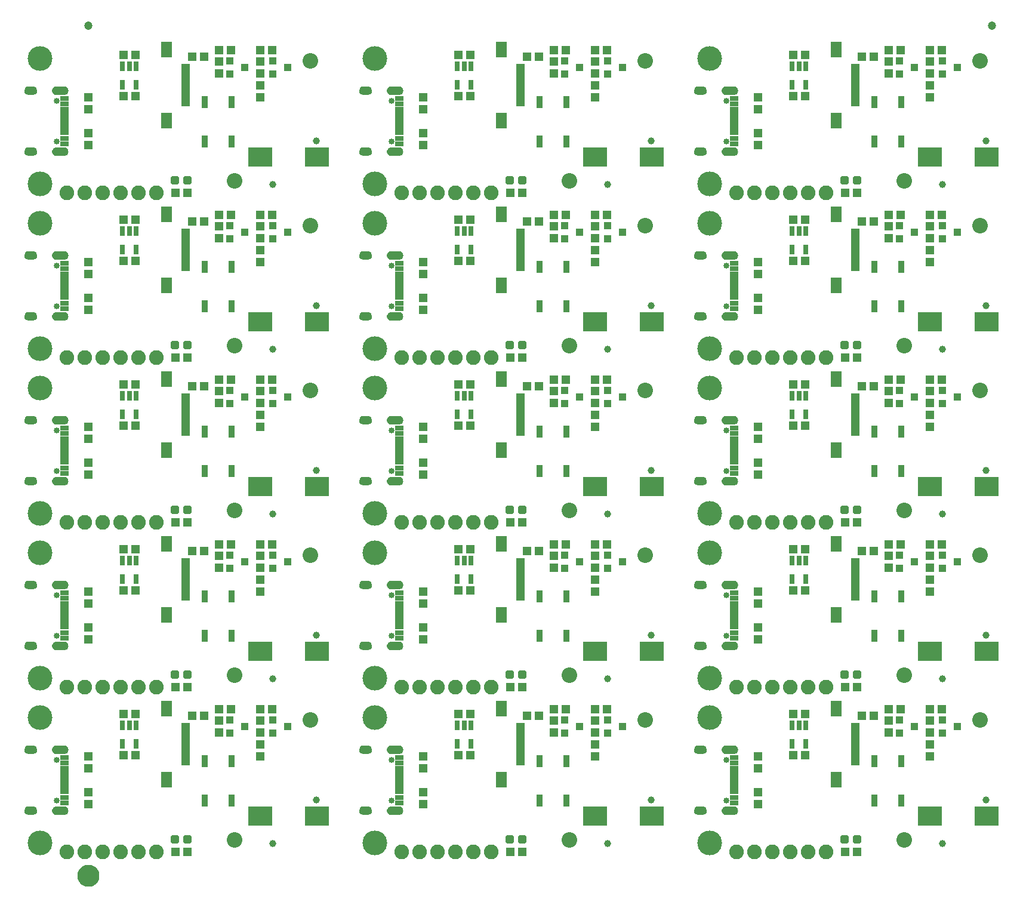
<source format=gts>
G04 EAGLE Gerber RS-274X export*
G75*
%MOMM*%
%FSLAX34Y34*%
%LPD*%
%INSoldermask Top*%
%IPPOS*%
%AMOC8*
5,1,8,0,0,1.08239X$1,22.5*%
G01*
%ADD10R,1.303200X1.203200*%
%ADD11R,1.203200X0.503200*%
%ADD12R,1.503200X2.203200*%
%ADD13R,1.203200X0.803200*%
%ADD14C,0.853200*%
%ADD15C,2.203200*%
%ADD16R,0.753200X1.403200*%
%ADD17R,1.203200X1.303200*%
%ADD18R,1.103200X1.003200*%
%ADD19R,3.403200X2.703200*%
%ADD20C,1.003200*%
%ADD21C,0.505344*%
%ADD22C,3.505200*%
%ADD23R,0.965200X1.727200*%
%ADD24C,2.082800*%
%ADD25C,1.203200*%
%ADD26C,1.270000*%
%ADD27C,1.703200*%

G36*
X60304Y999774D02*
X60304Y999774D01*
X60307Y999771D01*
X61429Y999926D01*
X61434Y999931D01*
X61438Y999928D01*
X62509Y1000299D01*
X62513Y1000305D01*
X62518Y1000303D01*
X63495Y1000876D01*
X63498Y1000882D01*
X63503Y1000881D01*
X64350Y1001634D01*
X64352Y1001641D01*
X64357Y1001641D01*
X65041Y1002544D01*
X65041Y1002551D01*
X65046Y1002552D01*
X65541Y1003571D01*
X65539Y1003578D01*
X65544Y1003580D01*
X65831Y1004677D01*
X65829Y1004681D01*
X65831Y1004682D01*
X65829Y1004684D01*
X65832Y1004686D01*
X65899Y1005817D01*
X65897Y1005821D01*
X65899Y1005823D01*
X65832Y1006954D01*
X65827Y1006959D01*
X65831Y1006963D01*
X65544Y1008060D01*
X65538Y1008064D01*
X65541Y1008069D01*
X65046Y1009088D01*
X65040Y1009091D01*
X65041Y1009096D01*
X64357Y1009999D01*
X64350Y1010001D01*
X64350Y1010006D01*
X63503Y1010759D01*
X63496Y1010759D01*
X63495Y1010764D01*
X62518Y1011337D01*
X62511Y1011336D01*
X62509Y1011341D01*
X61438Y1011712D01*
X61432Y1011709D01*
X61429Y1011714D01*
X60307Y1011869D01*
X60302Y1011866D01*
X60300Y1011869D01*
X48300Y1011869D01*
X48295Y1011866D01*
X48292Y1011869D01*
X47025Y1011664D01*
X47019Y1011658D01*
X47015Y1011661D01*
X45825Y1011179D01*
X45821Y1011172D01*
X45815Y1011174D01*
X44762Y1010440D01*
X44760Y1010432D01*
X44754Y1010433D01*
X43891Y1009483D01*
X43890Y1009474D01*
X43885Y1009474D01*
X43255Y1008355D01*
X43256Y1008347D01*
X43250Y1008345D01*
X42885Y1007115D01*
X42888Y1007107D01*
X42883Y1007104D01*
X42801Y1005823D01*
X42804Y1005819D01*
X42801Y1005817D01*
X42883Y1004536D01*
X42889Y1004530D01*
X42885Y1004525D01*
X43250Y1003295D01*
X43257Y1003290D01*
X43255Y1003285D01*
X43885Y1002166D01*
X43892Y1002163D01*
X43891Y1002157D01*
X44754Y1001207D01*
X44762Y1001206D01*
X44762Y1001200D01*
X45815Y1000466D01*
X45823Y1000466D01*
X45825Y1000461D01*
X47015Y999979D01*
X47022Y999981D01*
X47025Y999976D01*
X48292Y999771D01*
X48297Y999774D01*
X48300Y999771D01*
X60300Y999771D01*
X60304Y999774D01*
G37*
G36*
X535284Y1086174D02*
X535284Y1086174D01*
X535287Y1086171D01*
X536409Y1086326D01*
X536414Y1086331D01*
X536418Y1086328D01*
X537489Y1086699D01*
X537493Y1086705D01*
X537498Y1086703D01*
X538475Y1087276D01*
X538478Y1087282D01*
X538483Y1087281D01*
X539330Y1088034D01*
X539332Y1088041D01*
X539337Y1088041D01*
X540021Y1088944D01*
X540021Y1088951D01*
X540026Y1088952D01*
X540521Y1089971D01*
X540519Y1089978D01*
X540524Y1089980D01*
X540811Y1091077D01*
X540809Y1091081D01*
X540811Y1091082D01*
X540809Y1091084D01*
X540812Y1091086D01*
X540879Y1092217D01*
X540877Y1092221D01*
X540879Y1092223D01*
X540812Y1093354D01*
X540807Y1093359D01*
X540811Y1093363D01*
X540524Y1094460D01*
X540518Y1094464D01*
X540521Y1094469D01*
X540026Y1095488D01*
X540020Y1095491D01*
X540021Y1095496D01*
X539337Y1096399D01*
X539330Y1096401D01*
X539330Y1096406D01*
X538483Y1097159D01*
X538476Y1097159D01*
X538475Y1097164D01*
X537498Y1097737D01*
X537491Y1097736D01*
X537489Y1097741D01*
X536418Y1098112D01*
X536412Y1098109D01*
X536409Y1098114D01*
X535287Y1098269D01*
X535282Y1098266D01*
X535280Y1098269D01*
X523280Y1098269D01*
X523275Y1098266D01*
X523272Y1098269D01*
X522005Y1098064D01*
X521999Y1098058D01*
X521995Y1098061D01*
X520805Y1097579D01*
X520801Y1097572D01*
X520795Y1097574D01*
X519742Y1096840D01*
X519740Y1096832D01*
X519734Y1096833D01*
X518871Y1095883D01*
X518870Y1095874D01*
X518865Y1095874D01*
X518235Y1094755D01*
X518236Y1094747D01*
X518230Y1094745D01*
X517865Y1093515D01*
X517868Y1093507D01*
X517863Y1093504D01*
X517781Y1092223D01*
X517784Y1092219D01*
X517781Y1092217D01*
X517863Y1090936D01*
X517869Y1090930D01*
X517865Y1090925D01*
X518230Y1089695D01*
X518237Y1089690D01*
X518235Y1089685D01*
X518865Y1088566D01*
X518872Y1088563D01*
X518871Y1088557D01*
X519734Y1087607D01*
X519742Y1087606D01*
X519742Y1087600D01*
X520795Y1086866D01*
X520803Y1086866D01*
X520805Y1086861D01*
X521995Y1086379D01*
X522002Y1086381D01*
X522005Y1086376D01*
X523272Y1086171D01*
X523277Y1086174D01*
X523280Y1086171D01*
X535280Y1086171D01*
X535284Y1086174D01*
G37*
G36*
X60304Y852494D02*
X60304Y852494D01*
X60307Y852491D01*
X61429Y852646D01*
X61434Y852651D01*
X61438Y852648D01*
X62509Y853019D01*
X62513Y853025D01*
X62518Y853023D01*
X63495Y853596D01*
X63498Y853602D01*
X63503Y853601D01*
X64350Y854354D01*
X64352Y854361D01*
X64357Y854361D01*
X65041Y855264D01*
X65041Y855271D01*
X65046Y855272D01*
X65541Y856291D01*
X65539Y856298D01*
X65544Y856300D01*
X65831Y857397D01*
X65829Y857401D01*
X65831Y857402D01*
X65829Y857404D01*
X65832Y857406D01*
X65899Y858537D01*
X65897Y858541D01*
X65899Y858543D01*
X65832Y859674D01*
X65827Y859679D01*
X65831Y859683D01*
X65544Y860780D01*
X65538Y860784D01*
X65541Y860789D01*
X65046Y861808D01*
X65040Y861811D01*
X65041Y861816D01*
X64357Y862719D01*
X64350Y862721D01*
X64350Y862726D01*
X63503Y863479D01*
X63496Y863479D01*
X63495Y863484D01*
X62518Y864057D01*
X62511Y864056D01*
X62509Y864061D01*
X61438Y864432D01*
X61432Y864429D01*
X61429Y864434D01*
X60307Y864589D01*
X60302Y864586D01*
X60300Y864589D01*
X48300Y864589D01*
X48295Y864586D01*
X48292Y864589D01*
X47025Y864384D01*
X47019Y864378D01*
X47015Y864381D01*
X45825Y863899D01*
X45821Y863892D01*
X45815Y863894D01*
X44762Y863160D01*
X44760Y863152D01*
X44754Y863153D01*
X43891Y862203D01*
X43890Y862194D01*
X43885Y862194D01*
X43255Y861075D01*
X43256Y861067D01*
X43250Y861065D01*
X42885Y859835D01*
X42888Y859827D01*
X42883Y859824D01*
X42801Y858543D01*
X42804Y858539D01*
X42801Y858537D01*
X42883Y857256D01*
X42889Y857250D01*
X42885Y857245D01*
X43250Y856015D01*
X43257Y856010D01*
X43255Y856005D01*
X43885Y854886D01*
X43892Y854883D01*
X43891Y854877D01*
X44754Y853927D01*
X44762Y853926D01*
X44762Y853920D01*
X45815Y853186D01*
X45823Y853186D01*
X45825Y853181D01*
X47015Y852699D01*
X47022Y852701D01*
X47025Y852696D01*
X48292Y852491D01*
X48297Y852494D01*
X48300Y852491D01*
X60300Y852491D01*
X60304Y852494D01*
G37*
G36*
X60304Y1086174D02*
X60304Y1086174D01*
X60307Y1086171D01*
X61429Y1086326D01*
X61434Y1086331D01*
X61438Y1086328D01*
X62509Y1086699D01*
X62513Y1086705D01*
X62518Y1086703D01*
X63495Y1087276D01*
X63498Y1087282D01*
X63503Y1087281D01*
X64350Y1088034D01*
X64352Y1088041D01*
X64357Y1088041D01*
X65041Y1088944D01*
X65041Y1088951D01*
X65046Y1088952D01*
X65541Y1089971D01*
X65539Y1089978D01*
X65544Y1089980D01*
X65831Y1091077D01*
X65829Y1091081D01*
X65831Y1091082D01*
X65829Y1091084D01*
X65832Y1091086D01*
X65899Y1092217D01*
X65897Y1092221D01*
X65899Y1092223D01*
X65832Y1093354D01*
X65827Y1093359D01*
X65831Y1093363D01*
X65544Y1094460D01*
X65538Y1094464D01*
X65541Y1094469D01*
X65046Y1095488D01*
X65040Y1095491D01*
X65041Y1095496D01*
X64357Y1096399D01*
X64350Y1096401D01*
X64350Y1096406D01*
X63503Y1097159D01*
X63496Y1097159D01*
X63495Y1097164D01*
X62518Y1097737D01*
X62511Y1097736D01*
X62509Y1097741D01*
X61438Y1098112D01*
X61432Y1098109D01*
X61429Y1098114D01*
X60307Y1098269D01*
X60302Y1098266D01*
X60300Y1098269D01*
X48300Y1098269D01*
X48295Y1098266D01*
X48292Y1098269D01*
X47025Y1098064D01*
X47019Y1098058D01*
X47015Y1098061D01*
X45825Y1097579D01*
X45821Y1097572D01*
X45815Y1097574D01*
X44762Y1096840D01*
X44760Y1096832D01*
X44754Y1096833D01*
X43891Y1095883D01*
X43890Y1095874D01*
X43885Y1095874D01*
X43255Y1094755D01*
X43256Y1094747D01*
X43250Y1094745D01*
X42885Y1093515D01*
X42888Y1093507D01*
X42883Y1093504D01*
X42801Y1092223D01*
X42804Y1092219D01*
X42801Y1092217D01*
X42883Y1090936D01*
X42889Y1090930D01*
X42885Y1090925D01*
X43250Y1089695D01*
X43257Y1089690D01*
X43255Y1089685D01*
X43885Y1088566D01*
X43892Y1088563D01*
X43891Y1088557D01*
X44754Y1087607D01*
X44762Y1087606D01*
X44762Y1087600D01*
X45815Y1086866D01*
X45823Y1086866D01*
X45825Y1086861D01*
X47015Y1086379D01*
X47022Y1086381D01*
X47025Y1086376D01*
X48292Y1086171D01*
X48297Y1086174D01*
X48300Y1086171D01*
X60300Y1086171D01*
X60304Y1086174D01*
G37*
G36*
X1010264Y1086174D02*
X1010264Y1086174D01*
X1010267Y1086171D01*
X1011389Y1086326D01*
X1011394Y1086331D01*
X1011398Y1086328D01*
X1012469Y1086699D01*
X1012473Y1086705D01*
X1012478Y1086703D01*
X1013455Y1087276D01*
X1013458Y1087282D01*
X1013463Y1087281D01*
X1014310Y1088034D01*
X1014312Y1088041D01*
X1014317Y1088041D01*
X1015001Y1088944D01*
X1015001Y1088951D01*
X1015006Y1088952D01*
X1015501Y1089971D01*
X1015499Y1089978D01*
X1015504Y1089980D01*
X1015791Y1091077D01*
X1015789Y1091081D01*
X1015791Y1091082D01*
X1015789Y1091084D01*
X1015792Y1091086D01*
X1015859Y1092217D01*
X1015857Y1092221D01*
X1015859Y1092223D01*
X1015792Y1093354D01*
X1015787Y1093359D01*
X1015791Y1093363D01*
X1015504Y1094460D01*
X1015498Y1094464D01*
X1015501Y1094469D01*
X1015006Y1095488D01*
X1015000Y1095491D01*
X1015001Y1095496D01*
X1014317Y1096399D01*
X1014310Y1096401D01*
X1014310Y1096406D01*
X1013463Y1097159D01*
X1013456Y1097159D01*
X1013455Y1097164D01*
X1012478Y1097737D01*
X1012471Y1097736D01*
X1012469Y1097741D01*
X1011398Y1098112D01*
X1011392Y1098109D01*
X1011389Y1098114D01*
X1010267Y1098269D01*
X1010262Y1098266D01*
X1010260Y1098269D01*
X998260Y1098269D01*
X998255Y1098266D01*
X998252Y1098269D01*
X996985Y1098064D01*
X996979Y1098058D01*
X996975Y1098061D01*
X995785Y1097579D01*
X995781Y1097572D01*
X995775Y1097574D01*
X994722Y1096840D01*
X994720Y1096832D01*
X994714Y1096833D01*
X993851Y1095883D01*
X993850Y1095874D01*
X993845Y1095874D01*
X993215Y1094755D01*
X993216Y1094747D01*
X993210Y1094745D01*
X992845Y1093515D01*
X992848Y1093507D01*
X992843Y1093504D01*
X992761Y1092223D01*
X992764Y1092219D01*
X992761Y1092217D01*
X992843Y1090936D01*
X992849Y1090930D01*
X992845Y1090925D01*
X993210Y1089695D01*
X993217Y1089690D01*
X993215Y1089685D01*
X993845Y1088566D01*
X993852Y1088563D01*
X993851Y1088557D01*
X994714Y1087607D01*
X994722Y1087606D01*
X994722Y1087600D01*
X995775Y1086866D01*
X995783Y1086866D01*
X995785Y1086861D01*
X996975Y1086379D01*
X996982Y1086381D01*
X996985Y1086376D01*
X998252Y1086171D01*
X998257Y1086174D01*
X998260Y1086171D01*
X1010260Y1086171D01*
X1010264Y1086174D01*
G37*
G36*
X1010264Y852494D02*
X1010264Y852494D01*
X1010267Y852491D01*
X1011389Y852646D01*
X1011394Y852651D01*
X1011398Y852648D01*
X1012469Y853019D01*
X1012473Y853025D01*
X1012478Y853023D01*
X1013455Y853596D01*
X1013458Y853602D01*
X1013463Y853601D01*
X1014310Y854354D01*
X1014312Y854361D01*
X1014317Y854361D01*
X1015001Y855264D01*
X1015001Y855271D01*
X1015006Y855272D01*
X1015501Y856291D01*
X1015499Y856298D01*
X1015504Y856300D01*
X1015791Y857397D01*
X1015789Y857401D01*
X1015791Y857402D01*
X1015789Y857404D01*
X1015792Y857406D01*
X1015859Y858537D01*
X1015857Y858541D01*
X1015859Y858543D01*
X1015792Y859674D01*
X1015787Y859679D01*
X1015791Y859683D01*
X1015504Y860780D01*
X1015498Y860784D01*
X1015501Y860789D01*
X1015006Y861808D01*
X1015000Y861811D01*
X1015001Y861816D01*
X1014317Y862719D01*
X1014310Y862721D01*
X1014310Y862726D01*
X1013463Y863479D01*
X1013456Y863479D01*
X1013455Y863484D01*
X1012478Y864057D01*
X1012471Y864056D01*
X1012469Y864061D01*
X1011398Y864432D01*
X1011392Y864429D01*
X1011389Y864434D01*
X1010267Y864589D01*
X1010262Y864586D01*
X1010260Y864589D01*
X998260Y864589D01*
X998255Y864586D01*
X998252Y864589D01*
X996985Y864384D01*
X996979Y864378D01*
X996975Y864381D01*
X995785Y863899D01*
X995781Y863892D01*
X995775Y863894D01*
X994722Y863160D01*
X994720Y863152D01*
X994714Y863153D01*
X993851Y862203D01*
X993850Y862194D01*
X993845Y862194D01*
X993215Y861075D01*
X993216Y861067D01*
X993210Y861065D01*
X992845Y859835D01*
X992848Y859827D01*
X992843Y859824D01*
X992761Y858543D01*
X992764Y858539D01*
X992761Y858537D01*
X992843Y857256D01*
X992849Y857250D01*
X992845Y857245D01*
X993210Y856015D01*
X993217Y856010D01*
X993215Y856005D01*
X993845Y854886D01*
X993852Y854883D01*
X993851Y854877D01*
X994714Y853927D01*
X994722Y853926D01*
X994722Y853920D01*
X995775Y853186D01*
X995783Y853186D01*
X995785Y853181D01*
X996975Y852699D01*
X996982Y852701D01*
X996985Y852696D01*
X998252Y852491D01*
X998257Y852494D01*
X998260Y852491D01*
X1010260Y852491D01*
X1010264Y852494D01*
G37*
G36*
X535284Y999774D02*
X535284Y999774D01*
X535287Y999771D01*
X536409Y999926D01*
X536414Y999931D01*
X536418Y999928D01*
X537489Y1000299D01*
X537493Y1000305D01*
X537498Y1000303D01*
X538475Y1000876D01*
X538478Y1000882D01*
X538483Y1000881D01*
X539330Y1001634D01*
X539332Y1001641D01*
X539337Y1001641D01*
X540021Y1002544D01*
X540021Y1002551D01*
X540026Y1002552D01*
X540521Y1003571D01*
X540519Y1003578D01*
X540524Y1003580D01*
X540811Y1004677D01*
X540809Y1004681D01*
X540811Y1004682D01*
X540809Y1004684D01*
X540812Y1004686D01*
X540879Y1005817D01*
X540877Y1005821D01*
X540879Y1005823D01*
X540812Y1006954D01*
X540807Y1006959D01*
X540811Y1006963D01*
X540524Y1008060D01*
X540518Y1008064D01*
X540521Y1008069D01*
X540026Y1009088D01*
X540020Y1009091D01*
X540021Y1009096D01*
X539337Y1009999D01*
X539330Y1010001D01*
X539330Y1010006D01*
X538483Y1010759D01*
X538476Y1010759D01*
X538475Y1010764D01*
X537498Y1011337D01*
X537491Y1011336D01*
X537489Y1011341D01*
X536418Y1011712D01*
X536412Y1011709D01*
X536409Y1011714D01*
X535287Y1011869D01*
X535282Y1011866D01*
X535280Y1011869D01*
X523280Y1011869D01*
X523275Y1011866D01*
X523272Y1011869D01*
X522005Y1011664D01*
X521999Y1011658D01*
X521995Y1011661D01*
X520805Y1011179D01*
X520801Y1011172D01*
X520795Y1011174D01*
X519742Y1010440D01*
X519740Y1010432D01*
X519734Y1010433D01*
X518871Y1009483D01*
X518870Y1009474D01*
X518865Y1009474D01*
X518235Y1008355D01*
X518236Y1008347D01*
X518230Y1008345D01*
X517865Y1007115D01*
X517868Y1007107D01*
X517863Y1007104D01*
X517781Y1005823D01*
X517784Y1005819D01*
X517781Y1005817D01*
X517863Y1004536D01*
X517869Y1004530D01*
X517865Y1004525D01*
X518230Y1003295D01*
X518237Y1003290D01*
X518235Y1003285D01*
X518865Y1002166D01*
X518872Y1002163D01*
X518871Y1002157D01*
X519734Y1001207D01*
X519742Y1001206D01*
X519742Y1001200D01*
X520795Y1000466D01*
X520803Y1000466D01*
X520805Y1000461D01*
X521995Y999979D01*
X522002Y999981D01*
X522005Y999976D01*
X523272Y999771D01*
X523277Y999774D01*
X523280Y999771D01*
X535280Y999771D01*
X535284Y999774D01*
G37*
G36*
X535284Y151454D02*
X535284Y151454D01*
X535287Y151451D01*
X536409Y151606D01*
X536414Y151611D01*
X536418Y151608D01*
X537489Y151979D01*
X537493Y151985D01*
X537498Y151983D01*
X538475Y152556D01*
X538478Y152562D01*
X538483Y152561D01*
X539330Y153314D01*
X539332Y153321D01*
X539337Y153321D01*
X540021Y154224D01*
X540021Y154231D01*
X540026Y154232D01*
X540521Y155251D01*
X540519Y155258D01*
X540524Y155260D01*
X540811Y156357D01*
X540809Y156361D01*
X540811Y156362D01*
X540809Y156364D01*
X540812Y156366D01*
X540879Y157497D01*
X540877Y157501D01*
X540879Y157503D01*
X540812Y158634D01*
X540807Y158639D01*
X540811Y158643D01*
X540524Y159740D01*
X540518Y159744D01*
X540521Y159749D01*
X540026Y160768D01*
X540020Y160771D01*
X540021Y160776D01*
X539337Y161679D01*
X539330Y161681D01*
X539330Y161686D01*
X538483Y162439D01*
X538476Y162439D01*
X538475Y162444D01*
X537498Y163017D01*
X537491Y163016D01*
X537489Y163021D01*
X536418Y163392D01*
X536412Y163389D01*
X536409Y163394D01*
X535287Y163549D01*
X535282Y163546D01*
X535280Y163549D01*
X523280Y163549D01*
X523275Y163546D01*
X523272Y163549D01*
X522005Y163344D01*
X521999Y163338D01*
X521995Y163341D01*
X520805Y162859D01*
X520801Y162852D01*
X520795Y162854D01*
X519742Y162120D01*
X519740Y162112D01*
X519734Y162113D01*
X518871Y161163D01*
X518870Y161154D01*
X518865Y161154D01*
X518235Y160035D01*
X518236Y160027D01*
X518230Y160025D01*
X517865Y158795D01*
X517868Y158787D01*
X517863Y158784D01*
X517781Y157503D01*
X517784Y157499D01*
X517781Y157497D01*
X517863Y156216D01*
X517869Y156210D01*
X517865Y156205D01*
X518230Y154975D01*
X518237Y154970D01*
X518235Y154965D01*
X518865Y153846D01*
X518872Y153843D01*
X518871Y153837D01*
X519734Y152887D01*
X519742Y152886D01*
X519742Y152880D01*
X520795Y152146D01*
X520803Y152146D01*
X520805Y152141D01*
X521995Y151659D01*
X522002Y151661D01*
X522005Y151656D01*
X523272Y151451D01*
X523277Y151454D01*
X523280Y151451D01*
X535280Y151451D01*
X535284Y151454D01*
G37*
G36*
X60304Y618814D02*
X60304Y618814D01*
X60307Y618811D01*
X61429Y618966D01*
X61434Y618971D01*
X61438Y618968D01*
X62509Y619339D01*
X62513Y619345D01*
X62518Y619343D01*
X63495Y619916D01*
X63498Y619922D01*
X63503Y619921D01*
X64350Y620674D01*
X64352Y620681D01*
X64357Y620681D01*
X65041Y621584D01*
X65041Y621591D01*
X65046Y621592D01*
X65541Y622611D01*
X65539Y622618D01*
X65544Y622620D01*
X65831Y623717D01*
X65829Y623721D01*
X65831Y623722D01*
X65829Y623724D01*
X65832Y623726D01*
X65899Y624857D01*
X65897Y624861D01*
X65899Y624863D01*
X65832Y625994D01*
X65827Y625999D01*
X65831Y626003D01*
X65544Y627100D01*
X65538Y627104D01*
X65541Y627109D01*
X65046Y628128D01*
X65040Y628131D01*
X65041Y628136D01*
X64357Y629039D01*
X64350Y629041D01*
X64350Y629046D01*
X63503Y629799D01*
X63496Y629799D01*
X63495Y629804D01*
X62518Y630377D01*
X62511Y630376D01*
X62509Y630381D01*
X61438Y630752D01*
X61432Y630749D01*
X61429Y630754D01*
X60307Y630909D01*
X60302Y630906D01*
X60300Y630909D01*
X48300Y630909D01*
X48295Y630906D01*
X48292Y630909D01*
X47025Y630704D01*
X47019Y630698D01*
X47015Y630701D01*
X45825Y630219D01*
X45821Y630212D01*
X45815Y630214D01*
X44762Y629480D01*
X44760Y629472D01*
X44754Y629473D01*
X43891Y628523D01*
X43890Y628514D01*
X43885Y628514D01*
X43255Y627395D01*
X43256Y627387D01*
X43250Y627385D01*
X42885Y626155D01*
X42888Y626147D01*
X42883Y626144D01*
X42801Y624863D01*
X42804Y624859D01*
X42801Y624857D01*
X42883Y623576D01*
X42889Y623570D01*
X42885Y623565D01*
X43250Y622335D01*
X43257Y622330D01*
X43255Y622325D01*
X43885Y621206D01*
X43892Y621203D01*
X43891Y621197D01*
X44754Y620247D01*
X44762Y620246D01*
X44762Y620240D01*
X45815Y619506D01*
X45823Y619506D01*
X45825Y619501D01*
X47015Y619019D01*
X47022Y619021D01*
X47025Y619016D01*
X48292Y618811D01*
X48297Y618814D01*
X48300Y618811D01*
X60300Y618811D01*
X60304Y618814D01*
G37*
G36*
X535284Y618814D02*
X535284Y618814D01*
X535287Y618811D01*
X536409Y618966D01*
X536414Y618971D01*
X536418Y618968D01*
X537489Y619339D01*
X537493Y619345D01*
X537498Y619343D01*
X538475Y619916D01*
X538478Y619922D01*
X538483Y619921D01*
X539330Y620674D01*
X539332Y620681D01*
X539337Y620681D01*
X540021Y621584D01*
X540021Y621591D01*
X540026Y621592D01*
X540521Y622611D01*
X540519Y622618D01*
X540524Y622620D01*
X540811Y623717D01*
X540809Y623721D01*
X540811Y623722D01*
X540809Y623724D01*
X540812Y623726D01*
X540879Y624857D01*
X540877Y624861D01*
X540879Y624863D01*
X540812Y625994D01*
X540807Y625999D01*
X540811Y626003D01*
X540524Y627100D01*
X540518Y627104D01*
X540521Y627109D01*
X540026Y628128D01*
X540020Y628131D01*
X540021Y628136D01*
X539337Y629039D01*
X539330Y629041D01*
X539330Y629046D01*
X538483Y629799D01*
X538476Y629799D01*
X538475Y629804D01*
X537498Y630377D01*
X537491Y630376D01*
X537489Y630381D01*
X536418Y630752D01*
X536412Y630749D01*
X536409Y630754D01*
X535287Y630909D01*
X535282Y630906D01*
X535280Y630909D01*
X523280Y630909D01*
X523275Y630906D01*
X523272Y630909D01*
X522005Y630704D01*
X521999Y630698D01*
X521995Y630701D01*
X520805Y630219D01*
X520801Y630212D01*
X520795Y630214D01*
X519742Y629480D01*
X519740Y629472D01*
X519734Y629473D01*
X518871Y628523D01*
X518870Y628514D01*
X518865Y628514D01*
X518235Y627395D01*
X518236Y627387D01*
X518230Y627385D01*
X517865Y626155D01*
X517868Y626147D01*
X517863Y626144D01*
X517781Y624863D01*
X517784Y624859D01*
X517781Y624857D01*
X517863Y623576D01*
X517869Y623570D01*
X517865Y623565D01*
X518230Y622335D01*
X518237Y622330D01*
X518235Y622325D01*
X518865Y621206D01*
X518872Y621203D01*
X518871Y621197D01*
X519734Y620247D01*
X519742Y620246D01*
X519742Y620240D01*
X520795Y619506D01*
X520803Y619506D01*
X520805Y619501D01*
X521995Y619019D01*
X522002Y619021D01*
X522005Y619016D01*
X523272Y618811D01*
X523277Y618814D01*
X523280Y618811D01*
X535280Y618811D01*
X535284Y618814D01*
G37*
G36*
X1010264Y999774D02*
X1010264Y999774D01*
X1010267Y999771D01*
X1011389Y999926D01*
X1011394Y999931D01*
X1011398Y999928D01*
X1012469Y1000299D01*
X1012473Y1000305D01*
X1012478Y1000303D01*
X1013455Y1000876D01*
X1013458Y1000882D01*
X1013463Y1000881D01*
X1014310Y1001634D01*
X1014312Y1001641D01*
X1014317Y1001641D01*
X1015001Y1002544D01*
X1015001Y1002551D01*
X1015006Y1002552D01*
X1015501Y1003571D01*
X1015499Y1003578D01*
X1015504Y1003580D01*
X1015791Y1004677D01*
X1015789Y1004681D01*
X1015791Y1004682D01*
X1015789Y1004684D01*
X1015792Y1004686D01*
X1015859Y1005817D01*
X1015857Y1005821D01*
X1015859Y1005823D01*
X1015792Y1006954D01*
X1015787Y1006959D01*
X1015791Y1006963D01*
X1015504Y1008060D01*
X1015498Y1008064D01*
X1015501Y1008069D01*
X1015006Y1009088D01*
X1015000Y1009091D01*
X1015001Y1009096D01*
X1014317Y1009999D01*
X1014310Y1010001D01*
X1014310Y1010006D01*
X1013463Y1010759D01*
X1013456Y1010759D01*
X1013455Y1010764D01*
X1012478Y1011337D01*
X1012471Y1011336D01*
X1012469Y1011341D01*
X1011398Y1011712D01*
X1011392Y1011709D01*
X1011389Y1011714D01*
X1010267Y1011869D01*
X1010262Y1011866D01*
X1010260Y1011869D01*
X998260Y1011869D01*
X998255Y1011866D01*
X998252Y1011869D01*
X996985Y1011664D01*
X996979Y1011658D01*
X996975Y1011661D01*
X995785Y1011179D01*
X995781Y1011172D01*
X995775Y1011174D01*
X994722Y1010440D01*
X994720Y1010432D01*
X994714Y1010433D01*
X993851Y1009483D01*
X993850Y1009474D01*
X993845Y1009474D01*
X993215Y1008355D01*
X993216Y1008347D01*
X993210Y1008345D01*
X992845Y1007115D01*
X992848Y1007107D01*
X992843Y1007104D01*
X992761Y1005823D01*
X992764Y1005819D01*
X992761Y1005817D01*
X992843Y1004536D01*
X992849Y1004530D01*
X992845Y1004525D01*
X993210Y1003295D01*
X993217Y1003290D01*
X993215Y1003285D01*
X993845Y1002166D01*
X993852Y1002163D01*
X993851Y1002157D01*
X994714Y1001207D01*
X994722Y1001206D01*
X994722Y1001200D01*
X995775Y1000466D01*
X995783Y1000466D01*
X995785Y1000461D01*
X996975Y999979D01*
X996982Y999981D01*
X996985Y999976D01*
X998252Y999771D01*
X998257Y999774D01*
X998260Y999771D01*
X1010260Y999771D01*
X1010264Y999774D01*
G37*
G36*
X1010264Y766094D02*
X1010264Y766094D01*
X1010267Y766091D01*
X1011389Y766246D01*
X1011394Y766251D01*
X1011398Y766248D01*
X1012469Y766619D01*
X1012473Y766625D01*
X1012478Y766623D01*
X1013455Y767196D01*
X1013458Y767202D01*
X1013463Y767201D01*
X1014310Y767954D01*
X1014312Y767961D01*
X1014317Y767961D01*
X1015001Y768864D01*
X1015001Y768871D01*
X1015006Y768872D01*
X1015501Y769891D01*
X1015499Y769898D01*
X1015504Y769900D01*
X1015791Y770997D01*
X1015789Y771001D01*
X1015791Y771002D01*
X1015789Y771004D01*
X1015792Y771006D01*
X1015859Y772137D01*
X1015857Y772141D01*
X1015859Y772143D01*
X1015792Y773274D01*
X1015787Y773279D01*
X1015791Y773283D01*
X1015504Y774380D01*
X1015498Y774384D01*
X1015501Y774389D01*
X1015006Y775408D01*
X1015000Y775411D01*
X1015001Y775416D01*
X1014317Y776319D01*
X1014310Y776321D01*
X1014310Y776326D01*
X1013463Y777079D01*
X1013456Y777079D01*
X1013455Y777084D01*
X1012478Y777657D01*
X1012471Y777656D01*
X1012469Y777661D01*
X1011398Y778032D01*
X1011392Y778029D01*
X1011389Y778034D01*
X1010267Y778189D01*
X1010262Y778186D01*
X1010260Y778189D01*
X998260Y778189D01*
X998255Y778186D01*
X998252Y778189D01*
X996985Y777984D01*
X996979Y777978D01*
X996975Y777981D01*
X995785Y777499D01*
X995781Y777492D01*
X995775Y777494D01*
X994722Y776760D01*
X994720Y776752D01*
X994714Y776753D01*
X993851Y775803D01*
X993850Y775794D01*
X993845Y775794D01*
X993215Y774675D01*
X993216Y774667D01*
X993210Y774665D01*
X992845Y773435D01*
X992848Y773427D01*
X992843Y773424D01*
X992761Y772143D01*
X992764Y772139D01*
X992761Y772137D01*
X992843Y770856D01*
X992849Y770850D01*
X992845Y770845D01*
X993210Y769615D01*
X993217Y769610D01*
X993215Y769605D01*
X993845Y768486D01*
X993852Y768483D01*
X993851Y768477D01*
X994714Y767527D01*
X994722Y767526D01*
X994722Y767520D01*
X995775Y766786D01*
X995783Y766786D01*
X995785Y766781D01*
X996975Y766299D01*
X996982Y766301D01*
X996985Y766296D01*
X998252Y766091D01*
X998257Y766094D01*
X998260Y766091D01*
X1010260Y766091D01*
X1010264Y766094D01*
G37*
G36*
X535284Y766094D02*
X535284Y766094D01*
X535287Y766091D01*
X536409Y766246D01*
X536414Y766251D01*
X536418Y766248D01*
X537489Y766619D01*
X537493Y766625D01*
X537498Y766623D01*
X538475Y767196D01*
X538478Y767202D01*
X538483Y767201D01*
X539330Y767954D01*
X539332Y767961D01*
X539337Y767961D01*
X540021Y768864D01*
X540021Y768871D01*
X540026Y768872D01*
X540521Y769891D01*
X540519Y769898D01*
X540524Y769900D01*
X540811Y770997D01*
X540809Y771001D01*
X540811Y771002D01*
X540809Y771004D01*
X540812Y771006D01*
X540879Y772137D01*
X540877Y772141D01*
X540879Y772143D01*
X540812Y773274D01*
X540807Y773279D01*
X540811Y773283D01*
X540524Y774380D01*
X540518Y774384D01*
X540521Y774389D01*
X540026Y775408D01*
X540020Y775411D01*
X540021Y775416D01*
X539337Y776319D01*
X539330Y776321D01*
X539330Y776326D01*
X538483Y777079D01*
X538476Y777079D01*
X538475Y777084D01*
X537498Y777657D01*
X537491Y777656D01*
X537489Y777661D01*
X536418Y778032D01*
X536412Y778029D01*
X536409Y778034D01*
X535287Y778189D01*
X535282Y778186D01*
X535280Y778189D01*
X523280Y778189D01*
X523275Y778186D01*
X523272Y778189D01*
X522005Y777984D01*
X521999Y777978D01*
X521995Y777981D01*
X520805Y777499D01*
X520801Y777492D01*
X520795Y777494D01*
X519742Y776760D01*
X519740Y776752D01*
X519734Y776753D01*
X518871Y775803D01*
X518870Y775794D01*
X518865Y775794D01*
X518235Y774675D01*
X518236Y774667D01*
X518230Y774665D01*
X517865Y773435D01*
X517868Y773427D01*
X517863Y773424D01*
X517781Y772143D01*
X517784Y772139D01*
X517781Y772137D01*
X517863Y770856D01*
X517869Y770850D01*
X517865Y770845D01*
X518230Y769615D01*
X518237Y769610D01*
X518235Y769605D01*
X518865Y768486D01*
X518872Y768483D01*
X518871Y768477D01*
X519734Y767527D01*
X519742Y767526D01*
X519742Y767520D01*
X520795Y766786D01*
X520803Y766786D01*
X520805Y766781D01*
X521995Y766299D01*
X522002Y766301D01*
X522005Y766296D01*
X523272Y766091D01*
X523277Y766094D01*
X523280Y766091D01*
X535280Y766091D01*
X535284Y766094D01*
G37*
G36*
X60304Y766094D02*
X60304Y766094D01*
X60307Y766091D01*
X61429Y766246D01*
X61434Y766251D01*
X61438Y766248D01*
X62509Y766619D01*
X62513Y766625D01*
X62518Y766623D01*
X63495Y767196D01*
X63498Y767202D01*
X63503Y767201D01*
X64350Y767954D01*
X64352Y767961D01*
X64357Y767961D01*
X65041Y768864D01*
X65041Y768871D01*
X65046Y768872D01*
X65541Y769891D01*
X65539Y769898D01*
X65544Y769900D01*
X65831Y770997D01*
X65829Y771001D01*
X65831Y771002D01*
X65829Y771004D01*
X65832Y771006D01*
X65899Y772137D01*
X65897Y772141D01*
X65899Y772143D01*
X65832Y773274D01*
X65827Y773279D01*
X65831Y773283D01*
X65544Y774380D01*
X65538Y774384D01*
X65541Y774389D01*
X65046Y775408D01*
X65040Y775411D01*
X65041Y775416D01*
X64357Y776319D01*
X64350Y776321D01*
X64350Y776326D01*
X63503Y777079D01*
X63496Y777079D01*
X63495Y777084D01*
X62518Y777657D01*
X62511Y777656D01*
X62509Y777661D01*
X61438Y778032D01*
X61432Y778029D01*
X61429Y778034D01*
X60307Y778189D01*
X60302Y778186D01*
X60300Y778189D01*
X48300Y778189D01*
X48295Y778186D01*
X48292Y778189D01*
X47025Y777984D01*
X47019Y777978D01*
X47015Y777981D01*
X45825Y777499D01*
X45821Y777492D01*
X45815Y777494D01*
X44762Y776760D01*
X44760Y776752D01*
X44754Y776753D01*
X43891Y775803D01*
X43890Y775794D01*
X43885Y775794D01*
X43255Y774675D01*
X43256Y774667D01*
X43250Y774665D01*
X42885Y773435D01*
X42888Y773427D01*
X42883Y773424D01*
X42801Y772143D01*
X42804Y772139D01*
X42801Y772137D01*
X42883Y770856D01*
X42889Y770850D01*
X42885Y770845D01*
X43250Y769615D01*
X43257Y769610D01*
X43255Y769605D01*
X43885Y768486D01*
X43892Y768483D01*
X43891Y768477D01*
X44754Y767527D01*
X44762Y767526D01*
X44762Y767520D01*
X45815Y766786D01*
X45823Y766786D01*
X45825Y766781D01*
X47015Y766299D01*
X47022Y766301D01*
X47025Y766296D01*
X48292Y766091D01*
X48297Y766094D01*
X48300Y766091D01*
X60300Y766091D01*
X60304Y766094D01*
G37*
G36*
X1010264Y618814D02*
X1010264Y618814D01*
X1010267Y618811D01*
X1011389Y618966D01*
X1011394Y618971D01*
X1011398Y618968D01*
X1012469Y619339D01*
X1012473Y619345D01*
X1012478Y619343D01*
X1013455Y619916D01*
X1013458Y619922D01*
X1013463Y619921D01*
X1014310Y620674D01*
X1014312Y620681D01*
X1014317Y620681D01*
X1015001Y621584D01*
X1015001Y621591D01*
X1015006Y621592D01*
X1015501Y622611D01*
X1015499Y622618D01*
X1015504Y622620D01*
X1015791Y623717D01*
X1015789Y623721D01*
X1015791Y623722D01*
X1015789Y623724D01*
X1015792Y623726D01*
X1015859Y624857D01*
X1015857Y624861D01*
X1015859Y624863D01*
X1015792Y625994D01*
X1015787Y625999D01*
X1015791Y626003D01*
X1015504Y627100D01*
X1015498Y627104D01*
X1015501Y627109D01*
X1015006Y628128D01*
X1015000Y628131D01*
X1015001Y628136D01*
X1014317Y629039D01*
X1014310Y629041D01*
X1014310Y629046D01*
X1013463Y629799D01*
X1013456Y629799D01*
X1013455Y629804D01*
X1012478Y630377D01*
X1012471Y630376D01*
X1012469Y630381D01*
X1011398Y630752D01*
X1011392Y630749D01*
X1011389Y630754D01*
X1010267Y630909D01*
X1010262Y630906D01*
X1010260Y630909D01*
X998260Y630909D01*
X998255Y630906D01*
X998252Y630909D01*
X996985Y630704D01*
X996979Y630698D01*
X996975Y630701D01*
X995785Y630219D01*
X995781Y630212D01*
X995775Y630214D01*
X994722Y629480D01*
X994720Y629472D01*
X994714Y629473D01*
X993851Y628523D01*
X993850Y628514D01*
X993845Y628514D01*
X993215Y627395D01*
X993216Y627387D01*
X993210Y627385D01*
X992845Y626155D01*
X992848Y626147D01*
X992843Y626144D01*
X992761Y624863D01*
X992764Y624859D01*
X992761Y624857D01*
X992843Y623576D01*
X992849Y623570D01*
X992845Y623565D01*
X993210Y622335D01*
X993217Y622330D01*
X993215Y622325D01*
X993845Y621206D01*
X993852Y621203D01*
X993851Y621197D01*
X994714Y620247D01*
X994722Y620246D01*
X994722Y620240D01*
X995775Y619506D01*
X995783Y619506D01*
X995785Y619501D01*
X996975Y619019D01*
X996982Y619021D01*
X996985Y619016D01*
X998252Y618811D01*
X998257Y618814D01*
X998260Y618811D01*
X1010260Y618811D01*
X1010264Y618814D01*
G37*
G36*
X535284Y852494D02*
X535284Y852494D01*
X535287Y852491D01*
X536409Y852646D01*
X536414Y852651D01*
X536418Y852648D01*
X537489Y853019D01*
X537493Y853025D01*
X537498Y853023D01*
X538475Y853596D01*
X538478Y853602D01*
X538483Y853601D01*
X539330Y854354D01*
X539332Y854361D01*
X539337Y854361D01*
X540021Y855264D01*
X540021Y855271D01*
X540026Y855272D01*
X540521Y856291D01*
X540519Y856298D01*
X540524Y856300D01*
X540811Y857397D01*
X540809Y857401D01*
X540811Y857402D01*
X540809Y857404D01*
X540812Y857406D01*
X540879Y858537D01*
X540877Y858541D01*
X540879Y858543D01*
X540812Y859674D01*
X540807Y859679D01*
X540811Y859683D01*
X540524Y860780D01*
X540518Y860784D01*
X540521Y860789D01*
X540026Y861808D01*
X540020Y861811D01*
X540021Y861816D01*
X539337Y862719D01*
X539330Y862721D01*
X539330Y862726D01*
X538483Y863479D01*
X538476Y863479D01*
X538475Y863484D01*
X537498Y864057D01*
X537491Y864056D01*
X537489Y864061D01*
X536418Y864432D01*
X536412Y864429D01*
X536409Y864434D01*
X535287Y864589D01*
X535282Y864586D01*
X535280Y864589D01*
X523280Y864589D01*
X523275Y864586D01*
X523272Y864589D01*
X522005Y864384D01*
X521999Y864378D01*
X521995Y864381D01*
X520805Y863899D01*
X520801Y863892D01*
X520795Y863894D01*
X519742Y863160D01*
X519740Y863152D01*
X519734Y863153D01*
X518871Y862203D01*
X518870Y862194D01*
X518865Y862194D01*
X518235Y861075D01*
X518236Y861067D01*
X518230Y861065D01*
X517865Y859835D01*
X517868Y859827D01*
X517863Y859824D01*
X517781Y858543D01*
X517784Y858539D01*
X517781Y858537D01*
X517863Y857256D01*
X517869Y857250D01*
X517865Y857245D01*
X518230Y856015D01*
X518237Y856010D01*
X518235Y856005D01*
X518865Y854886D01*
X518872Y854883D01*
X518871Y854877D01*
X519734Y853927D01*
X519742Y853926D01*
X519742Y853920D01*
X520795Y853186D01*
X520803Y853186D01*
X520805Y853181D01*
X521995Y852699D01*
X522002Y852701D01*
X522005Y852696D01*
X523272Y852491D01*
X523277Y852494D01*
X523280Y852491D01*
X535280Y852491D01*
X535284Y852494D01*
G37*
G36*
X60304Y532414D02*
X60304Y532414D01*
X60307Y532411D01*
X61429Y532566D01*
X61434Y532571D01*
X61438Y532568D01*
X62509Y532939D01*
X62513Y532945D01*
X62518Y532943D01*
X63495Y533516D01*
X63498Y533522D01*
X63503Y533521D01*
X64350Y534274D01*
X64352Y534281D01*
X64357Y534281D01*
X65041Y535184D01*
X65041Y535191D01*
X65046Y535192D01*
X65541Y536211D01*
X65539Y536218D01*
X65544Y536220D01*
X65831Y537317D01*
X65829Y537321D01*
X65831Y537322D01*
X65829Y537324D01*
X65832Y537326D01*
X65899Y538457D01*
X65897Y538461D01*
X65899Y538463D01*
X65832Y539594D01*
X65827Y539599D01*
X65831Y539603D01*
X65544Y540700D01*
X65538Y540704D01*
X65541Y540709D01*
X65046Y541728D01*
X65040Y541731D01*
X65041Y541736D01*
X64357Y542639D01*
X64350Y542641D01*
X64350Y542646D01*
X63503Y543399D01*
X63496Y543399D01*
X63495Y543404D01*
X62518Y543977D01*
X62511Y543976D01*
X62509Y543981D01*
X61438Y544352D01*
X61432Y544349D01*
X61429Y544354D01*
X60307Y544509D01*
X60302Y544506D01*
X60300Y544509D01*
X48300Y544509D01*
X48295Y544506D01*
X48292Y544509D01*
X47025Y544304D01*
X47019Y544298D01*
X47015Y544301D01*
X45825Y543819D01*
X45821Y543812D01*
X45815Y543814D01*
X44762Y543080D01*
X44760Y543072D01*
X44754Y543073D01*
X43891Y542123D01*
X43890Y542114D01*
X43885Y542114D01*
X43255Y540995D01*
X43256Y540987D01*
X43250Y540985D01*
X42885Y539755D01*
X42888Y539747D01*
X42883Y539744D01*
X42801Y538463D01*
X42804Y538459D01*
X42801Y538457D01*
X42883Y537176D01*
X42889Y537170D01*
X42885Y537165D01*
X43250Y535935D01*
X43257Y535930D01*
X43255Y535925D01*
X43885Y534806D01*
X43892Y534803D01*
X43891Y534797D01*
X44754Y533847D01*
X44762Y533846D01*
X44762Y533840D01*
X45815Y533106D01*
X45823Y533106D01*
X45825Y533101D01*
X47015Y532619D01*
X47022Y532621D01*
X47025Y532616D01*
X48292Y532411D01*
X48297Y532414D01*
X48300Y532411D01*
X60300Y532411D01*
X60304Y532414D01*
G37*
G36*
X535284Y532414D02*
X535284Y532414D01*
X535287Y532411D01*
X536409Y532566D01*
X536414Y532571D01*
X536418Y532568D01*
X537489Y532939D01*
X537493Y532945D01*
X537498Y532943D01*
X538475Y533516D01*
X538478Y533522D01*
X538483Y533521D01*
X539330Y534274D01*
X539332Y534281D01*
X539337Y534281D01*
X540021Y535184D01*
X540021Y535191D01*
X540026Y535192D01*
X540521Y536211D01*
X540519Y536218D01*
X540524Y536220D01*
X540811Y537317D01*
X540809Y537321D01*
X540811Y537322D01*
X540809Y537324D01*
X540812Y537326D01*
X540879Y538457D01*
X540877Y538461D01*
X540879Y538463D01*
X540812Y539594D01*
X540807Y539599D01*
X540811Y539603D01*
X540524Y540700D01*
X540518Y540704D01*
X540521Y540709D01*
X540026Y541728D01*
X540020Y541731D01*
X540021Y541736D01*
X539337Y542639D01*
X539330Y542641D01*
X539330Y542646D01*
X538483Y543399D01*
X538476Y543399D01*
X538475Y543404D01*
X537498Y543977D01*
X537491Y543976D01*
X537489Y543981D01*
X536418Y544352D01*
X536412Y544349D01*
X536409Y544354D01*
X535287Y544509D01*
X535282Y544506D01*
X535280Y544509D01*
X523280Y544509D01*
X523275Y544506D01*
X523272Y544509D01*
X522005Y544304D01*
X521999Y544298D01*
X521995Y544301D01*
X520805Y543819D01*
X520801Y543812D01*
X520795Y543814D01*
X519742Y543080D01*
X519740Y543072D01*
X519734Y543073D01*
X518871Y542123D01*
X518870Y542114D01*
X518865Y542114D01*
X518235Y540995D01*
X518236Y540987D01*
X518230Y540985D01*
X517865Y539755D01*
X517868Y539747D01*
X517863Y539744D01*
X517781Y538463D01*
X517784Y538459D01*
X517781Y538457D01*
X517863Y537176D01*
X517869Y537170D01*
X517865Y537165D01*
X518230Y535935D01*
X518237Y535930D01*
X518235Y535925D01*
X518865Y534806D01*
X518872Y534803D01*
X518871Y534797D01*
X519734Y533847D01*
X519742Y533846D01*
X519742Y533840D01*
X520795Y533106D01*
X520803Y533106D01*
X520805Y533101D01*
X521995Y532619D01*
X522002Y532621D01*
X522005Y532616D01*
X523272Y532411D01*
X523277Y532414D01*
X523280Y532411D01*
X535280Y532411D01*
X535284Y532414D01*
G37*
G36*
X1010264Y532414D02*
X1010264Y532414D01*
X1010267Y532411D01*
X1011389Y532566D01*
X1011394Y532571D01*
X1011398Y532568D01*
X1012469Y532939D01*
X1012473Y532945D01*
X1012478Y532943D01*
X1013455Y533516D01*
X1013458Y533522D01*
X1013463Y533521D01*
X1014310Y534274D01*
X1014312Y534281D01*
X1014317Y534281D01*
X1015001Y535184D01*
X1015001Y535191D01*
X1015006Y535192D01*
X1015501Y536211D01*
X1015499Y536218D01*
X1015504Y536220D01*
X1015791Y537317D01*
X1015789Y537321D01*
X1015791Y537322D01*
X1015789Y537324D01*
X1015792Y537326D01*
X1015859Y538457D01*
X1015857Y538461D01*
X1015859Y538463D01*
X1015792Y539594D01*
X1015787Y539599D01*
X1015791Y539603D01*
X1015504Y540700D01*
X1015498Y540704D01*
X1015501Y540709D01*
X1015006Y541728D01*
X1015000Y541731D01*
X1015001Y541736D01*
X1014317Y542639D01*
X1014310Y542641D01*
X1014310Y542646D01*
X1013463Y543399D01*
X1013456Y543399D01*
X1013455Y543404D01*
X1012478Y543977D01*
X1012471Y543976D01*
X1012469Y543981D01*
X1011398Y544352D01*
X1011392Y544349D01*
X1011389Y544354D01*
X1010267Y544509D01*
X1010262Y544506D01*
X1010260Y544509D01*
X998260Y544509D01*
X998255Y544506D01*
X998252Y544509D01*
X996985Y544304D01*
X996979Y544298D01*
X996975Y544301D01*
X995785Y543819D01*
X995781Y543812D01*
X995775Y543814D01*
X994722Y543080D01*
X994720Y543072D01*
X994714Y543073D01*
X993851Y542123D01*
X993850Y542114D01*
X993845Y542114D01*
X993215Y540995D01*
X993216Y540987D01*
X993210Y540985D01*
X992845Y539755D01*
X992848Y539747D01*
X992843Y539744D01*
X992761Y538463D01*
X992764Y538459D01*
X992761Y538457D01*
X992843Y537176D01*
X992849Y537170D01*
X992845Y537165D01*
X993210Y535935D01*
X993217Y535930D01*
X993215Y535925D01*
X993845Y534806D01*
X993852Y534803D01*
X993851Y534797D01*
X994714Y533847D01*
X994722Y533846D01*
X994722Y533840D01*
X995775Y533106D01*
X995783Y533106D01*
X995785Y533101D01*
X996975Y532619D01*
X996982Y532621D01*
X996985Y532616D01*
X998252Y532411D01*
X998257Y532414D01*
X998260Y532411D01*
X1010260Y532411D01*
X1010264Y532414D01*
G37*
G36*
X1010264Y385134D02*
X1010264Y385134D01*
X1010267Y385131D01*
X1011389Y385286D01*
X1011394Y385291D01*
X1011398Y385288D01*
X1012469Y385659D01*
X1012473Y385665D01*
X1012478Y385663D01*
X1013455Y386236D01*
X1013458Y386242D01*
X1013463Y386241D01*
X1014310Y386994D01*
X1014312Y387001D01*
X1014317Y387001D01*
X1015001Y387904D01*
X1015001Y387911D01*
X1015006Y387912D01*
X1015501Y388931D01*
X1015499Y388938D01*
X1015504Y388940D01*
X1015791Y390037D01*
X1015789Y390041D01*
X1015791Y390042D01*
X1015789Y390044D01*
X1015792Y390046D01*
X1015859Y391177D01*
X1015857Y391181D01*
X1015859Y391183D01*
X1015792Y392314D01*
X1015787Y392319D01*
X1015791Y392323D01*
X1015504Y393420D01*
X1015498Y393424D01*
X1015501Y393429D01*
X1015006Y394448D01*
X1015000Y394451D01*
X1015001Y394456D01*
X1014317Y395359D01*
X1014310Y395361D01*
X1014310Y395366D01*
X1013463Y396119D01*
X1013456Y396119D01*
X1013455Y396124D01*
X1012478Y396697D01*
X1012471Y396696D01*
X1012469Y396701D01*
X1011398Y397072D01*
X1011392Y397069D01*
X1011389Y397074D01*
X1010267Y397229D01*
X1010262Y397226D01*
X1010260Y397229D01*
X998260Y397229D01*
X998255Y397226D01*
X998252Y397229D01*
X996985Y397024D01*
X996979Y397018D01*
X996975Y397021D01*
X995785Y396539D01*
X995781Y396532D01*
X995775Y396534D01*
X994722Y395800D01*
X994720Y395792D01*
X994714Y395793D01*
X993851Y394843D01*
X993850Y394834D01*
X993845Y394834D01*
X993215Y393715D01*
X993216Y393707D01*
X993210Y393705D01*
X992845Y392475D01*
X992848Y392467D01*
X992843Y392464D01*
X992761Y391183D01*
X992764Y391179D01*
X992761Y391177D01*
X992843Y389896D01*
X992849Y389890D01*
X992845Y389885D01*
X993210Y388655D01*
X993217Y388650D01*
X993215Y388645D01*
X993845Y387526D01*
X993852Y387523D01*
X993851Y387517D01*
X994714Y386567D01*
X994722Y386566D01*
X994722Y386560D01*
X995775Y385826D01*
X995783Y385826D01*
X995785Y385821D01*
X996975Y385339D01*
X996982Y385341D01*
X996985Y385336D01*
X998252Y385131D01*
X998257Y385134D01*
X998260Y385131D01*
X1010260Y385131D01*
X1010264Y385134D01*
G37*
G36*
X535284Y385134D02*
X535284Y385134D01*
X535287Y385131D01*
X536409Y385286D01*
X536414Y385291D01*
X536418Y385288D01*
X537489Y385659D01*
X537493Y385665D01*
X537498Y385663D01*
X538475Y386236D01*
X538478Y386242D01*
X538483Y386241D01*
X539330Y386994D01*
X539332Y387001D01*
X539337Y387001D01*
X540021Y387904D01*
X540021Y387911D01*
X540026Y387912D01*
X540521Y388931D01*
X540519Y388938D01*
X540524Y388940D01*
X540811Y390037D01*
X540809Y390041D01*
X540811Y390042D01*
X540809Y390044D01*
X540812Y390046D01*
X540879Y391177D01*
X540877Y391181D01*
X540879Y391183D01*
X540812Y392314D01*
X540807Y392319D01*
X540811Y392323D01*
X540524Y393420D01*
X540518Y393424D01*
X540521Y393429D01*
X540026Y394448D01*
X540020Y394451D01*
X540021Y394456D01*
X539337Y395359D01*
X539330Y395361D01*
X539330Y395366D01*
X538483Y396119D01*
X538476Y396119D01*
X538475Y396124D01*
X537498Y396697D01*
X537491Y396696D01*
X537489Y396701D01*
X536418Y397072D01*
X536412Y397069D01*
X536409Y397074D01*
X535287Y397229D01*
X535282Y397226D01*
X535280Y397229D01*
X523280Y397229D01*
X523275Y397226D01*
X523272Y397229D01*
X522005Y397024D01*
X521999Y397018D01*
X521995Y397021D01*
X520805Y396539D01*
X520801Y396532D01*
X520795Y396534D01*
X519742Y395800D01*
X519740Y395792D01*
X519734Y395793D01*
X518871Y394843D01*
X518870Y394834D01*
X518865Y394834D01*
X518235Y393715D01*
X518236Y393707D01*
X518230Y393705D01*
X517865Y392475D01*
X517868Y392467D01*
X517863Y392464D01*
X517781Y391183D01*
X517784Y391179D01*
X517781Y391177D01*
X517863Y389896D01*
X517869Y389890D01*
X517865Y389885D01*
X518230Y388655D01*
X518237Y388650D01*
X518235Y388645D01*
X518865Y387526D01*
X518872Y387523D01*
X518871Y387517D01*
X519734Y386567D01*
X519742Y386566D01*
X519742Y386560D01*
X520795Y385826D01*
X520803Y385826D01*
X520805Y385821D01*
X521995Y385339D01*
X522002Y385341D01*
X522005Y385336D01*
X523272Y385131D01*
X523277Y385134D01*
X523280Y385131D01*
X535280Y385131D01*
X535284Y385134D01*
G37*
G36*
X60304Y385134D02*
X60304Y385134D01*
X60307Y385131D01*
X61429Y385286D01*
X61434Y385291D01*
X61438Y385288D01*
X62509Y385659D01*
X62513Y385665D01*
X62518Y385663D01*
X63495Y386236D01*
X63498Y386242D01*
X63503Y386241D01*
X64350Y386994D01*
X64352Y387001D01*
X64357Y387001D01*
X65041Y387904D01*
X65041Y387911D01*
X65046Y387912D01*
X65541Y388931D01*
X65539Y388938D01*
X65544Y388940D01*
X65831Y390037D01*
X65829Y390041D01*
X65831Y390042D01*
X65829Y390044D01*
X65832Y390046D01*
X65899Y391177D01*
X65897Y391181D01*
X65899Y391183D01*
X65832Y392314D01*
X65827Y392319D01*
X65831Y392323D01*
X65544Y393420D01*
X65538Y393424D01*
X65541Y393429D01*
X65046Y394448D01*
X65040Y394451D01*
X65041Y394456D01*
X64357Y395359D01*
X64350Y395361D01*
X64350Y395366D01*
X63503Y396119D01*
X63496Y396119D01*
X63495Y396124D01*
X62518Y396697D01*
X62511Y396696D01*
X62509Y396701D01*
X61438Y397072D01*
X61432Y397069D01*
X61429Y397074D01*
X60307Y397229D01*
X60302Y397226D01*
X60300Y397229D01*
X48300Y397229D01*
X48295Y397226D01*
X48292Y397229D01*
X47025Y397024D01*
X47019Y397018D01*
X47015Y397021D01*
X45825Y396539D01*
X45821Y396532D01*
X45815Y396534D01*
X44762Y395800D01*
X44760Y395792D01*
X44754Y395793D01*
X43891Y394843D01*
X43890Y394834D01*
X43885Y394834D01*
X43255Y393715D01*
X43256Y393707D01*
X43250Y393705D01*
X42885Y392475D01*
X42888Y392467D01*
X42883Y392464D01*
X42801Y391183D01*
X42804Y391179D01*
X42801Y391177D01*
X42883Y389896D01*
X42889Y389890D01*
X42885Y389885D01*
X43250Y388655D01*
X43257Y388650D01*
X43255Y388645D01*
X43885Y387526D01*
X43892Y387523D01*
X43891Y387517D01*
X44754Y386567D01*
X44762Y386566D01*
X44762Y386560D01*
X45815Y385826D01*
X45823Y385826D01*
X45825Y385821D01*
X47015Y385339D01*
X47022Y385341D01*
X47025Y385336D01*
X48292Y385131D01*
X48297Y385134D01*
X48300Y385131D01*
X60300Y385131D01*
X60304Y385134D01*
G37*
G36*
X1010264Y298734D02*
X1010264Y298734D01*
X1010267Y298731D01*
X1011389Y298886D01*
X1011394Y298891D01*
X1011398Y298888D01*
X1012469Y299259D01*
X1012473Y299265D01*
X1012478Y299263D01*
X1013455Y299836D01*
X1013458Y299842D01*
X1013463Y299841D01*
X1014310Y300594D01*
X1014312Y300601D01*
X1014317Y300601D01*
X1015001Y301504D01*
X1015001Y301511D01*
X1015006Y301512D01*
X1015501Y302531D01*
X1015499Y302538D01*
X1015504Y302540D01*
X1015791Y303637D01*
X1015789Y303641D01*
X1015791Y303642D01*
X1015789Y303644D01*
X1015792Y303646D01*
X1015859Y304777D01*
X1015857Y304781D01*
X1015859Y304783D01*
X1015792Y305914D01*
X1015787Y305919D01*
X1015791Y305923D01*
X1015504Y307020D01*
X1015498Y307024D01*
X1015501Y307029D01*
X1015006Y308048D01*
X1015000Y308051D01*
X1015001Y308056D01*
X1014317Y308959D01*
X1014310Y308961D01*
X1014310Y308966D01*
X1013463Y309719D01*
X1013456Y309719D01*
X1013455Y309724D01*
X1012478Y310297D01*
X1012471Y310296D01*
X1012469Y310301D01*
X1011398Y310672D01*
X1011392Y310669D01*
X1011389Y310674D01*
X1010267Y310829D01*
X1010262Y310826D01*
X1010260Y310829D01*
X998260Y310829D01*
X998255Y310826D01*
X998252Y310829D01*
X996985Y310624D01*
X996979Y310618D01*
X996975Y310621D01*
X995785Y310139D01*
X995781Y310132D01*
X995775Y310134D01*
X994722Y309400D01*
X994720Y309392D01*
X994714Y309393D01*
X993851Y308443D01*
X993850Y308434D01*
X993845Y308434D01*
X993215Y307315D01*
X993216Y307307D01*
X993210Y307305D01*
X992845Y306075D01*
X992848Y306067D01*
X992843Y306064D01*
X992761Y304783D01*
X992764Y304779D01*
X992761Y304777D01*
X992843Y303496D01*
X992849Y303490D01*
X992845Y303485D01*
X993210Y302255D01*
X993217Y302250D01*
X993215Y302245D01*
X993845Y301126D01*
X993852Y301123D01*
X993851Y301117D01*
X994714Y300167D01*
X994722Y300166D01*
X994722Y300160D01*
X995775Y299426D01*
X995783Y299426D01*
X995785Y299421D01*
X996975Y298939D01*
X996982Y298941D01*
X996985Y298936D01*
X998252Y298731D01*
X998257Y298734D01*
X998260Y298731D01*
X1010260Y298731D01*
X1010264Y298734D01*
G37*
G36*
X60304Y298734D02*
X60304Y298734D01*
X60307Y298731D01*
X61429Y298886D01*
X61434Y298891D01*
X61438Y298888D01*
X62509Y299259D01*
X62513Y299265D01*
X62518Y299263D01*
X63495Y299836D01*
X63498Y299842D01*
X63503Y299841D01*
X64350Y300594D01*
X64352Y300601D01*
X64357Y300601D01*
X65041Y301504D01*
X65041Y301511D01*
X65046Y301512D01*
X65541Y302531D01*
X65539Y302538D01*
X65544Y302540D01*
X65831Y303637D01*
X65829Y303641D01*
X65831Y303642D01*
X65829Y303644D01*
X65832Y303646D01*
X65899Y304777D01*
X65897Y304781D01*
X65899Y304783D01*
X65832Y305914D01*
X65827Y305919D01*
X65831Y305923D01*
X65544Y307020D01*
X65538Y307024D01*
X65541Y307029D01*
X65046Y308048D01*
X65040Y308051D01*
X65041Y308056D01*
X64357Y308959D01*
X64350Y308961D01*
X64350Y308966D01*
X63503Y309719D01*
X63496Y309719D01*
X63495Y309724D01*
X62518Y310297D01*
X62511Y310296D01*
X62509Y310301D01*
X61438Y310672D01*
X61432Y310669D01*
X61429Y310674D01*
X60307Y310829D01*
X60302Y310826D01*
X60300Y310829D01*
X48300Y310829D01*
X48295Y310826D01*
X48292Y310829D01*
X47025Y310624D01*
X47019Y310618D01*
X47015Y310621D01*
X45825Y310139D01*
X45821Y310132D01*
X45815Y310134D01*
X44762Y309400D01*
X44760Y309392D01*
X44754Y309393D01*
X43891Y308443D01*
X43890Y308434D01*
X43885Y308434D01*
X43255Y307315D01*
X43256Y307307D01*
X43250Y307305D01*
X42885Y306075D01*
X42888Y306067D01*
X42883Y306064D01*
X42801Y304783D01*
X42804Y304779D01*
X42801Y304777D01*
X42883Y303496D01*
X42889Y303490D01*
X42885Y303485D01*
X43250Y302255D01*
X43257Y302250D01*
X43255Y302245D01*
X43885Y301126D01*
X43892Y301123D01*
X43891Y301117D01*
X44754Y300167D01*
X44762Y300166D01*
X44762Y300160D01*
X45815Y299426D01*
X45823Y299426D01*
X45825Y299421D01*
X47015Y298939D01*
X47022Y298941D01*
X47025Y298936D01*
X48292Y298731D01*
X48297Y298734D01*
X48300Y298731D01*
X60300Y298731D01*
X60304Y298734D01*
G37*
G36*
X535284Y298734D02*
X535284Y298734D01*
X535287Y298731D01*
X536409Y298886D01*
X536414Y298891D01*
X536418Y298888D01*
X537489Y299259D01*
X537493Y299265D01*
X537498Y299263D01*
X538475Y299836D01*
X538478Y299842D01*
X538483Y299841D01*
X539330Y300594D01*
X539332Y300601D01*
X539337Y300601D01*
X540021Y301504D01*
X540021Y301511D01*
X540026Y301512D01*
X540521Y302531D01*
X540519Y302538D01*
X540524Y302540D01*
X540811Y303637D01*
X540809Y303641D01*
X540811Y303642D01*
X540809Y303644D01*
X540812Y303646D01*
X540879Y304777D01*
X540877Y304781D01*
X540879Y304783D01*
X540812Y305914D01*
X540807Y305919D01*
X540811Y305923D01*
X540524Y307020D01*
X540518Y307024D01*
X540521Y307029D01*
X540026Y308048D01*
X540020Y308051D01*
X540021Y308056D01*
X539337Y308959D01*
X539330Y308961D01*
X539330Y308966D01*
X538483Y309719D01*
X538476Y309719D01*
X538475Y309724D01*
X537498Y310297D01*
X537491Y310296D01*
X537489Y310301D01*
X536418Y310672D01*
X536412Y310669D01*
X536409Y310674D01*
X535287Y310829D01*
X535282Y310826D01*
X535280Y310829D01*
X523280Y310829D01*
X523275Y310826D01*
X523272Y310829D01*
X522005Y310624D01*
X521999Y310618D01*
X521995Y310621D01*
X520805Y310139D01*
X520801Y310132D01*
X520795Y310134D01*
X519742Y309400D01*
X519740Y309392D01*
X519734Y309393D01*
X518871Y308443D01*
X518870Y308434D01*
X518865Y308434D01*
X518235Y307315D01*
X518236Y307307D01*
X518230Y307305D01*
X517865Y306075D01*
X517868Y306067D01*
X517863Y306064D01*
X517781Y304783D01*
X517784Y304779D01*
X517781Y304777D01*
X517863Y303496D01*
X517869Y303490D01*
X517865Y303485D01*
X518230Y302255D01*
X518237Y302250D01*
X518235Y302245D01*
X518865Y301126D01*
X518872Y301123D01*
X518871Y301117D01*
X519734Y300167D01*
X519742Y300166D01*
X519742Y300160D01*
X520795Y299426D01*
X520803Y299426D01*
X520805Y299421D01*
X521995Y298939D01*
X522002Y298941D01*
X522005Y298936D01*
X523272Y298731D01*
X523277Y298734D01*
X523280Y298731D01*
X535280Y298731D01*
X535284Y298734D01*
G37*
G36*
X1010264Y151454D02*
X1010264Y151454D01*
X1010267Y151451D01*
X1011389Y151606D01*
X1011394Y151611D01*
X1011398Y151608D01*
X1012469Y151979D01*
X1012473Y151985D01*
X1012478Y151983D01*
X1013455Y152556D01*
X1013458Y152562D01*
X1013463Y152561D01*
X1014310Y153314D01*
X1014312Y153321D01*
X1014317Y153321D01*
X1015001Y154224D01*
X1015001Y154231D01*
X1015006Y154232D01*
X1015501Y155251D01*
X1015499Y155258D01*
X1015504Y155260D01*
X1015791Y156357D01*
X1015789Y156361D01*
X1015791Y156362D01*
X1015789Y156364D01*
X1015792Y156366D01*
X1015859Y157497D01*
X1015857Y157501D01*
X1015859Y157503D01*
X1015792Y158634D01*
X1015787Y158639D01*
X1015791Y158643D01*
X1015504Y159740D01*
X1015498Y159744D01*
X1015501Y159749D01*
X1015006Y160768D01*
X1015000Y160771D01*
X1015001Y160776D01*
X1014317Y161679D01*
X1014310Y161681D01*
X1014310Y161686D01*
X1013463Y162439D01*
X1013456Y162439D01*
X1013455Y162444D01*
X1012478Y163017D01*
X1012471Y163016D01*
X1012469Y163021D01*
X1011398Y163392D01*
X1011392Y163389D01*
X1011389Y163394D01*
X1010267Y163549D01*
X1010262Y163546D01*
X1010260Y163549D01*
X998260Y163549D01*
X998255Y163546D01*
X998252Y163549D01*
X996985Y163344D01*
X996979Y163338D01*
X996975Y163341D01*
X995785Y162859D01*
X995781Y162852D01*
X995775Y162854D01*
X994722Y162120D01*
X994720Y162112D01*
X994714Y162113D01*
X993851Y161163D01*
X993850Y161154D01*
X993845Y161154D01*
X993215Y160035D01*
X993216Y160027D01*
X993210Y160025D01*
X992845Y158795D01*
X992848Y158787D01*
X992843Y158784D01*
X992761Y157503D01*
X992764Y157499D01*
X992761Y157497D01*
X992843Y156216D01*
X992849Y156210D01*
X992845Y156205D01*
X993210Y154975D01*
X993217Y154970D01*
X993215Y154965D01*
X993845Y153846D01*
X993852Y153843D01*
X993851Y153837D01*
X994714Y152887D01*
X994722Y152886D01*
X994722Y152880D01*
X995775Y152146D01*
X995783Y152146D01*
X995785Y152141D01*
X996975Y151659D01*
X996982Y151661D01*
X996985Y151656D01*
X998252Y151451D01*
X998257Y151454D01*
X998260Y151451D01*
X1010260Y151451D01*
X1010264Y151454D01*
G37*
G36*
X60304Y151454D02*
X60304Y151454D01*
X60307Y151451D01*
X61429Y151606D01*
X61434Y151611D01*
X61438Y151608D01*
X62509Y151979D01*
X62513Y151985D01*
X62518Y151983D01*
X63495Y152556D01*
X63498Y152562D01*
X63503Y152561D01*
X64350Y153314D01*
X64352Y153321D01*
X64357Y153321D01*
X65041Y154224D01*
X65041Y154231D01*
X65046Y154232D01*
X65541Y155251D01*
X65539Y155258D01*
X65544Y155260D01*
X65831Y156357D01*
X65829Y156361D01*
X65831Y156362D01*
X65829Y156364D01*
X65832Y156366D01*
X65899Y157497D01*
X65897Y157501D01*
X65899Y157503D01*
X65832Y158634D01*
X65827Y158639D01*
X65831Y158643D01*
X65544Y159740D01*
X65538Y159744D01*
X65541Y159749D01*
X65046Y160768D01*
X65040Y160771D01*
X65041Y160776D01*
X64357Y161679D01*
X64350Y161681D01*
X64350Y161686D01*
X63503Y162439D01*
X63496Y162439D01*
X63495Y162444D01*
X62518Y163017D01*
X62511Y163016D01*
X62509Y163021D01*
X61438Y163392D01*
X61432Y163389D01*
X61429Y163394D01*
X60307Y163549D01*
X60302Y163546D01*
X60300Y163549D01*
X48300Y163549D01*
X48295Y163546D01*
X48292Y163549D01*
X47025Y163344D01*
X47019Y163338D01*
X47015Y163341D01*
X45825Y162859D01*
X45821Y162852D01*
X45815Y162854D01*
X44762Y162120D01*
X44760Y162112D01*
X44754Y162113D01*
X43891Y161163D01*
X43890Y161154D01*
X43885Y161154D01*
X43255Y160035D01*
X43256Y160027D01*
X43250Y160025D01*
X42885Y158795D01*
X42888Y158787D01*
X42883Y158784D01*
X42801Y157503D01*
X42804Y157499D01*
X42801Y157497D01*
X42883Y156216D01*
X42889Y156210D01*
X42885Y156205D01*
X43250Y154975D01*
X43257Y154970D01*
X43255Y154965D01*
X43885Y153846D01*
X43892Y153843D01*
X43891Y153837D01*
X44754Y152887D01*
X44762Y152886D01*
X44762Y152880D01*
X45815Y152146D01*
X45823Y152146D01*
X45825Y152141D01*
X47015Y151659D01*
X47022Y151661D01*
X47025Y151656D01*
X48292Y151451D01*
X48297Y151454D01*
X48300Y151451D01*
X60300Y151451D01*
X60304Y151454D01*
G37*
G36*
X535284Y65054D02*
X535284Y65054D01*
X535287Y65051D01*
X536409Y65206D01*
X536414Y65211D01*
X536418Y65208D01*
X537489Y65579D01*
X537493Y65585D01*
X537498Y65583D01*
X538475Y66156D01*
X538478Y66162D01*
X538483Y66161D01*
X539330Y66914D01*
X539332Y66921D01*
X539337Y66921D01*
X540021Y67824D01*
X540021Y67831D01*
X540026Y67832D01*
X540521Y68851D01*
X540519Y68858D01*
X540524Y68860D01*
X540811Y69957D01*
X540809Y69961D01*
X540811Y69962D01*
X540809Y69964D01*
X540812Y69966D01*
X540879Y71097D01*
X540877Y71101D01*
X540879Y71103D01*
X540812Y72234D01*
X540807Y72239D01*
X540811Y72243D01*
X540524Y73340D01*
X540518Y73344D01*
X540521Y73349D01*
X540026Y74368D01*
X540020Y74371D01*
X540021Y74376D01*
X539337Y75279D01*
X539330Y75281D01*
X539330Y75286D01*
X538483Y76039D01*
X538476Y76039D01*
X538475Y76044D01*
X537498Y76617D01*
X537491Y76616D01*
X537489Y76621D01*
X536418Y76992D01*
X536412Y76989D01*
X536409Y76994D01*
X535287Y77149D01*
X535282Y77146D01*
X535280Y77149D01*
X523280Y77149D01*
X523275Y77146D01*
X523272Y77149D01*
X522005Y76944D01*
X521999Y76938D01*
X521995Y76941D01*
X520805Y76459D01*
X520801Y76452D01*
X520795Y76454D01*
X519742Y75720D01*
X519740Y75712D01*
X519734Y75713D01*
X518871Y74763D01*
X518870Y74754D01*
X518865Y74754D01*
X518235Y73635D01*
X518236Y73627D01*
X518230Y73625D01*
X517865Y72395D01*
X517868Y72387D01*
X517863Y72384D01*
X517781Y71103D01*
X517784Y71099D01*
X517781Y71097D01*
X517863Y69816D01*
X517869Y69810D01*
X517865Y69805D01*
X518230Y68575D01*
X518237Y68570D01*
X518235Y68565D01*
X518865Y67446D01*
X518872Y67443D01*
X518871Y67437D01*
X519734Y66487D01*
X519742Y66486D01*
X519742Y66480D01*
X520795Y65746D01*
X520803Y65746D01*
X520805Y65741D01*
X521995Y65259D01*
X522002Y65261D01*
X522005Y65256D01*
X523272Y65051D01*
X523277Y65054D01*
X523280Y65051D01*
X535280Y65051D01*
X535284Y65054D01*
G37*
G36*
X60304Y65054D02*
X60304Y65054D01*
X60307Y65051D01*
X61429Y65206D01*
X61434Y65211D01*
X61438Y65208D01*
X62509Y65579D01*
X62513Y65585D01*
X62518Y65583D01*
X63495Y66156D01*
X63498Y66162D01*
X63503Y66161D01*
X64350Y66914D01*
X64352Y66921D01*
X64357Y66921D01*
X65041Y67824D01*
X65041Y67831D01*
X65046Y67832D01*
X65541Y68851D01*
X65539Y68858D01*
X65544Y68860D01*
X65831Y69957D01*
X65829Y69961D01*
X65831Y69962D01*
X65829Y69964D01*
X65832Y69966D01*
X65899Y71097D01*
X65897Y71101D01*
X65899Y71103D01*
X65832Y72234D01*
X65827Y72239D01*
X65831Y72243D01*
X65544Y73340D01*
X65538Y73344D01*
X65541Y73349D01*
X65046Y74368D01*
X65040Y74371D01*
X65041Y74376D01*
X64357Y75279D01*
X64350Y75281D01*
X64350Y75286D01*
X63503Y76039D01*
X63496Y76039D01*
X63495Y76044D01*
X62518Y76617D01*
X62511Y76616D01*
X62509Y76621D01*
X61438Y76992D01*
X61432Y76989D01*
X61429Y76994D01*
X60307Y77149D01*
X60302Y77146D01*
X60300Y77149D01*
X48300Y77149D01*
X48295Y77146D01*
X48292Y77149D01*
X47025Y76944D01*
X47019Y76938D01*
X47015Y76941D01*
X45825Y76459D01*
X45821Y76452D01*
X45815Y76454D01*
X44762Y75720D01*
X44760Y75712D01*
X44754Y75713D01*
X43891Y74763D01*
X43890Y74754D01*
X43885Y74754D01*
X43255Y73635D01*
X43256Y73627D01*
X43250Y73625D01*
X42885Y72395D01*
X42888Y72387D01*
X42883Y72384D01*
X42801Y71103D01*
X42804Y71099D01*
X42801Y71097D01*
X42883Y69816D01*
X42889Y69810D01*
X42885Y69805D01*
X43250Y68575D01*
X43257Y68570D01*
X43255Y68565D01*
X43885Y67446D01*
X43892Y67443D01*
X43891Y67437D01*
X44754Y66487D01*
X44762Y66486D01*
X44762Y66480D01*
X45815Y65746D01*
X45823Y65746D01*
X45825Y65741D01*
X47015Y65259D01*
X47022Y65261D01*
X47025Y65256D01*
X48292Y65051D01*
X48297Y65054D01*
X48300Y65051D01*
X60300Y65051D01*
X60304Y65054D01*
G37*
G36*
X1010264Y65054D02*
X1010264Y65054D01*
X1010267Y65051D01*
X1011389Y65206D01*
X1011394Y65211D01*
X1011398Y65208D01*
X1012469Y65579D01*
X1012473Y65585D01*
X1012478Y65583D01*
X1013455Y66156D01*
X1013458Y66162D01*
X1013463Y66161D01*
X1014310Y66914D01*
X1014312Y66921D01*
X1014317Y66921D01*
X1015001Y67824D01*
X1015001Y67831D01*
X1015006Y67832D01*
X1015501Y68851D01*
X1015499Y68858D01*
X1015504Y68860D01*
X1015791Y69957D01*
X1015789Y69961D01*
X1015791Y69962D01*
X1015789Y69964D01*
X1015792Y69966D01*
X1015859Y71097D01*
X1015857Y71101D01*
X1015859Y71103D01*
X1015792Y72234D01*
X1015787Y72239D01*
X1015791Y72243D01*
X1015504Y73340D01*
X1015498Y73344D01*
X1015501Y73349D01*
X1015006Y74368D01*
X1015000Y74371D01*
X1015001Y74376D01*
X1014317Y75279D01*
X1014310Y75281D01*
X1014310Y75286D01*
X1013463Y76039D01*
X1013456Y76039D01*
X1013455Y76044D01*
X1012478Y76617D01*
X1012471Y76616D01*
X1012469Y76621D01*
X1011398Y76992D01*
X1011392Y76989D01*
X1011389Y76994D01*
X1010267Y77149D01*
X1010262Y77146D01*
X1010260Y77149D01*
X998260Y77149D01*
X998255Y77146D01*
X998252Y77149D01*
X996985Y76944D01*
X996979Y76938D01*
X996975Y76941D01*
X995785Y76459D01*
X995781Y76452D01*
X995775Y76454D01*
X994722Y75720D01*
X994720Y75712D01*
X994714Y75713D01*
X993851Y74763D01*
X993850Y74754D01*
X993845Y74754D01*
X993215Y73635D01*
X993216Y73627D01*
X993210Y73625D01*
X992845Y72395D01*
X992848Y72387D01*
X992843Y72384D01*
X992761Y71103D01*
X992764Y71099D01*
X992761Y71097D01*
X992843Y69816D01*
X992849Y69810D01*
X992845Y69805D01*
X993210Y68575D01*
X993217Y68570D01*
X993215Y68565D01*
X993845Y67446D01*
X993852Y67443D01*
X993851Y67437D01*
X994714Y66487D01*
X994722Y66486D01*
X994722Y66480D01*
X995775Y65746D01*
X995783Y65746D01*
X995785Y65741D01*
X996975Y65259D01*
X996982Y65261D01*
X996985Y65256D01*
X998252Y65051D01*
X998257Y65054D01*
X998260Y65051D01*
X1010260Y65051D01*
X1010264Y65054D01*
G37*
G36*
X490483Y1086173D02*
X490483Y1086173D01*
X490485Y1086171D01*
X491661Y1086282D01*
X491666Y1086287D01*
X491670Y1086284D01*
X492802Y1086622D01*
X492806Y1086628D01*
X492811Y1086626D01*
X493855Y1087178D01*
X493858Y1087185D01*
X493863Y1087183D01*
X494779Y1087929D01*
X494780Y1087936D01*
X494786Y1087936D01*
X495539Y1088846D01*
X495539Y1088853D01*
X495544Y1088854D01*
X496105Y1089893D01*
X496104Y1089898D01*
X496108Y1089900D01*
X496107Y1089901D01*
X496109Y1089902D01*
X496456Y1091031D01*
X496456Y1091032D01*
X496457Y1091033D01*
X496454Y1091037D01*
X496458Y1091040D01*
X496579Y1092215D01*
X496575Y1092222D01*
X496579Y1092226D01*
X496422Y1093566D01*
X496417Y1093572D01*
X496420Y1093577D01*
X495969Y1094848D01*
X495962Y1094853D01*
X495964Y1094858D01*
X495242Y1095997D01*
X495234Y1096000D01*
X495235Y1096006D01*
X494277Y1096956D01*
X494269Y1096957D01*
X494268Y1096963D01*
X493123Y1097676D01*
X493115Y1097675D01*
X493113Y1097681D01*
X491837Y1098121D01*
X491830Y1098119D01*
X491827Y1098123D01*
X490485Y1098269D01*
X490482Y1098267D01*
X490480Y1098269D01*
X484480Y1098269D01*
X484477Y1098267D01*
X484474Y1098269D01*
X483145Y1098114D01*
X483139Y1098108D01*
X483135Y1098111D01*
X481874Y1097664D01*
X481869Y1097657D01*
X481864Y1097659D01*
X480734Y1096942D01*
X480731Y1096935D01*
X480725Y1096936D01*
X479783Y1095986D01*
X479782Y1095977D01*
X479776Y1095977D01*
X479069Y1094841D01*
X479070Y1094833D01*
X479064Y1094831D01*
X478628Y1093566D01*
X478630Y1093558D01*
X478625Y1093556D01*
X478481Y1092225D01*
X478485Y1092219D01*
X478481Y1092215D01*
X478591Y1091049D01*
X478596Y1091044D01*
X478593Y1091040D01*
X478928Y1089917D01*
X478934Y1089913D01*
X478932Y1089909D01*
X479480Y1088873D01*
X479486Y1088870D01*
X479485Y1088865D01*
X480224Y1087957D01*
X480231Y1087955D01*
X480231Y1087950D01*
X481133Y1087203D01*
X481141Y1087203D01*
X481141Y1087198D01*
X482172Y1086641D01*
X482179Y1086642D01*
X482181Y1086637D01*
X483300Y1086293D01*
X483307Y1086295D01*
X483310Y1086291D01*
X484475Y1086171D01*
X484478Y1086173D01*
X484480Y1086171D01*
X490480Y1086171D01*
X490483Y1086173D01*
G37*
G36*
X15503Y1086173D02*
X15503Y1086173D01*
X15505Y1086171D01*
X16681Y1086282D01*
X16686Y1086287D01*
X16690Y1086284D01*
X17822Y1086622D01*
X17826Y1086628D01*
X17831Y1086626D01*
X18875Y1087178D01*
X18878Y1087185D01*
X18883Y1087183D01*
X19799Y1087929D01*
X19800Y1087936D01*
X19806Y1087936D01*
X20559Y1088846D01*
X20559Y1088853D01*
X20564Y1088854D01*
X21125Y1089893D01*
X21124Y1089898D01*
X21128Y1089900D01*
X21127Y1089901D01*
X21129Y1089902D01*
X21476Y1091031D01*
X21476Y1091032D01*
X21477Y1091033D01*
X21474Y1091037D01*
X21478Y1091040D01*
X21599Y1092215D01*
X21595Y1092222D01*
X21599Y1092226D01*
X21442Y1093566D01*
X21437Y1093572D01*
X21440Y1093577D01*
X20989Y1094848D01*
X20982Y1094853D01*
X20984Y1094858D01*
X20262Y1095997D01*
X20254Y1096000D01*
X20255Y1096006D01*
X19297Y1096956D01*
X19289Y1096957D01*
X19288Y1096963D01*
X18143Y1097676D01*
X18135Y1097675D01*
X18133Y1097681D01*
X16857Y1098121D01*
X16850Y1098119D01*
X16847Y1098123D01*
X15505Y1098269D01*
X15502Y1098267D01*
X15500Y1098269D01*
X9500Y1098269D01*
X9497Y1098267D01*
X9494Y1098269D01*
X8165Y1098114D01*
X8159Y1098108D01*
X8155Y1098111D01*
X6894Y1097664D01*
X6889Y1097657D01*
X6884Y1097659D01*
X5754Y1096942D01*
X5751Y1096935D01*
X5745Y1096936D01*
X4803Y1095986D01*
X4802Y1095977D01*
X4796Y1095977D01*
X4089Y1094841D01*
X4090Y1094833D01*
X4084Y1094831D01*
X3648Y1093566D01*
X3650Y1093558D01*
X3645Y1093556D01*
X3501Y1092225D01*
X3505Y1092219D01*
X3501Y1092215D01*
X3611Y1091049D01*
X3616Y1091044D01*
X3613Y1091040D01*
X3948Y1089917D01*
X3954Y1089913D01*
X3952Y1089909D01*
X4500Y1088873D01*
X4506Y1088870D01*
X4505Y1088865D01*
X5244Y1087957D01*
X5251Y1087955D01*
X5251Y1087950D01*
X6153Y1087203D01*
X6161Y1087203D01*
X6161Y1087198D01*
X7192Y1086641D01*
X7199Y1086642D01*
X7201Y1086637D01*
X8320Y1086293D01*
X8327Y1086295D01*
X8330Y1086291D01*
X9495Y1086171D01*
X9498Y1086173D01*
X9500Y1086171D01*
X15500Y1086171D01*
X15503Y1086173D01*
G37*
G36*
X965463Y1086173D02*
X965463Y1086173D01*
X965465Y1086171D01*
X966641Y1086282D01*
X966646Y1086287D01*
X966650Y1086284D01*
X967782Y1086622D01*
X967786Y1086628D01*
X967791Y1086626D01*
X968835Y1087178D01*
X968838Y1087185D01*
X968843Y1087183D01*
X969759Y1087929D01*
X969760Y1087936D01*
X969766Y1087936D01*
X970519Y1088846D01*
X970519Y1088853D01*
X970524Y1088854D01*
X971085Y1089893D01*
X971084Y1089898D01*
X971088Y1089900D01*
X971087Y1089901D01*
X971089Y1089902D01*
X971436Y1091031D01*
X971436Y1091032D01*
X971437Y1091033D01*
X971434Y1091037D01*
X971438Y1091040D01*
X971559Y1092215D01*
X971555Y1092222D01*
X971559Y1092226D01*
X971402Y1093566D01*
X971397Y1093572D01*
X971400Y1093577D01*
X970949Y1094848D01*
X970942Y1094853D01*
X970944Y1094858D01*
X970222Y1095997D01*
X970214Y1096000D01*
X970215Y1096006D01*
X969257Y1096956D01*
X969249Y1096957D01*
X969248Y1096963D01*
X968103Y1097676D01*
X968095Y1097675D01*
X968093Y1097681D01*
X966817Y1098121D01*
X966810Y1098119D01*
X966807Y1098123D01*
X965465Y1098269D01*
X965462Y1098267D01*
X965460Y1098269D01*
X959460Y1098269D01*
X959457Y1098267D01*
X959454Y1098269D01*
X958125Y1098114D01*
X958119Y1098108D01*
X958115Y1098111D01*
X956854Y1097664D01*
X956849Y1097657D01*
X956844Y1097659D01*
X955714Y1096942D01*
X955711Y1096935D01*
X955705Y1096936D01*
X954763Y1095986D01*
X954762Y1095977D01*
X954756Y1095977D01*
X954049Y1094841D01*
X954050Y1094833D01*
X954044Y1094831D01*
X953608Y1093566D01*
X953610Y1093558D01*
X953605Y1093556D01*
X953461Y1092225D01*
X953465Y1092219D01*
X953461Y1092215D01*
X953571Y1091049D01*
X953576Y1091044D01*
X953573Y1091040D01*
X953908Y1089917D01*
X953914Y1089913D01*
X953912Y1089909D01*
X954460Y1088873D01*
X954466Y1088870D01*
X954465Y1088865D01*
X955204Y1087957D01*
X955211Y1087955D01*
X955211Y1087950D01*
X956113Y1087203D01*
X956121Y1087203D01*
X956121Y1087198D01*
X957152Y1086641D01*
X957159Y1086642D01*
X957161Y1086637D01*
X958280Y1086293D01*
X958287Y1086295D01*
X958290Y1086291D01*
X959455Y1086171D01*
X959458Y1086173D01*
X959460Y1086171D01*
X965460Y1086171D01*
X965463Y1086173D01*
G37*
G36*
X965463Y532413D02*
X965463Y532413D01*
X965465Y532411D01*
X966641Y532522D01*
X966646Y532527D01*
X966650Y532524D01*
X967782Y532862D01*
X967786Y532868D01*
X967791Y532866D01*
X968835Y533418D01*
X968838Y533425D01*
X968843Y533423D01*
X969759Y534169D01*
X969760Y534176D01*
X969766Y534176D01*
X970519Y535086D01*
X970519Y535093D01*
X970524Y535094D01*
X971085Y536133D01*
X971084Y536138D01*
X971088Y536140D01*
X971087Y536141D01*
X971089Y536142D01*
X971436Y537271D01*
X971436Y537272D01*
X971437Y537273D01*
X971434Y537277D01*
X971438Y537280D01*
X971559Y538455D01*
X971555Y538462D01*
X971559Y538466D01*
X971402Y539806D01*
X971397Y539812D01*
X971400Y539817D01*
X970949Y541088D01*
X970942Y541093D01*
X970944Y541098D01*
X970222Y542237D01*
X970214Y542240D01*
X970215Y542246D01*
X969257Y543196D01*
X969249Y543197D01*
X969248Y543203D01*
X968103Y543916D01*
X968095Y543915D01*
X968093Y543921D01*
X966817Y544361D01*
X966810Y544359D01*
X966807Y544363D01*
X965465Y544509D01*
X965462Y544507D01*
X965460Y544509D01*
X959460Y544509D01*
X959457Y544507D01*
X959454Y544509D01*
X958125Y544354D01*
X958119Y544348D01*
X958115Y544351D01*
X956854Y543904D01*
X956849Y543897D01*
X956844Y543899D01*
X955714Y543182D01*
X955711Y543175D01*
X955705Y543176D01*
X954763Y542226D01*
X954762Y542217D01*
X954756Y542217D01*
X954049Y541081D01*
X954050Y541073D01*
X954044Y541071D01*
X953608Y539806D01*
X953610Y539798D01*
X953605Y539796D01*
X953461Y538465D01*
X953465Y538459D01*
X953461Y538455D01*
X953571Y537289D01*
X953576Y537284D01*
X953573Y537280D01*
X953908Y536157D01*
X953914Y536153D01*
X953912Y536149D01*
X954460Y535113D01*
X954466Y535110D01*
X954465Y535105D01*
X955204Y534197D01*
X955211Y534195D01*
X955211Y534190D01*
X956113Y533443D01*
X956121Y533443D01*
X956121Y533438D01*
X957152Y532881D01*
X957159Y532882D01*
X957161Y532877D01*
X958280Y532533D01*
X958287Y532535D01*
X958290Y532531D01*
X959455Y532411D01*
X959458Y532413D01*
X959460Y532411D01*
X965460Y532411D01*
X965463Y532413D01*
G37*
G36*
X15503Y999773D02*
X15503Y999773D01*
X15505Y999771D01*
X16681Y999882D01*
X16686Y999887D01*
X16690Y999884D01*
X17822Y1000222D01*
X17826Y1000228D01*
X17831Y1000226D01*
X18875Y1000778D01*
X18878Y1000785D01*
X18883Y1000783D01*
X19799Y1001529D01*
X19800Y1001536D01*
X19806Y1001536D01*
X20559Y1002446D01*
X20559Y1002453D01*
X20564Y1002454D01*
X21125Y1003493D01*
X21124Y1003498D01*
X21128Y1003500D01*
X21127Y1003501D01*
X21129Y1003502D01*
X21476Y1004631D01*
X21476Y1004632D01*
X21477Y1004633D01*
X21474Y1004637D01*
X21478Y1004640D01*
X21599Y1005815D01*
X21595Y1005822D01*
X21599Y1005826D01*
X21442Y1007166D01*
X21437Y1007172D01*
X21440Y1007177D01*
X20989Y1008448D01*
X20982Y1008453D01*
X20984Y1008458D01*
X20262Y1009597D01*
X20254Y1009600D01*
X20255Y1009606D01*
X19297Y1010556D01*
X19289Y1010557D01*
X19288Y1010563D01*
X18143Y1011276D01*
X18135Y1011275D01*
X18133Y1011281D01*
X16857Y1011721D01*
X16850Y1011719D01*
X16847Y1011723D01*
X15505Y1011869D01*
X15502Y1011867D01*
X15500Y1011869D01*
X9500Y1011869D01*
X9497Y1011867D01*
X9494Y1011869D01*
X8165Y1011714D01*
X8159Y1011708D01*
X8155Y1011711D01*
X6894Y1011264D01*
X6889Y1011257D01*
X6884Y1011259D01*
X5754Y1010542D01*
X5751Y1010535D01*
X5745Y1010536D01*
X4803Y1009586D01*
X4802Y1009577D01*
X4796Y1009577D01*
X4089Y1008441D01*
X4090Y1008433D01*
X4084Y1008431D01*
X3648Y1007166D01*
X3650Y1007158D01*
X3645Y1007156D01*
X3501Y1005825D01*
X3505Y1005819D01*
X3501Y1005815D01*
X3611Y1004649D01*
X3616Y1004644D01*
X3613Y1004640D01*
X3948Y1003517D01*
X3954Y1003513D01*
X3952Y1003509D01*
X4500Y1002473D01*
X4506Y1002470D01*
X4505Y1002465D01*
X5244Y1001557D01*
X5251Y1001555D01*
X5251Y1001550D01*
X6153Y1000803D01*
X6161Y1000803D01*
X6161Y1000798D01*
X7192Y1000241D01*
X7199Y1000242D01*
X7201Y1000237D01*
X8320Y999893D01*
X8327Y999895D01*
X8330Y999891D01*
X9495Y999771D01*
X9498Y999773D01*
X9500Y999771D01*
X15500Y999771D01*
X15503Y999773D01*
G37*
G36*
X15503Y532413D02*
X15503Y532413D01*
X15505Y532411D01*
X16681Y532522D01*
X16686Y532527D01*
X16690Y532524D01*
X17822Y532862D01*
X17826Y532868D01*
X17831Y532866D01*
X18875Y533418D01*
X18878Y533425D01*
X18883Y533423D01*
X19799Y534169D01*
X19800Y534176D01*
X19806Y534176D01*
X20559Y535086D01*
X20559Y535093D01*
X20564Y535094D01*
X21125Y536133D01*
X21124Y536138D01*
X21128Y536140D01*
X21127Y536141D01*
X21129Y536142D01*
X21476Y537271D01*
X21476Y537272D01*
X21477Y537273D01*
X21474Y537277D01*
X21478Y537280D01*
X21599Y538455D01*
X21595Y538462D01*
X21599Y538466D01*
X21442Y539806D01*
X21437Y539812D01*
X21440Y539817D01*
X20989Y541088D01*
X20982Y541093D01*
X20984Y541098D01*
X20262Y542237D01*
X20254Y542240D01*
X20255Y542246D01*
X19297Y543196D01*
X19289Y543197D01*
X19288Y543203D01*
X18143Y543916D01*
X18135Y543915D01*
X18133Y543921D01*
X16857Y544361D01*
X16850Y544359D01*
X16847Y544363D01*
X15505Y544509D01*
X15502Y544507D01*
X15500Y544509D01*
X9500Y544509D01*
X9497Y544507D01*
X9494Y544509D01*
X8165Y544354D01*
X8159Y544348D01*
X8155Y544351D01*
X6894Y543904D01*
X6889Y543897D01*
X6884Y543899D01*
X5754Y543182D01*
X5751Y543175D01*
X5745Y543176D01*
X4803Y542226D01*
X4802Y542217D01*
X4796Y542217D01*
X4089Y541081D01*
X4090Y541073D01*
X4084Y541071D01*
X3648Y539806D01*
X3650Y539798D01*
X3645Y539796D01*
X3501Y538465D01*
X3505Y538459D01*
X3501Y538455D01*
X3611Y537289D01*
X3616Y537284D01*
X3613Y537280D01*
X3948Y536157D01*
X3954Y536153D01*
X3952Y536149D01*
X4500Y535113D01*
X4506Y535110D01*
X4505Y535105D01*
X5244Y534197D01*
X5251Y534195D01*
X5251Y534190D01*
X6153Y533443D01*
X6161Y533443D01*
X6161Y533438D01*
X7192Y532881D01*
X7199Y532882D01*
X7201Y532877D01*
X8320Y532533D01*
X8327Y532535D01*
X8330Y532531D01*
X9495Y532411D01*
X9498Y532413D01*
X9500Y532411D01*
X15500Y532411D01*
X15503Y532413D01*
G37*
G36*
X490483Y999773D02*
X490483Y999773D01*
X490485Y999771D01*
X491661Y999882D01*
X491666Y999887D01*
X491670Y999884D01*
X492802Y1000222D01*
X492806Y1000228D01*
X492811Y1000226D01*
X493855Y1000778D01*
X493858Y1000785D01*
X493863Y1000783D01*
X494779Y1001529D01*
X494780Y1001536D01*
X494786Y1001536D01*
X495539Y1002446D01*
X495539Y1002453D01*
X495544Y1002454D01*
X496105Y1003493D01*
X496104Y1003498D01*
X496108Y1003500D01*
X496107Y1003501D01*
X496109Y1003502D01*
X496456Y1004631D01*
X496456Y1004632D01*
X496457Y1004633D01*
X496454Y1004637D01*
X496458Y1004640D01*
X496579Y1005815D01*
X496575Y1005822D01*
X496579Y1005826D01*
X496422Y1007166D01*
X496417Y1007172D01*
X496420Y1007177D01*
X495969Y1008448D01*
X495962Y1008453D01*
X495964Y1008458D01*
X495242Y1009597D01*
X495234Y1009600D01*
X495235Y1009606D01*
X494277Y1010556D01*
X494269Y1010557D01*
X494268Y1010563D01*
X493123Y1011276D01*
X493115Y1011275D01*
X493113Y1011281D01*
X491837Y1011721D01*
X491830Y1011719D01*
X491827Y1011723D01*
X490485Y1011869D01*
X490482Y1011867D01*
X490480Y1011869D01*
X484480Y1011869D01*
X484477Y1011867D01*
X484474Y1011869D01*
X483145Y1011714D01*
X483139Y1011708D01*
X483135Y1011711D01*
X481874Y1011264D01*
X481869Y1011257D01*
X481864Y1011259D01*
X480734Y1010542D01*
X480731Y1010535D01*
X480725Y1010536D01*
X479783Y1009586D01*
X479782Y1009577D01*
X479776Y1009577D01*
X479069Y1008441D01*
X479070Y1008433D01*
X479064Y1008431D01*
X478628Y1007166D01*
X478630Y1007158D01*
X478625Y1007156D01*
X478481Y1005825D01*
X478485Y1005819D01*
X478481Y1005815D01*
X478591Y1004649D01*
X478596Y1004644D01*
X478593Y1004640D01*
X478928Y1003517D01*
X478934Y1003513D01*
X478932Y1003509D01*
X479480Y1002473D01*
X479486Y1002470D01*
X479485Y1002465D01*
X480224Y1001557D01*
X480231Y1001555D01*
X480231Y1001550D01*
X481133Y1000803D01*
X481141Y1000803D01*
X481141Y1000798D01*
X482172Y1000241D01*
X482179Y1000242D01*
X482181Y1000237D01*
X483300Y999893D01*
X483307Y999895D01*
X483310Y999891D01*
X484475Y999771D01*
X484478Y999773D01*
X484480Y999771D01*
X490480Y999771D01*
X490483Y999773D01*
G37*
G36*
X965463Y385133D02*
X965463Y385133D01*
X965465Y385131D01*
X966641Y385242D01*
X966646Y385247D01*
X966650Y385244D01*
X967782Y385582D01*
X967786Y385588D01*
X967791Y385586D01*
X968835Y386138D01*
X968838Y386145D01*
X968843Y386143D01*
X969759Y386889D01*
X969760Y386896D01*
X969766Y386896D01*
X970519Y387806D01*
X970519Y387813D01*
X970524Y387814D01*
X971085Y388853D01*
X971084Y388858D01*
X971088Y388860D01*
X971087Y388861D01*
X971089Y388862D01*
X971436Y389991D01*
X971436Y389992D01*
X971437Y389993D01*
X971434Y389997D01*
X971438Y390000D01*
X971559Y391175D01*
X971555Y391182D01*
X971559Y391186D01*
X971402Y392526D01*
X971397Y392532D01*
X971400Y392537D01*
X970949Y393808D01*
X970942Y393813D01*
X970944Y393818D01*
X970222Y394957D01*
X970214Y394960D01*
X970215Y394966D01*
X969257Y395916D01*
X969249Y395917D01*
X969248Y395923D01*
X968103Y396636D01*
X968095Y396635D01*
X968093Y396641D01*
X966817Y397081D01*
X966810Y397079D01*
X966807Y397083D01*
X965465Y397229D01*
X965462Y397227D01*
X965460Y397229D01*
X959460Y397229D01*
X959457Y397227D01*
X959454Y397229D01*
X958125Y397074D01*
X958119Y397068D01*
X958115Y397071D01*
X956854Y396624D01*
X956849Y396617D01*
X956844Y396619D01*
X955714Y395902D01*
X955711Y395895D01*
X955705Y395896D01*
X954763Y394946D01*
X954762Y394937D01*
X954756Y394937D01*
X954049Y393801D01*
X954050Y393793D01*
X954044Y393791D01*
X953608Y392526D01*
X953610Y392518D01*
X953605Y392516D01*
X953461Y391185D01*
X953465Y391179D01*
X953461Y391175D01*
X953571Y390009D01*
X953576Y390004D01*
X953573Y390000D01*
X953908Y388877D01*
X953914Y388873D01*
X953912Y388869D01*
X954460Y387833D01*
X954466Y387830D01*
X954465Y387825D01*
X955204Y386917D01*
X955211Y386915D01*
X955211Y386910D01*
X956113Y386163D01*
X956121Y386163D01*
X956121Y386158D01*
X957152Y385601D01*
X957159Y385602D01*
X957161Y385597D01*
X958280Y385253D01*
X958287Y385255D01*
X958290Y385251D01*
X959455Y385131D01*
X959458Y385133D01*
X959460Y385131D01*
X965460Y385131D01*
X965463Y385133D01*
G37*
G36*
X965463Y999773D02*
X965463Y999773D01*
X965465Y999771D01*
X966641Y999882D01*
X966646Y999887D01*
X966650Y999884D01*
X967782Y1000222D01*
X967786Y1000228D01*
X967791Y1000226D01*
X968835Y1000778D01*
X968838Y1000785D01*
X968843Y1000783D01*
X969759Y1001529D01*
X969760Y1001536D01*
X969766Y1001536D01*
X970519Y1002446D01*
X970519Y1002453D01*
X970524Y1002454D01*
X971085Y1003493D01*
X971084Y1003498D01*
X971088Y1003500D01*
X971087Y1003501D01*
X971089Y1003502D01*
X971436Y1004631D01*
X971436Y1004632D01*
X971437Y1004633D01*
X971434Y1004637D01*
X971438Y1004640D01*
X971559Y1005815D01*
X971555Y1005822D01*
X971559Y1005826D01*
X971402Y1007166D01*
X971397Y1007172D01*
X971400Y1007177D01*
X970949Y1008448D01*
X970942Y1008453D01*
X970944Y1008458D01*
X970222Y1009597D01*
X970214Y1009600D01*
X970215Y1009606D01*
X969257Y1010556D01*
X969249Y1010557D01*
X969248Y1010563D01*
X968103Y1011276D01*
X968095Y1011275D01*
X968093Y1011281D01*
X966817Y1011721D01*
X966810Y1011719D01*
X966807Y1011723D01*
X965465Y1011869D01*
X965462Y1011867D01*
X965460Y1011869D01*
X959460Y1011869D01*
X959457Y1011867D01*
X959454Y1011869D01*
X958125Y1011714D01*
X958119Y1011708D01*
X958115Y1011711D01*
X956854Y1011264D01*
X956849Y1011257D01*
X956844Y1011259D01*
X955714Y1010542D01*
X955711Y1010535D01*
X955705Y1010536D01*
X954763Y1009586D01*
X954762Y1009577D01*
X954756Y1009577D01*
X954049Y1008441D01*
X954050Y1008433D01*
X954044Y1008431D01*
X953608Y1007166D01*
X953610Y1007158D01*
X953605Y1007156D01*
X953461Y1005825D01*
X953465Y1005819D01*
X953461Y1005815D01*
X953571Y1004649D01*
X953576Y1004644D01*
X953573Y1004640D01*
X953908Y1003517D01*
X953914Y1003513D01*
X953912Y1003509D01*
X954460Y1002473D01*
X954466Y1002470D01*
X954465Y1002465D01*
X955204Y1001557D01*
X955211Y1001555D01*
X955211Y1001550D01*
X956113Y1000803D01*
X956121Y1000803D01*
X956121Y1000798D01*
X957152Y1000241D01*
X957159Y1000242D01*
X957161Y1000237D01*
X958280Y999893D01*
X958287Y999895D01*
X958290Y999891D01*
X959455Y999771D01*
X959458Y999773D01*
X959460Y999771D01*
X965460Y999771D01*
X965463Y999773D01*
G37*
G36*
X965463Y852493D02*
X965463Y852493D01*
X965465Y852491D01*
X966641Y852602D01*
X966646Y852607D01*
X966650Y852604D01*
X967782Y852942D01*
X967786Y852948D01*
X967791Y852946D01*
X968835Y853498D01*
X968838Y853505D01*
X968843Y853503D01*
X969759Y854249D01*
X969760Y854256D01*
X969766Y854256D01*
X970519Y855166D01*
X970519Y855173D01*
X970524Y855174D01*
X971085Y856213D01*
X971084Y856218D01*
X971088Y856220D01*
X971087Y856221D01*
X971089Y856222D01*
X971436Y857351D01*
X971436Y857352D01*
X971437Y857353D01*
X971434Y857357D01*
X971438Y857360D01*
X971559Y858535D01*
X971555Y858542D01*
X971559Y858546D01*
X971402Y859886D01*
X971397Y859892D01*
X971400Y859897D01*
X970949Y861168D01*
X970942Y861173D01*
X970944Y861178D01*
X970222Y862317D01*
X970214Y862320D01*
X970215Y862326D01*
X969257Y863276D01*
X969249Y863277D01*
X969248Y863283D01*
X968103Y863996D01*
X968095Y863995D01*
X968093Y864001D01*
X966817Y864441D01*
X966810Y864439D01*
X966807Y864443D01*
X965465Y864589D01*
X965462Y864587D01*
X965460Y864589D01*
X959460Y864589D01*
X959457Y864587D01*
X959454Y864589D01*
X958125Y864434D01*
X958119Y864428D01*
X958115Y864431D01*
X956854Y863984D01*
X956849Y863977D01*
X956844Y863979D01*
X955714Y863262D01*
X955711Y863255D01*
X955705Y863256D01*
X954763Y862306D01*
X954762Y862297D01*
X954756Y862297D01*
X954049Y861161D01*
X954050Y861153D01*
X954044Y861151D01*
X953608Y859886D01*
X953610Y859878D01*
X953605Y859876D01*
X953461Y858545D01*
X953465Y858539D01*
X953461Y858535D01*
X953571Y857369D01*
X953576Y857364D01*
X953573Y857360D01*
X953908Y856237D01*
X953914Y856233D01*
X953912Y856229D01*
X954460Y855193D01*
X954466Y855190D01*
X954465Y855185D01*
X955204Y854277D01*
X955211Y854275D01*
X955211Y854270D01*
X956113Y853523D01*
X956121Y853523D01*
X956121Y853518D01*
X957152Y852961D01*
X957159Y852962D01*
X957161Y852957D01*
X958280Y852613D01*
X958287Y852615D01*
X958290Y852611D01*
X959455Y852491D01*
X959458Y852493D01*
X959460Y852491D01*
X965460Y852491D01*
X965463Y852493D01*
G37*
G36*
X490483Y385133D02*
X490483Y385133D01*
X490485Y385131D01*
X491661Y385242D01*
X491666Y385247D01*
X491670Y385244D01*
X492802Y385582D01*
X492806Y385588D01*
X492811Y385586D01*
X493855Y386138D01*
X493858Y386145D01*
X493863Y386143D01*
X494779Y386889D01*
X494780Y386896D01*
X494786Y386896D01*
X495539Y387806D01*
X495539Y387813D01*
X495544Y387814D01*
X496105Y388853D01*
X496104Y388858D01*
X496108Y388860D01*
X496107Y388861D01*
X496109Y388862D01*
X496456Y389991D01*
X496456Y389992D01*
X496457Y389993D01*
X496454Y389997D01*
X496458Y390000D01*
X496579Y391175D01*
X496575Y391182D01*
X496579Y391186D01*
X496422Y392526D01*
X496417Y392532D01*
X496420Y392537D01*
X495969Y393808D01*
X495962Y393813D01*
X495964Y393818D01*
X495242Y394957D01*
X495234Y394960D01*
X495235Y394966D01*
X494277Y395916D01*
X494269Y395917D01*
X494268Y395923D01*
X493123Y396636D01*
X493115Y396635D01*
X493113Y396641D01*
X491837Y397081D01*
X491830Y397079D01*
X491827Y397083D01*
X490485Y397229D01*
X490482Y397227D01*
X490480Y397229D01*
X484480Y397229D01*
X484477Y397227D01*
X484474Y397229D01*
X483145Y397074D01*
X483139Y397068D01*
X483135Y397071D01*
X481874Y396624D01*
X481869Y396617D01*
X481864Y396619D01*
X480734Y395902D01*
X480731Y395895D01*
X480725Y395896D01*
X479783Y394946D01*
X479782Y394937D01*
X479776Y394937D01*
X479069Y393801D01*
X479070Y393793D01*
X479064Y393791D01*
X478628Y392526D01*
X478630Y392518D01*
X478625Y392516D01*
X478481Y391185D01*
X478485Y391179D01*
X478481Y391175D01*
X478591Y390009D01*
X478596Y390004D01*
X478593Y390000D01*
X478928Y388877D01*
X478934Y388873D01*
X478932Y388869D01*
X479480Y387833D01*
X479486Y387830D01*
X479485Y387825D01*
X480224Y386917D01*
X480231Y386915D01*
X480231Y386910D01*
X481133Y386163D01*
X481141Y386163D01*
X481141Y386158D01*
X482172Y385601D01*
X482179Y385602D01*
X482181Y385597D01*
X483300Y385253D01*
X483307Y385255D01*
X483310Y385251D01*
X484475Y385131D01*
X484478Y385133D01*
X484480Y385131D01*
X490480Y385131D01*
X490483Y385133D01*
G37*
G36*
X15503Y385133D02*
X15503Y385133D01*
X15505Y385131D01*
X16681Y385242D01*
X16686Y385247D01*
X16690Y385244D01*
X17822Y385582D01*
X17826Y385588D01*
X17831Y385586D01*
X18875Y386138D01*
X18878Y386145D01*
X18883Y386143D01*
X19799Y386889D01*
X19800Y386896D01*
X19806Y386896D01*
X20559Y387806D01*
X20559Y387813D01*
X20564Y387814D01*
X21125Y388853D01*
X21124Y388858D01*
X21128Y388860D01*
X21127Y388861D01*
X21129Y388862D01*
X21476Y389991D01*
X21476Y389992D01*
X21477Y389993D01*
X21474Y389997D01*
X21478Y390000D01*
X21599Y391175D01*
X21595Y391182D01*
X21599Y391186D01*
X21442Y392526D01*
X21437Y392532D01*
X21440Y392537D01*
X20989Y393808D01*
X20982Y393813D01*
X20984Y393818D01*
X20262Y394957D01*
X20254Y394960D01*
X20255Y394966D01*
X19297Y395916D01*
X19289Y395917D01*
X19288Y395923D01*
X18143Y396636D01*
X18135Y396635D01*
X18133Y396641D01*
X16857Y397081D01*
X16850Y397079D01*
X16847Y397083D01*
X15505Y397229D01*
X15502Y397227D01*
X15500Y397229D01*
X9500Y397229D01*
X9497Y397227D01*
X9494Y397229D01*
X8165Y397074D01*
X8159Y397068D01*
X8155Y397071D01*
X6894Y396624D01*
X6889Y396617D01*
X6884Y396619D01*
X5754Y395902D01*
X5751Y395895D01*
X5745Y395896D01*
X4803Y394946D01*
X4802Y394937D01*
X4796Y394937D01*
X4089Y393801D01*
X4090Y393793D01*
X4084Y393791D01*
X3648Y392526D01*
X3650Y392518D01*
X3645Y392516D01*
X3501Y391185D01*
X3505Y391179D01*
X3501Y391175D01*
X3611Y390009D01*
X3616Y390004D01*
X3613Y390000D01*
X3948Y388877D01*
X3954Y388873D01*
X3952Y388869D01*
X4500Y387833D01*
X4506Y387830D01*
X4505Y387825D01*
X5244Y386917D01*
X5251Y386915D01*
X5251Y386910D01*
X6153Y386163D01*
X6161Y386163D01*
X6161Y386158D01*
X7192Y385601D01*
X7199Y385602D01*
X7201Y385597D01*
X8320Y385253D01*
X8327Y385255D01*
X8330Y385251D01*
X9495Y385131D01*
X9498Y385133D01*
X9500Y385131D01*
X15500Y385131D01*
X15503Y385133D01*
G37*
G36*
X965463Y298733D02*
X965463Y298733D01*
X965465Y298731D01*
X966641Y298842D01*
X966646Y298847D01*
X966650Y298844D01*
X967782Y299182D01*
X967786Y299188D01*
X967791Y299186D01*
X968835Y299738D01*
X968838Y299745D01*
X968843Y299743D01*
X969759Y300489D01*
X969760Y300496D01*
X969766Y300496D01*
X970519Y301406D01*
X970519Y301413D01*
X970524Y301414D01*
X971085Y302453D01*
X971084Y302458D01*
X971088Y302460D01*
X971087Y302461D01*
X971089Y302462D01*
X971436Y303591D01*
X971436Y303592D01*
X971437Y303593D01*
X971434Y303597D01*
X971438Y303600D01*
X971559Y304775D01*
X971555Y304782D01*
X971559Y304786D01*
X971402Y306126D01*
X971397Y306132D01*
X971400Y306137D01*
X970949Y307408D01*
X970942Y307413D01*
X970944Y307418D01*
X970222Y308557D01*
X970214Y308560D01*
X970215Y308566D01*
X969257Y309516D01*
X969249Y309517D01*
X969248Y309523D01*
X968103Y310236D01*
X968095Y310235D01*
X968093Y310241D01*
X966817Y310681D01*
X966810Y310679D01*
X966807Y310683D01*
X965465Y310829D01*
X965462Y310827D01*
X965460Y310829D01*
X959460Y310829D01*
X959457Y310827D01*
X959454Y310829D01*
X958125Y310674D01*
X958119Y310668D01*
X958115Y310671D01*
X956854Y310224D01*
X956849Y310217D01*
X956844Y310219D01*
X955714Y309502D01*
X955711Y309495D01*
X955705Y309496D01*
X954763Y308546D01*
X954762Y308537D01*
X954756Y308537D01*
X954049Y307401D01*
X954050Y307393D01*
X954044Y307391D01*
X953608Y306126D01*
X953610Y306118D01*
X953605Y306116D01*
X953461Y304785D01*
X953465Y304779D01*
X953461Y304775D01*
X953571Y303609D01*
X953576Y303604D01*
X953573Y303600D01*
X953908Y302477D01*
X953914Y302473D01*
X953912Y302469D01*
X954460Y301433D01*
X954466Y301430D01*
X954465Y301425D01*
X955204Y300517D01*
X955211Y300515D01*
X955211Y300510D01*
X956113Y299763D01*
X956121Y299763D01*
X956121Y299758D01*
X957152Y299201D01*
X957159Y299202D01*
X957161Y299197D01*
X958280Y298853D01*
X958287Y298855D01*
X958290Y298851D01*
X959455Y298731D01*
X959458Y298733D01*
X959460Y298731D01*
X965460Y298731D01*
X965463Y298733D01*
G37*
G36*
X15503Y298733D02*
X15503Y298733D01*
X15505Y298731D01*
X16681Y298842D01*
X16686Y298847D01*
X16690Y298844D01*
X17822Y299182D01*
X17826Y299188D01*
X17831Y299186D01*
X18875Y299738D01*
X18878Y299745D01*
X18883Y299743D01*
X19799Y300489D01*
X19800Y300496D01*
X19806Y300496D01*
X20559Y301406D01*
X20559Y301413D01*
X20564Y301414D01*
X21125Y302453D01*
X21124Y302458D01*
X21128Y302460D01*
X21127Y302461D01*
X21129Y302462D01*
X21476Y303591D01*
X21476Y303592D01*
X21477Y303593D01*
X21474Y303597D01*
X21478Y303600D01*
X21599Y304775D01*
X21595Y304782D01*
X21599Y304786D01*
X21442Y306126D01*
X21437Y306132D01*
X21440Y306137D01*
X20989Y307408D01*
X20982Y307413D01*
X20984Y307418D01*
X20262Y308557D01*
X20254Y308560D01*
X20255Y308566D01*
X19297Y309516D01*
X19289Y309517D01*
X19288Y309523D01*
X18143Y310236D01*
X18135Y310235D01*
X18133Y310241D01*
X16857Y310681D01*
X16850Y310679D01*
X16847Y310683D01*
X15505Y310829D01*
X15502Y310827D01*
X15500Y310829D01*
X9500Y310829D01*
X9497Y310827D01*
X9494Y310829D01*
X8165Y310674D01*
X8159Y310668D01*
X8155Y310671D01*
X6894Y310224D01*
X6889Y310217D01*
X6884Y310219D01*
X5754Y309502D01*
X5751Y309495D01*
X5745Y309496D01*
X4803Y308546D01*
X4802Y308537D01*
X4796Y308537D01*
X4089Y307401D01*
X4090Y307393D01*
X4084Y307391D01*
X3648Y306126D01*
X3650Y306118D01*
X3645Y306116D01*
X3501Y304785D01*
X3505Y304779D01*
X3501Y304775D01*
X3611Y303609D01*
X3616Y303604D01*
X3613Y303600D01*
X3948Y302477D01*
X3954Y302473D01*
X3952Y302469D01*
X4500Y301433D01*
X4506Y301430D01*
X4505Y301425D01*
X5244Y300517D01*
X5251Y300515D01*
X5251Y300510D01*
X6153Y299763D01*
X6161Y299763D01*
X6161Y299758D01*
X7192Y299201D01*
X7199Y299202D01*
X7201Y299197D01*
X8320Y298853D01*
X8327Y298855D01*
X8330Y298851D01*
X9495Y298731D01*
X9498Y298733D01*
X9500Y298731D01*
X15500Y298731D01*
X15503Y298733D01*
G37*
G36*
X15503Y852493D02*
X15503Y852493D01*
X15505Y852491D01*
X16681Y852602D01*
X16686Y852607D01*
X16690Y852604D01*
X17822Y852942D01*
X17826Y852948D01*
X17831Y852946D01*
X18875Y853498D01*
X18878Y853505D01*
X18883Y853503D01*
X19799Y854249D01*
X19800Y854256D01*
X19806Y854256D01*
X20559Y855166D01*
X20559Y855173D01*
X20564Y855174D01*
X21125Y856213D01*
X21124Y856218D01*
X21128Y856220D01*
X21127Y856221D01*
X21129Y856222D01*
X21476Y857351D01*
X21476Y857352D01*
X21477Y857353D01*
X21474Y857357D01*
X21478Y857360D01*
X21599Y858535D01*
X21595Y858542D01*
X21599Y858546D01*
X21442Y859886D01*
X21437Y859892D01*
X21440Y859897D01*
X20989Y861168D01*
X20982Y861173D01*
X20984Y861178D01*
X20262Y862317D01*
X20254Y862320D01*
X20255Y862326D01*
X19297Y863276D01*
X19289Y863277D01*
X19288Y863283D01*
X18143Y863996D01*
X18135Y863995D01*
X18133Y864001D01*
X16857Y864441D01*
X16850Y864439D01*
X16847Y864443D01*
X15505Y864589D01*
X15502Y864587D01*
X15500Y864589D01*
X9500Y864589D01*
X9497Y864587D01*
X9494Y864589D01*
X8165Y864434D01*
X8159Y864428D01*
X8155Y864431D01*
X6894Y863984D01*
X6889Y863977D01*
X6884Y863979D01*
X5754Y863262D01*
X5751Y863255D01*
X5745Y863256D01*
X4803Y862306D01*
X4802Y862297D01*
X4796Y862297D01*
X4089Y861161D01*
X4090Y861153D01*
X4084Y861151D01*
X3648Y859886D01*
X3650Y859878D01*
X3645Y859876D01*
X3501Y858545D01*
X3505Y858539D01*
X3501Y858535D01*
X3611Y857369D01*
X3616Y857364D01*
X3613Y857360D01*
X3948Y856237D01*
X3954Y856233D01*
X3952Y856229D01*
X4500Y855193D01*
X4506Y855190D01*
X4505Y855185D01*
X5244Y854277D01*
X5251Y854275D01*
X5251Y854270D01*
X6153Y853523D01*
X6161Y853523D01*
X6161Y853518D01*
X7192Y852961D01*
X7199Y852962D01*
X7201Y852957D01*
X8320Y852613D01*
X8327Y852615D01*
X8330Y852611D01*
X9495Y852491D01*
X9498Y852493D01*
X9500Y852491D01*
X15500Y852491D01*
X15503Y852493D01*
G37*
G36*
X490483Y852493D02*
X490483Y852493D01*
X490485Y852491D01*
X491661Y852602D01*
X491666Y852607D01*
X491670Y852604D01*
X492802Y852942D01*
X492806Y852948D01*
X492811Y852946D01*
X493855Y853498D01*
X493858Y853505D01*
X493863Y853503D01*
X494779Y854249D01*
X494780Y854256D01*
X494786Y854256D01*
X495539Y855166D01*
X495539Y855173D01*
X495544Y855174D01*
X496105Y856213D01*
X496104Y856218D01*
X496108Y856220D01*
X496107Y856221D01*
X496109Y856222D01*
X496456Y857351D01*
X496456Y857352D01*
X496457Y857353D01*
X496454Y857357D01*
X496458Y857360D01*
X496579Y858535D01*
X496575Y858542D01*
X496579Y858546D01*
X496422Y859886D01*
X496417Y859892D01*
X496420Y859897D01*
X495969Y861168D01*
X495962Y861173D01*
X495964Y861178D01*
X495242Y862317D01*
X495234Y862320D01*
X495235Y862326D01*
X494277Y863276D01*
X494269Y863277D01*
X494268Y863283D01*
X493123Y863996D01*
X493115Y863995D01*
X493113Y864001D01*
X491837Y864441D01*
X491830Y864439D01*
X491827Y864443D01*
X490485Y864589D01*
X490482Y864587D01*
X490480Y864589D01*
X484480Y864589D01*
X484477Y864587D01*
X484474Y864589D01*
X483145Y864434D01*
X483139Y864428D01*
X483135Y864431D01*
X481874Y863984D01*
X481869Y863977D01*
X481864Y863979D01*
X480734Y863262D01*
X480731Y863255D01*
X480725Y863256D01*
X479783Y862306D01*
X479782Y862297D01*
X479776Y862297D01*
X479069Y861161D01*
X479070Y861153D01*
X479064Y861151D01*
X478628Y859886D01*
X478630Y859878D01*
X478625Y859876D01*
X478481Y858545D01*
X478485Y858539D01*
X478481Y858535D01*
X478591Y857369D01*
X478596Y857364D01*
X478593Y857360D01*
X478928Y856237D01*
X478934Y856233D01*
X478932Y856229D01*
X479480Y855193D01*
X479486Y855190D01*
X479485Y855185D01*
X480224Y854277D01*
X480231Y854275D01*
X480231Y854270D01*
X481133Y853523D01*
X481141Y853523D01*
X481141Y853518D01*
X482172Y852961D01*
X482179Y852962D01*
X482181Y852957D01*
X483300Y852613D01*
X483307Y852615D01*
X483310Y852611D01*
X484475Y852491D01*
X484478Y852493D01*
X484480Y852491D01*
X490480Y852491D01*
X490483Y852493D01*
G37*
G36*
X490483Y298733D02*
X490483Y298733D01*
X490485Y298731D01*
X491661Y298842D01*
X491666Y298847D01*
X491670Y298844D01*
X492802Y299182D01*
X492806Y299188D01*
X492811Y299186D01*
X493855Y299738D01*
X493858Y299745D01*
X493863Y299743D01*
X494779Y300489D01*
X494780Y300496D01*
X494786Y300496D01*
X495539Y301406D01*
X495539Y301413D01*
X495544Y301414D01*
X496105Y302453D01*
X496104Y302458D01*
X496108Y302460D01*
X496107Y302461D01*
X496109Y302462D01*
X496456Y303591D01*
X496456Y303592D01*
X496457Y303593D01*
X496454Y303597D01*
X496458Y303600D01*
X496579Y304775D01*
X496575Y304782D01*
X496579Y304786D01*
X496422Y306126D01*
X496417Y306132D01*
X496420Y306137D01*
X495969Y307408D01*
X495962Y307413D01*
X495964Y307418D01*
X495242Y308557D01*
X495234Y308560D01*
X495235Y308566D01*
X494277Y309516D01*
X494269Y309517D01*
X494268Y309523D01*
X493123Y310236D01*
X493115Y310235D01*
X493113Y310241D01*
X491837Y310681D01*
X491830Y310679D01*
X491827Y310683D01*
X490485Y310829D01*
X490482Y310827D01*
X490480Y310829D01*
X484480Y310829D01*
X484477Y310827D01*
X484474Y310829D01*
X483145Y310674D01*
X483139Y310668D01*
X483135Y310671D01*
X481874Y310224D01*
X481869Y310217D01*
X481864Y310219D01*
X480734Y309502D01*
X480731Y309495D01*
X480725Y309496D01*
X479783Y308546D01*
X479782Y308537D01*
X479776Y308537D01*
X479069Y307401D01*
X479070Y307393D01*
X479064Y307391D01*
X478628Y306126D01*
X478630Y306118D01*
X478625Y306116D01*
X478481Y304785D01*
X478485Y304779D01*
X478481Y304775D01*
X478591Y303609D01*
X478596Y303604D01*
X478593Y303600D01*
X478928Y302477D01*
X478934Y302473D01*
X478932Y302469D01*
X479480Y301433D01*
X479486Y301430D01*
X479485Y301425D01*
X480224Y300517D01*
X480231Y300515D01*
X480231Y300510D01*
X481133Y299763D01*
X481141Y299763D01*
X481141Y299758D01*
X482172Y299201D01*
X482179Y299202D01*
X482181Y299197D01*
X483300Y298853D01*
X483307Y298855D01*
X483310Y298851D01*
X484475Y298731D01*
X484478Y298733D01*
X484480Y298731D01*
X490480Y298731D01*
X490483Y298733D01*
G37*
G36*
X15503Y766093D02*
X15503Y766093D01*
X15505Y766091D01*
X16681Y766202D01*
X16686Y766207D01*
X16690Y766204D01*
X17822Y766542D01*
X17826Y766548D01*
X17831Y766546D01*
X18875Y767098D01*
X18878Y767105D01*
X18883Y767103D01*
X19799Y767849D01*
X19800Y767856D01*
X19806Y767856D01*
X20559Y768766D01*
X20559Y768773D01*
X20564Y768774D01*
X21125Y769813D01*
X21124Y769818D01*
X21128Y769820D01*
X21127Y769821D01*
X21129Y769822D01*
X21476Y770951D01*
X21476Y770952D01*
X21477Y770953D01*
X21474Y770957D01*
X21478Y770960D01*
X21599Y772135D01*
X21595Y772142D01*
X21599Y772146D01*
X21442Y773486D01*
X21437Y773492D01*
X21440Y773497D01*
X20989Y774768D01*
X20982Y774773D01*
X20984Y774778D01*
X20262Y775917D01*
X20254Y775920D01*
X20255Y775926D01*
X19297Y776876D01*
X19289Y776877D01*
X19288Y776883D01*
X18143Y777596D01*
X18135Y777595D01*
X18133Y777601D01*
X16857Y778041D01*
X16850Y778039D01*
X16847Y778043D01*
X15505Y778189D01*
X15502Y778187D01*
X15500Y778189D01*
X9500Y778189D01*
X9497Y778187D01*
X9494Y778189D01*
X8165Y778034D01*
X8159Y778028D01*
X8155Y778031D01*
X6894Y777584D01*
X6889Y777577D01*
X6884Y777579D01*
X5754Y776862D01*
X5751Y776855D01*
X5745Y776856D01*
X4803Y775906D01*
X4802Y775897D01*
X4796Y775897D01*
X4089Y774761D01*
X4090Y774753D01*
X4084Y774751D01*
X3648Y773486D01*
X3650Y773478D01*
X3645Y773476D01*
X3501Y772145D01*
X3505Y772139D01*
X3501Y772135D01*
X3611Y770969D01*
X3616Y770964D01*
X3613Y770960D01*
X3948Y769837D01*
X3954Y769833D01*
X3952Y769829D01*
X4500Y768793D01*
X4506Y768790D01*
X4505Y768785D01*
X5244Y767877D01*
X5251Y767875D01*
X5251Y767870D01*
X6153Y767123D01*
X6161Y767123D01*
X6161Y767118D01*
X7192Y766561D01*
X7199Y766562D01*
X7201Y766557D01*
X8320Y766213D01*
X8327Y766215D01*
X8330Y766211D01*
X9495Y766091D01*
X9498Y766093D01*
X9500Y766091D01*
X15500Y766091D01*
X15503Y766093D01*
G37*
G36*
X490483Y766093D02*
X490483Y766093D01*
X490485Y766091D01*
X491661Y766202D01*
X491666Y766207D01*
X491670Y766204D01*
X492802Y766542D01*
X492806Y766548D01*
X492811Y766546D01*
X493855Y767098D01*
X493858Y767105D01*
X493863Y767103D01*
X494779Y767849D01*
X494780Y767856D01*
X494786Y767856D01*
X495539Y768766D01*
X495539Y768773D01*
X495544Y768774D01*
X496105Y769813D01*
X496104Y769818D01*
X496108Y769820D01*
X496107Y769821D01*
X496109Y769822D01*
X496456Y770951D01*
X496456Y770952D01*
X496457Y770953D01*
X496454Y770957D01*
X496458Y770960D01*
X496579Y772135D01*
X496575Y772142D01*
X496579Y772146D01*
X496422Y773486D01*
X496417Y773492D01*
X496420Y773497D01*
X495969Y774768D01*
X495962Y774773D01*
X495964Y774778D01*
X495242Y775917D01*
X495234Y775920D01*
X495235Y775926D01*
X494277Y776876D01*
X494269Y776877D01*
X494268Y776883D01*
X493123Y777596D01*
X493115Y777595D01*
X493113Y777601D01*
X491837Y778041D01*
X491830Y778039D01*
X491827Y778043D01*
X490485Y778189D01*
X490482Y778187D01*
X490480Y778189D01*
X484480Y778189D01*
X484477Y778187D01*
X484474Y778189D01*
X483145Y778034D01*
X483139Y778028D01*
X483135Y778031D01*
X481874Y777584D01*
X481869Y777577D01*
X481864Y777579D01*
X480734Y776862D01*
X480731Y776855D01*
X480725Y776856D01*
X479783Y775906D01*
X479782Y775897D01*
X479776Y775897D01*
X479069Y774761D01*
X479070Y774753D01*
X479064Y774751D01*
X478628Y773486D01*
X478630Y773478D01*
X478625Y773476D01*
X478481Y772145D01*
X478485Y772139D01*
X478481Y772135D01*
X478591Y770969D01*
X478596Y770964D01*
X478593Y770960D01*
X478928Y769837D01*
X478934Y769833D01*
X478932Y769829D01*
X479480Y768793D01*
X479486Y768790D01*
X479485Y768785D01*
X480224Y767877D01*
X480231Y767875D01*
X480231Y767870D01*
X481133Y767123D01*
X481141Y767123D01*
X481141Y767118D01*
X482172Y766561D01*
X482179Y766562D01*
X482181Y766557D01*
X483300Y766213D01*
X483307Y766215D01*
X483310Y766211D01*
X484475Y766091D01*
X484478Y766093D01*
X484480Y766091D01*
X490480Y766091D01*
X490483Y766093D01*
G37*
G36*
X965463Y766093D02*
X965463Y766093D01*
X965465Y766091D01*
X966641Y766202D01*
X966646Y766207D01*
X966650Y766204D01*
X967782Y766542D01*
X967786Y766548D01*
X967791Y766546D01*
X968835Y767098D01*
X968838Y767105D01*
X968843Y767103D01*
X969759Y767849D01*
X969760Y767856D01*
X969766Y767856D01*
X970519Y768766D01*
X970519Y768773D01*
X970524Y768774D01*
X971085Y769813D01*
X971084Y769818D01*
X971088Y769820D01*
X971087Y769821D01*
X971089Y769822D01*
X971436Y770951D01*
X971436Y770952D01*
X971437Y770953D01*
X971434Y770957D01*
X971438Y770960D01*
X971559Y772135D01*
X971555Y772142D01*
X971559Y772146D01*
X971402Y773486D01*
X971397Y773492D01*
X971400Y773497D01*
X970949Y774768D01*
X970942Y774773D01*
X970944Y774778D01*
X970222Y775917D01*
X970214Y775920D01*
X970215Y775926D01*
X969257Y776876D01*
X969249Y776877D01*
X969248Y776883D01*
X968103Y777596D01*
X968095Y777595D01*
X968093Y777601D01*
X966817Y778041D01*
X966810Y778039D01*
X966807Y778043D01*
X965465Y778189D01*
X965462Y778187D01*
X965460Y778189D01*
X959460Y778189D01*
X959457Y778187D01*
X959454Y778189D01*
X958125Y778034D01*
X958119Y778028D01*
X958115Y778031D01*
X956854Y777584D01*
X956849Y777577D01*
X956844Y777579D01*
X955714Y776862D01*
X955711Y776855D01*
X955705Y776856D01*
X954763Y775906D01*
X954762Y775897D01*
X954756Y775897D01*
X954049Y774761D01*
X954050Y774753D01*
X954044Y774751D01*
X953608Y773486D01*
X953610Y773478D01*
X953605Y773476D01*
X953461Y772145D01*
X953465Y772139D01*
X953461Y772135D01*
X953571Y770969D01*
X953576Y770964D01*
X953573Y770960D01*
X953908Y769837D01*
X953914Y769833D01*
X953912Y769829D01*
X954460Y768793D01*
X954466Y768790D01*
X954465Y768785D01*
X955204Y767877D01*
X955211Y767875D01*
X955211Y767870D01*
X956113Y767123D01*
X956121Y767123D01*
X956121Y767118D01*
X957152Y766561D01*
X957159Y766562D01*
X957161Y766557D01*
X958280Y766213D01*
X958287Y766215D01*
X958290Y766211D01*
X959455Y766091D01*
X959458Y766093D01*
X959460Y766091D01*
X965460Y766091D01*
X965463Y766093D01*
G37*
G36*
X965463Y151453D02*
X965463Y151453D01*
X965465Y151451D01*
X966641Y151562D01*
X966646Y151567D01*
X966650Y151564D01*
X967782Y151902D01*
X967786Y151908D01*
X967791Y151906D01*
X968835Y152458D01*
X968838Y152465D01*
X968843Y152463D01*
X969759Y153209D01*
X969760Y153216D01*
X969766Y153216D01*
X970519Y154126D01*
X970519Y154133D01*
X970524Y154134D01*
X971085Y155173D01*
X971084Y155178D01*
X971088Y155180D01*
X971087Y155181D01*
X971089Y155182D01*
X971436Y156311D01*
X971436Y156312D01*
X971437Y156313D01*
X971434Y156317D01*
X971438Y156320D01*
X971559Y157495D01*
X971555Y157502D01*
X971559Y157506D01*
X971402Y158846D01*
X971397Y158852D01*
X971400Y158857D01*
X970949Y160128D01*
X970942Y160133D01*
X970944Y160138D01*
X970222Y161277D01*
X970214Y161280D01*
X970215Y161286D01*
X969257Y162236D01*
X969249Y162237D01*
X969248Y162243D01*
X968103Y162956D01*
X968095Y162955D01*
X968093Y162961D01*
X966817Y163401D01*
X966810Y163399D01*
X966807Y163403D01*
X965465Y163549D01*
X965462Y163547D01*
X965460Y163549D01*
X959460Y163549D01*
X959457Y163547D01*
X959454Y163549D01*
X958125Y163394D01*
X958119Y163388D01*
X958115Y163391D01*
X956854Y162944D01*
X956849Y162937D01*
X956844Y162939D01*
X955714Y162222D01*
X955711Y162215D01*
X955705Y162216D01*
X954763Y161266D01*
X954762Y161257D01*
X954756Y161257D01*
X954049Y160121D01*
X954050Y160113D01*
X954044Y160111D01*
X953608Y158846D01*
X953610Y158838D01*
X953605Y158836D01*
X953461Y157505D01*
X953465Y157499D01*
X953461Y157495D01*
X953571Y156329D01*
X953576Y156324D01*
X953573Y156320D01*
X953908Y155197D01*
X953914Y155193D01*
X953912Y155189D01*
X954460Y154153D01*
X954466Y154150D01*
X954465Y154145D01*
X955204Y153237D01*
X955211Y153235D01*
X955211Y153230D01*
X956113Y152483D01*
X956121Y152483D01*
X956121Y152478D01*
X957152Y151921D01*
X957159Y151922D01*
X957161Y151917D01*
X958280Y151573D01*
X958287Y151575D01*
X958290Y151571D01*
X959455Y151451D01*
X959458Y151453D01*
X959460Y151451D01*
X965460Y151451D01*
X965463Y151453D01*
G37*
G36*
X490483Y151453D02*
X490483Y151453D01*
X490485Y151451D01*
X491661Y151562D01*
X491666Y151567D01*
X491670Y151564D01*
X492802Y151902D01*
X492806Y151908D01*
X492811Y151906D01*
X493855Y152458D01*
X493858Y152465D01*
X493863Y152463D01*
X494779Y153209D01*
X494780Y153216D01*
X494786Y153216D01*
X495539Y154126D01*
X495539Y154133D01*
X495544Y154134D01*
X496105Y155173D01*
X496104Y155178D01*
X496108Y155180D01*
X496107Y155181D01*
X496109Y155182D01*
X496456Y156311D01*
X496456Y156312D01*
X496457Y156313D01*
X496454Y156317D01*
X496458Y156320D01*
X496579Y157495D01*
X496575Y157502D01*
X496579Y157506D01*
X496422Y158846D01*
X496417Y158852D01*
X496420Y158857D01*
X495969Y160128D01*
X495962Y160133D01*
X495964Y160138D01*
X495242Y161277D01*
X495234Y161280D01*
X495235Y161286D01*
X494277Y162236D01*
X494269Y162237D01*
X494268Y162243D01*
X493123Y162956D01*
X493115Y162955D01*
X493113Y162961D01*
X491837Y163401D01*
X491830Y163399D01*
X491827Y163403D01*
X490485Y163549D01*
X490482Y163547D01*
X490480Y163549D01*
X484480Y163549D01*
X484477Y163547D01*
X484474Y163549D01*
X483145Y163394D01*
X483139Y163388D01*
X483135Y163391D01*
X481874Y162944D01*
X481869Y162937D01*
X481864Y162939D01*
X480734Y162222D01*
X480731Y162215D01*
X480725Y162216D01*
X479783Y161266D01*
X479782Y161257D01*
X479776Y161257D01*
X479069Y160121D01*
X479070Y160113D01*
X479064Y160111D01*
X478628Y158846D01*
X478630Y158838D01*
X478625Y158836D01*
X478481Y157505D01*
X478485Y157499D01*
X478481Y157495D01*
X478591Y156329D01*
X478596Y156324D01*
X478593Y156320D01*
X478928Y155197D01*
X478934Y155193D01*
X478932Y155189D01*
X479480Y154153D01*
X479486Y154150D01*
X479485Y154145D01*
X480224Y153237D01*
X480231Y153235D01*
X480231Y153230D01*
X481133Y152483D01*
X481141Y152483D01*
X481141Y152478D01*
X482172Y151921D01*
X482179Y151922D01*
X482181Y151917D01*
X483300Y151573D01*
X483307Y151575D01*
X483310Y151571D01*
X484475Y151451D01*
X484478Y151453D01*
X484480Y151451D01*
X490480Y151451D01*
X490483Y151453D01*
G37*
G36*
X490483Y532413D02*
X490483Y532413D01*
X490485Y532411D01*
X491661Y532522D01*
X491666Y532527D01*
X491670Y532524D01*
X492802Y532862D01*
X492806Y532868D01*
X492811Y532866D01*
X493855Y533418D01*
X493858Y533425D01*
X493863Y533423D01*
X494779Y534169D01*
X494780Y534176D01*
X494786Y534176D01*
X495539Y535086D01*
X495539Y535093D01*
X495544Y535094D01*
X496105Y536133D01*
X496104Y536138D01*
X496108Y536140D01*
X496107Y536141D01*
X496109Y536142D01*
X496456Y537271D01*
X496456Y537272D01*
X496457Y537273D01*
X496454Y537277D01*
X496458Y537280D01*
X496579Y538455D01*
X496575Y538462D01*
X496579Y538466D01*
X496422Y539806D01*
X496417Y539812D01*
X496420Y539817D01*
X495969Y541088D01*
X495962Y541093D01*
X495964Y541098D01*
X495242Y542237D01*
X495234Y542240D01*
X495235Y542246D01*
X494277Y543196D01*
X494269Y543197D01*
X494268Y543203D01*
X493123Y543916D01*
X493115Y543915D01*
X493113Y543921D01*
X491837Y544361D01*
X491830Y544359D01*
X491827Y544363D01*
X490485Y544509D01*
X490482Y544507D01*
X490480Y544509D01*
X484480Y544509D01*
X484477Y544507D01*
X484474Y544509D01*
X483145Y544354D01*
X483139Y544348D01*
X483135Y544351D01*
X481874Y543904D01*
X481869Y543897D01*
X481864Y543899D01*
X480734Y543182D01*
X480731Y543175D01*
X480725Y543176D01*
X479783Y542226D01*
X479782Y542217D01*
X479776Y542217D01*
X479069Y541081D01*
X479070Y541073D01*
X479064Y541071D01*
X478628Y539806D01*
X478630Y539798D01*
X478625Y539796D01*
X478481Y538465D01*
X478485Y538459D01*
X478481Y538455D01*
X478591Y537289D01*
X478596Y537284D01*
X478593Y537280D01*
X478928Y536157D01*
X478934Y536153D01*
X478932Y536149D01*
X479480Y535113D01*
X479486Y535110D01*
X479485Y535105D01*
X480224Y534197D01*
X480231Y534195D01*
X480231Y534190D01*
X481133Y533443D01*
X481141Y533443D01*
X481141Y533438D01*
X482172Y532881D01*
X482179Y532882D01*
X482181Y532877D01*
X483300Y532533D01*
X483307Y532535D01*
X483310Y532531D01*
X484475Y532411D01*
X484478Y532413D01*
X484480Y532411D01*
X490480Y532411D01*
X490483Y532413D01*
G37*
G36*
X15503Y151453D02*
X15503Y151453D01*
X15505Y151451D01*
X16681Y151562D01*
X16686Y151567D01*
X16690Y151564D01*
X17822Y151902D01*
X17826Y151908D01*
X17831Y151906D01*
X18875Y152458D01*
X18878Y152465D01*
X18883Y152463D01*
X19799Y153209D01*
X19800Y153216D01*
X19806Y153216D01*
X20559Y154126D01*
X20559Y154133D01*
X20564Y154134D01*
X21125Y155173D01*
X21124Y155178D01*
X21128Y155180D01*
X21127Y155181D01*
X21129Y155182D01*
X21476Y156311D01*
X21476Y156312D01*
X21477Y156313D01*
X21474Y156317D01*
X21478Y156320D01*
X21599Y157495D01*
X21595Y157502D01*
X21599Y157506D01*
X21442Y158846D01*
X21437Y158852D01*
X21440Y158857D01*
X20989Y160128D01*
X20982Y160133D01*
X20984Y160138D01*
X20262Y161277D01*
X20254Y161280D01*
X20255Y161286D01*
X19297Y162236D01*
X19289Y162237D01*
X19288Y162243D01*
X18143Y162956D01*
X18135Y162955D01*
X18133Y162961D01*
X16857Y163401D01*
X16850Y163399D01*
X16847Y163403D01*
X15505Y163549D01*
X15502Y163547D01*
X15500Y163549D01*
X9500Y163549D01*
X9497Y163547D01*
X9494Y163549D01*
X8165Y163394D01*
X8159Y163388D01*
X8155Y163391D01*
X6894Y162944D01*
X6889Y162937D01*
X6884Y162939D01*
X5754Y162222D01*
X5751Y162215D01*
X5745Y162216D01*
X4803Y161266D01*
X4802Y161257D01*
X4796Y161257D01*
X4089Y160121D01*
X4090Y160113D01*
X4084Y160111D01*
X3648Y158846D01*
X3650Y158838D01*
X3645Y158836D01*
X3501Y157505D01*
X3505Y157499D01*
X3501Y157495D01*
X3611Y156329D01*
X3616Y156324D01*
X3613Y156320D01*
X3948Y155197D01*
X3954Y155193D01*
X3952Y155189D01*
X4500Y154153D01*
X4506Y154150D01*
X4505Y154145D01*
X5244Y153237D01*
X5251Y153235D01*
X5251Y153230D01*
X6153Y152483D01*
X6161Y152483D01*
X6161Y152478D01*
X7192Y151921D01*
X7199Y151922D01*
X7201Y151917D01*
X8320Y151573D01*
X8327Y151575D01*
X8330Y151571D01*
X9495Y151451D01*
X9498Y151453D01*
X9500Y151451D01*
X15500Y151451D01*
X15503Y151453D01*
G37*
G36*
X965463Y618813D02*
X965463Y618813D01*
X965465Y618811D01*
X966641Y618922D01*
X966646Y618927D01*
X966650Y618924D01*
X967782Y619262D01*
X967786Y619268D01*
X967791Y619266D01*
X968835Y619818D01*
X968838Y619825D01*
X968843Y619823D01*
X969759Y620569D01*
X969760Y620576D01*
X969766Y620576D01*
X970519Y621486D01*
X970519Y621493D01*
X970524Y621494D01*
X971085Y622533D01*
X971084Y622538D01*
X971088Y622540D01*
X971087Y622541D01*
X971089Y622542D01*
X971436Y623671D01*
X971436Y623672D01*
X971437Y623673D01*
X971434Y623677D01*
X971438Y623680D01*
X971559Y624855D01*
X971555Y624862D01*
X971559Y624866D01*
X971402Y626206D01*
X971397Y626212D01*
X971400Y626217D01*
X970949Y627488D01*
X970942Y627493D01*
X970944Y627498D01*
X970222Y628637D01*
X970214Y628640D01*
X970215Y628646D01*
X969257Y629596D01*
X969249Y629597D01*
X969248Y629603D01*
X968103Y630316D01*
X968095Y630315D01*
X968093Y630321D01*
X966817Y630761D01*
X966810Y630759D01*
X966807Y630763D01*
X965465Y630909D01*
X965462Y630907D01*
X965460Y630909D01*
X959460Y630909D01*
X959457Y630907D01*
X959454Y630909D01*
X958125Y630754D01*
X958119Y630748D01*
X958115Y630751D01*
X956854Y630304D01*
X956849Y630297D01*
X956844Y630299D01*
X955714Y629582D01*
X955711Y629575D01*
X955705Y629576D01*
X954763Y628626D01*
X954762Y628617D01*
X954756Y628617D01*
X954049Y627481D01*
X954050Y627473D01*
X954044Y627471D01*
X953608Y626206D01*
X953610Y626198D01*
X953605Y626196D01*
X953461Y624865D01*
X953465Y624859D01*
X953461Y624855D01*
X953571Y623689D01*
X953576Y623684D01*
X953573Y623680D01*
X953908Y622557D01*
X953914Y622553D01*
X953912Y622549D01*
X954460Y621513D01*
X954466Y621510D01*
X954465Y621505D01*
X955204Y620597D01*
X955211Y620595D01*
X955211Y620590D01*
X956113Y619843D01*
X956121Y619843D01*
X956121Y619838D01*
X957152Y619281D01*
X957159Y619282D01*
X957161Y619277D01*
X958280Y618933D01*
X958287Y618935D01*
X958290Y618931D01*
X959455Y618811D01*
X959458Y618813D01*
X959460Y618811D01*
X965460Y618811D01*
X965463Y618813D01*
G37*
G36*
X490483Y618813D02*
X490483Y618813D01*
X490485Y618811D01*
X491661Y618922D01*
X491666Y618927D01*
X491670Y618924D01*
X492802Y619262D01*
X492806Y619268D01*
X492811Y619266D01*
X493855Y619818D01*
X493858Y619825D01*
X493863Y619823D01*
X494779Y620569D01*
X494780Y620576D01*
X494786Y620576D01*
X495539Y621486D01*
X495539Y621493D01*
X495544Y621494D01*
X496105Y622533D01*
X496104Y622538D01*
X496108Y622540D01*
X496107Y622541D01*
X496109Y622542D01*
X496456Y623671D01*
X496456Y623672D01*
X496457Y623673D01*
X496454Y623677D01*
X496458Y623680D01*
X496579Y624855D01*
X496575Y624862D01*
X496579Y624866D01*
X496422Y626206D01*
X496417Y626212D01*
X496420Y626217D01*
X495969Y627488D01*
X495962Y627493D01*
X495964Y627498D01*
X495242Y628637D01*
X495234Y628640D01*
X495235Y628646D01*
X494277Y629596D01*
X494269Y629597D01*
X494268Y629603D01*
X493123Y630316D01*
X493115Y630315D01*
X493113Y630321D01*
X491837Y630761D01*
X491830Y630759D01*
X491827Y630763D01*
X490485Y630909D01*
X490482Y630907D01*
X490480Y630909D01*
X484480Y630909D01*
X484477Y630907D01*
X484474Y630909D01*
X483145Y630754D01*
X483139Y630748D01*
X483135Y630751D01*
X481874Y630304D01*
X481869Y630297D01*
X481864Y630299D01*
X480734Y629582D01*
X480731Y629575D01*
X480725Y629576D01*
X479783Y628626D01*
X479782Y628617D01*
X479776Y628617D01*
X479069Y627481D01*
X479070Y627473D01*
X479064Y627471D01*
X478628Y626206D01*
X478630Y626198D01*
X478625Y626196D01*
X478481Y624865D01*
X478485Y624859D01*
X478481Y624855D01*
X478591Y623689D01*
X478596Y623684D01*
X478593Y623680D01*
X478928Y622557D01*
X478934Y622553D01*
X478932Y622549D01*
X479480Y621513D01*
X479486Y621510D01*
X479485Y621505D01*
X480224Y620597D01*
X480231Y620595D01*
X480231Y620590D01*
X481133Y619843D01*
X481141Y619843D01*
X481141Y619838D01*
X482172Y619281D01*
X482179Y619282D01*
X482181Y619277D01*
X483300Y618933D01*
X483307Y618935D01*
X483310Y618931D01*
X484475Y618811D01*
X484478Y618813D01*
X484480Y618811D01*
X490480Y618811D01*
X490483Y618813D01*
G37*
G36*
X490483Y65053D02*
X490483Y65053D01*
X490485Y65051D01*
X491661Y65162D01*
X491666Y65167D01*
X491670Y65164D01*
X492802Y65502D01*
X492806Y65508D01*
X492811Y65506D01*
X493855Y66058D01*
X493858Y66065D01*
X493863Y66063D01*
X494779Y66809D01*
X494780Y66816D01*
X494786Y66816D01*
X495539Y67726D01*
X495539Y67733D01*
X495544Y67734D01*
X496105Y68773D01*
X496104Y68778D01*
X496108Y68780D01*
X496107Y68781D01*
X496109Y68782D01*
X496456Y69911D01*
X496456Y69912D01*
X496457Y69913D01*
X496454Y69917D01*
X496458Y69920D01*
X496579Y71095D01*
X496575Y71102D01*
X496579Y71106D01*
X496422Y72446D01*
X496417Y72452D01*
X496420Y72457D01*
X495969Y73728D01*
X495962Y73733D01*
X495964Y73738D01*
X495242Y74877D01*
X495234Y74880D01*
X495235Y74886D01*
X494277Y75836D01*
X494269Y75837D01*
X494268Y75843D01*
X493123Y76556D01*
X493115Y76555D01*
X493113Y76561D01*
X491837Y77001D01*
X491830Y76999D01*
X491827Y77003D01*
X490485Y77149D01*
X490482Y77147D01*
X490480Y77149D01*
X484480Y77149D01*
X484477Y77147D01*
X484474Y77149D01*
X483145Y76994D01*
X483139Y76988D01*
X483135Y76991D01*
X481874Y76544D01*
X481869Y76537D01*
X481864Y76539D01*
X480734Y75822D01*
X480731Y75815D01*
X480725Y75816D01*
X479783Y74866D01*
X479782Y74857D01*
X479776Y74857D01*
X479069Y73721D01*
X479070Y73713D01*
X479064Y73711D01*
X478628Y72446D01*
X478630Y72438D01*
X478625Y72436D01*
X478481Y71105D01*
X478485Y71099D01*
X478481Y71095D01*
X478591Y69929D01*
X478596Y69924D01*
X478593Y69920D01*
X478928Y68797D01*
X478934Y68793D01*
X478932Y68789D01*
X479480Y67753D01*
X479486Y67750D01*
X479485Y67745D01*
X480224Y66837D01*
X480231Y66835D01*
X480231Y66830D01*
X481133Y66083D01*
X481141Y66083D01*
X481141Y66078D01*
X482172Y65521D01*
X482179Y65522D01*
X482181Y65517D01*
X483300Y65173D01*
X483307Y65175D01*
X483310Y65171D01*
X484475Y65051D01*
X484478Y65053D01*
X484480Y65051D01*
X490480Y65051D01*
X490483Y65053D01*
G37*
G36*
X965463Y65053D02*
X965463Y65053D01*
X965465Y65051D01*
X966641Y65162D01*
X966646Y65167D01*
X966650Y65164D01*
X967782Y65502D01*
X967786Y65508D01*
X967791Y65506D01*
X968835Y66058D01*
X968838Y66065D01*
X968843Y66063D01*
X969759Y66809D01*
X969760Y66816D01*
X969766Y66816D01*
X970519Y67726D01*
X970519Y67733D01*
X970524Y67734D01*
X971085Y68773D01*
X971084Y68778D01*
X971088Y68780D01*
X971087Y68781D01*
X971089Y68782D01*
X971436Y69911D01*
X971436Y69912D01*
X971437Y69913D01*
X971434Y69917D01*
X971438Y69920D01*
X971559Y71095D01*
X971555Y71102D01*
X971559Y71106D01*
X971402Y72446D01*
X971397Y72452D01*
X971400Y72457D01*
X970949Y73728D01*
X970942Y73733D01*
X970944Y73738D01*
X970222Y74877D01*
X970214Y74880D01*
X970215Y74886D01*
X969257Y75836D01*
X969249Y75837D01*
X969248Y75843D01*
X968103Y76556D01*
X968095Y76555D01*
X968093Y76561D01*
X966817Y77001D01*
X966810Y76999D01*
X966807Y77003D01*
X965465Y77149D01*
X965462Y77147D01*
X965460Y77149D01*
X959460Y77149D01*
X959457Y77147D01*
X959454Y77149D01*
X958125Y76994D01*
X958119Y76988D01*
X958115Y76991D01*
X956854Y76544D01*
X956849Y76537D01*
X956844Y76539D01*
X955714Y75822D01*
X955711Y75815D01*
X955705Y75816D01*
X954763Y74866D01*
X954762Y74857D01*
X954756Y74857D01*
X954049Y73721D01*
X954050Y73713D01*
X954044Y73711D01*
X953608Y72446D01*
X953610Y72438D01*
X953605Y72436D01*
X953461Y71105D01*
X953465Y71099D01*
X953461Y71095D01*
X953571Y69929D01*
X953576Y69924D01*
X953573Y69920D01*
X953908Y68797D01*
X953914Y68793D01*
X953912Y68789D01*
X954460Y67753D01*
X954466Y67750D01*
X954465Y67745D01*
X955204Y66837D01*
X955211Y66835D01*
X955211Y66830D01*
X956113Y66083D01*
X956121Y66083D01*
X956121Y66078D01*
X957152Y65521D01*
X957159Y65522D01*
X957161Y65517D01*
X958280Y65173D01*
X958287Y65175D01*
X958290Y65171D01*
X959455Y65051D01*
X959458Y65053D01*
X959460Y65051D01*
X965460Y65051D01*
X965463Y65053D01*
G37*
G36*
X15503Y618813D02*
X15503Y618813D01*
X15505Y618811D01*
X16681Y618922D01*
X16686Y618927D01*
X16690Y618924D01*
X17822Y619262D01*
X17826Y619268D01*
X17831Y619266D01*
X18875Y619818D01*
X18878Y619825D01*
X18883Y619823D01*
X19799Y620569D01*
X19800Y620576D01*
X19806Y620576D01*
X20559Y621486D01*
X20559Y621493D01*
X20564Y621494D01*
X21125Y622533D01*
X21124Y622538D01*
X21128Y622540D01*
X21127Y622541D01*
X21129Y622542D01*
X21476Y623671D01*
X21476Y623672D01*
X21477Y623673D01*
X21474Y623677D01*
X21478Y623680D01*
X21599Y624855D01*
X21595Y624862D01*
X21599Y624866D01*
X21442Y626206D01*
X21437Y626212D01*
X21440Y626217D01*
X20989Y627488D01*
X20982Y627493D01*
X20984Y627498D01*
X20262Y628637D01*
X20254Y628640D01*
X20255Y628646D01*
X19297Y629596D01*
X19289Y629597D01*
X19288Y629603D01*
X18143Y630316D01*
X18135Y630315D01*
X18133Y630321D01*
X16857Y630761D01*
X16850Y630759D01*
X16847Y630763D01*
X15505Y630909D01*
X15502Y630907D01*
X15500Y630909D01*
X9500Y630909D01*
X9497Y630907D01*
X9494Y630909D01*
X8165Y630754D01*
X8159Y630748D01*
X8155Y630751D01*
X6894Y630304D01*
X6889Y630297D01*
X6884Y630299D01*
X5754Y629582D01*
X5751Y629575D01*
X5745Y629576D01*
X4803Y628626D01*
X4802Y628617D01*
X4796Y628617D01*
X4089Y627481D01*
X4090Y627473D01*
X4084Y627471D01*
X3648Y626206D01*
X3650Y626198D01*
X3645Y626196D01*
X3501Y624865D01*
X3505Y624859D01*
X3501Y624855D01*
X3611Y623689D01*
X3616Y623684D01*
X3613Y623680D01*
X3948Y622557D01*
X3954Y622553D01*
X3952Y622549D01*
X4500Y621513D01*
X4506Y621510D01*
X4505Y621505D01*
X5244Y620597D01*
X5251Y620595D01*
X5251Y620590D01*
X6153Y619843D01*
X6161Y619843D01*
X6161Y619838D01*
X7192Y619281D01*
X7199Y619282D01*
X7201Y619277D01*
X8320Y618933D01*
X8327Y618935D01*
X8330Y618931D01*
X9495Y618811D01*
X9498Y618813D01*
X9500Y618811D01*
X15500Y618811D01*
X15503Y618813D01*
G37*
G36*
X15503Y65053D02*
X15503Y65053D01*
X15505Y65051D01*
X16681Y65162D01*
X16686Y65167D01*
X16690Y65164D01*
X17822Y65502D01*
X17826Y65508D01*
X17831Y65506D01*
X18875Y66058D01*
X18878Y66065D01*
X18883Y66063D01*
X19799Y66809D01*
X19800Y66816D01*
X19806Y66816D01*
X20559Y67726D01*
X20559Y67733D01*
X20564Y67734D01*
X21125Y68773D01*
X21124Y68778D01*
X21128Y68780D01*
X21127Y68781D01*
X21129Y68782D01*
X21476Y69911D01*
X21476Y69912D01*
X21477Y69913D01*
X21474Y69917D01*
X21478Y69920D01*
X21599Y71095D01*
X21595Y71102D01*
X21599Y71106D01*
X21442Y72446D01*
X21437Y72452D01*
X21440Y72457D01*
X20989Y73728D01*
X20982Y73733D01*
X20984Y73738D01*
X20262Y74877D01*
X20254Y74880D01*
X20255Y74886D01*
X19297Y75836D01*
X19289Y75837D01*
X19288Y75843D01*
X18143Y76556D01*
X18135Y76555D01*
X18133Y76561D01*
X16857Y77001D01*
X16850Y76999D01*
X16847Y77003D01*
X15505Y77149D01*
X15502Y77147D01*
X15500Y77149D01*
X9500Y77149D01*
X9497Y77147D01*
X9494Y77149D01*
X8165Y76994D01*
X8159Y76988D01*
X8155Y76991D01*
X6894Y76544D01*
X6889Y76537D01*
X6884Y76539D01*
X5754Y75822D01*
X5751Y75815D01*
X5745Y75816D01*
X4803Y74866D01*
X4802Y74857D01*
X4796Y74857D01*
X4089Y73721D01*
X4090Y73713D01*
X4084Y73711D01*
X3648Y72446D01*
X3650Y72438D01*
X3645Y72436D01*
X3501Y71105D01*
X3505Y71099D01*
X3501Y71095D01*
X3611Y69929D01*
X3616Y69924D01*
X3613Y69920D01*
X3948Y68797D01*
X3954Y68793D01*
X3952Y68789D01*
X4500Y67753D01*
X4506Y67750D01*
X4505Y67745D01*
X5244Y66837D01*
X5251Y66835D01*
X5251Y66830D01*
X6153Y66083D01*
X6161Y66083D01*
X6161Y66078D01*
X7192Y65521D01*
X7199Y65522D01*
X7201Y65517D01*
X8320Y65173D01*
X8327Y65175D01*
X8330Y65171D01*
X9495Y65051D01*
X9498Y65053D01*
X9500Y65051D01*
X15500Y65051D01*
X15503Y65053D01*
G37*
D10*
X160900Y208280D03*
X143900Y208280D03*
X160900Y149860D03*
X143900Y149860D03*
D11*
X232410Y192600D03*
X232410Y187600D03*
X232410Y182600D03*
X232410Y177600D03*
X232410Y172600D03*
X232410Y167600D03*
X232410Y162600D03*
X232410Y157600D03*
X232410Y152600D03*
X232410Y147600D03*
X232410Y142600D03*
X232410Y137600D03*
D12*
X205410Y215600D03*
X205410Y114600D03*
D11*
X60100Y106800D03*
X60100Y111800D03*
D13*
X60100Y82050D03*
X60100Y89800D03*
D11*
X60100Y96800D03*
X60100Y101800D03*
X60100Y121800D03*
X60100Y116800D03*
D13*
X60100Y146550D03*
X60100Y138800D03*
D11*
X60100Y131800D03*
X60100Y126800D03*
D14*
X49050Y143200D03*
X49050Y85400D03*
D15*
X301600Y29300D03*
X409600Y199300D03*
D16*
X161900Y192071D03*
X152400Y192071D03*
X142900Y192071D03*
X142900Y166069D03*
X161900Y166069D03*
D17*
X93980Y80400D03*
X93980Y97400D03*
X93980Y148200D03*
X93980Y131200D03*
D18*
X355760Y200000D03*
X355760Y181000D03*
X376760Y190500D03*
D19*
X418460Y63500D03*
X338460Y63500D03*
D20*
X417460Y86000D03*
X355960Y24500D03*
D17*
X337820Y147710D03*
X337820Y164710D03*
X337820Y182000D03*
X337820Y199000D03*
D10*
X338210Y214630D03*
X355210Y214630D03*
X296790Y214630D03*
X279790Y214630D03*
D17*
X279400Y182000D03*
X279400Y199000D03*
D18*
X294800Y200000D03*
X294800Y181000D03*
X315800Y190500D03*
D21*
X220780Y33970D02*
X220780Y26990D01*
X213800Y26990D01*
X213800Y33970D01*
X220780Y33970D01*
X220780Y31790D02*
X213800Y31790D01*
X238320Y33970D02*
X238320Y26990D01*
X231340Y26990D01*
X231340Y33970D01*
X238320Y33970D01*
X238320Y31790D02*
X231340Y31790D01*
D10*
X258690Y205740D03*
X241690Y205740D03*
D22*
X25400Y25400D03*
X25400Y203200D03*
D23*
X297180Y140970D03*
X297180Y85090D03*
X259080Y140970D03*
X259080Y85090D03*
D10*
X217560Y12700D03*
X234560Y12700D03*
D24*
X190500Y12700D03*
X165100Y12700D03*
X139700Y12700D03*
X114300Y12700D03*
X88900Y12700D03*
X63500Y12700D03*
D10*
X635880Y208280D03*
X618880Y208280D03*
X635880Y149860D03*
X618880Y149860D03*
D11*
X707390Y192600D03*
X707390Y187600D03*
X707390Y182600D03*
X707390Y177600D03*
X707390Y172600D03*
X707390Y167600D03*
X707390Y162600D03*
X707390Y157600D03*
X707390Y152600D03*
X707390Y147600D03*
X707390Y142600D03*
X707390Y137600D03*
D12*
X680390Y215600D03*
X680390Y114600D03*
D11*
X535080Y106800D03*
X535080Y111800D03*
D13*
X535080Y82050D03*
X535080Y89800D03*
D11*
X535080Y96800D03*
X535080Y101800D03*
X535080Y121800D03*
X535080Y116800D03*
D13*
X535080Y146550D03*
X535080Y138800D03*
D11*
X535080Y131800D03*
X535080Y126800D03*
D14*
X524030Y143200D03*
X524030Y85400D03*
D15*
X776580Y29300D03*
X884580Y199300D03*
D16*
X636880Y192071D03*
X627380Y192071D03*
X617880Y192071D03*
X617880Y166069D03*
X636880Y166069D03*
D17*
X568960Y80400D03*
X568960Y97400D03*
X568960Y148200D03*
X568960Y131200D03*
D18*
X830740Y200000D03*
X830740Y181000D03*
X851740Y190500D03*
D19*
X893440Y63500D03*
X813440Y63500D03*
D20*
X892440Y86000D03*
X830940Y24500D03*
D17*
X812800Y147710D03*
X812800Y164710D03*
X812800Y182000D03*
X812800Y199000D03*
D10*
X813190Y214630D03*
X830190Y214630D03*
X771770Y214630D03*
X754770Y214630D03*
D17*
X754380Y182000D03*
X754380Y199000D03*
D18*
X769780Y200000D03*
X769780Y181000D03*
X790780Y190500D03*
D21*
X695760Y33970D02*
X695760Y26990D01*
X688780Y26990D01*
X688780Y33970D01*
X695760Y33970D01*
X695760Y31790D02*
X688780Y31790D01*
X713300Y33970D02*
X713300Y26990D01*
X706320Y26990D01*
X706320Y33970D01*
X713300Y33970D01*
X713300Y31790D02*
X706320Y31790D01*
D10*
X733670Y205740D03*
X716670Y205740D03*
D22*
X500380Y25400D03*
X500380Y203200D03*
D23*
X772160Y140970D03*
X772160Y85090D03*
X734060Y140970D03*
X734060Y85090D03*
D10*
X692540Y12700D03*
X709540Y12700D03*
D24*
X665480Y12700D03*
X640080Y12700D03*
X614680Y12700D03*
X589280Y12700D03*
X563880Y12700D03*
X538480Y12700D03*
D10*
X1110860Y208280D03*
X1093860Y208280D03*
X1110860Y149860D03*
X1093860Y149860D03*
D11*
X1182370Y192600D03*
X1182370Y187600D03*
X1182370Y182600D03*
X1182370Y177600D03*
X1182370Y172600D03*
X1182370Y167600D03*
X1182370Y162600D03*
X1182370Y157600D03*
X1182370Y152600D03*
X1182370Y147600D03*
X1182370Y142600D03*
X1182370Y137600D03*
D12*
X1155370Y215600D03*
X1155370Y114600D03*
D11*
X1010060Y106800D03*
X1010060Y111800D03*
D13*
X1010060Y82050D03*
X1010060Y89800D03*
D11*
X1010060Y96800D03*
X1010060Y101800D03*
X1010060Y121800D03*
X1010060Y116800D03*
D13*
X1010060Y146550D03*
X1010060Y138800D03*
D11*
X1010060Y131800D03*
X1010060Y126800D03*
D14*
X999010Y143200D03*
X999010Y85400D03*
D15*
X1251560Y29300D03*
X1359560Y199300D03*
D16*
X1111860Y192071D03*
X1102360Y192071D03*
X1092860Y192071D03*
X1092860Y166069D03*
X1111860Y166069D03*
D17*
X1043940Y80400D03*
X1043940Y97400D03*
X1043940Y148200D03*
X1043940Y131200D03*
D18*
X1305720Y200000D03*
X1305720Y181000D03*
X1326720Y190500D03*
D19*
X1368420Y63500D03*
X1288420Y63500D03*
D20*
X1367420Y86000D03*
X1305920Y24500D03*
D17*
X1287780Y147710D03*
X1287780Y164710D03*
X1287780Y182000D03*
X1287780Y199000D03*
D10*
X1288170Y214630D03*
X1305170Y214630D03*
X1246750Y214630D03*
X1229750Y214630D03*
D17*
X1229360Y182000D03*
X1229360Y199000D03*
D18*
X1244760Y200000D03*
X1244760Y181000D03*
X1265760Y190500D03*
D21*
X1170740Y33970D02*
X1170740Y26990D01*
X1163760Y26990D01*
X1163760Y33970D01*
X1170740Y33970D01*
X1170740Y31790D02*
X1163760Y31790D01*
X1188280Y33970D02*
X1188280Y26990D01*
X1181300Y26990D01*
X1181300Y33970D01*
X1188280Y33970D01*
X1188280Y31790D02*
X1181300Y31790D01*
D10*
X1208650Y205740D03*
X1191650Y205740D03*
D22*
X975360Y25400D03*
X975360Y203200D03*
D23*
X1247140Y140970D03*
X1247140Y85090D03*
X1209040Y140970D03*
X1209040Y85090D03*
D10*
X1167520Y12700D03*
X1184520Y12700D03*
D24*
X1140460Y12700D03*
X1115060Y12700D03*
X1089660Y12700D03*
X1064260Y12700D03*
X1038860Y12700D03*
X1013460Y12700D03*
D10*
X160900Y441960D03*
X143900Y441960D03*
X160900Y383540D03*
X143900Y383540D03*
D11*
X232410Y426280D03*
X232410Y421280D03*
X232410Y416280D03*
X232410Y411280D03*
X232410Y406280D03*
X232410Y401280D03*
X232410Y396280D03*
X232410Y391280D03*
X232410Y386280D03*
X232410Y381280D03*
X232410Y376280D03*
X232410Y371280D03*
D12*
X205410Y449280D03*
X205410Y348280D03*
D11*
X60100Y340480D03*
X60100Y345480D03*
D13*
X60100Y315730D03*
X60100Y323480D03*
D11*
X60100Y330480D03*
X60100Y335480D03*
X60100Y355480D03*
X60100Y350480D03*
D13*
X60100Y380230D03*
X60100Y372480D03*
D11*
X60100Y365480D03*
X60100Y360480D03*
D14*
X49050Y376880D03*
X49050Y319080D03*
D15*
X301600Y262980D03*
X409600Y432980D03*
D16*
X161900Y425751D03*
X152400Y425751D03*
X142900Y425751D03*
X142900Y399749D03*
X161900Y399749D03*
D17*
X93980Y314080D03*
X93980Y331080D03*
X93980Y381880D03*
X93980Y364880D03*
D18*
X355760Y433680D03*
X355760Y414680D03*
X376760Y424180D03*
D19*
X418460Y297180D03*
X338460Y297180D03*
D20*
X417460Y319680D03*
X355960Y258180D03*
D17*
X337820Y381390D03*
X337820Y398390D03*
X337820Y415680D03*
X337820Y432680D03*
D10*
X338210Y448310D03*
X355210Y448310D03*
X296790Y448310D03*
X279790Y448310D03*
D17*
X279400Y415680D03*
X279400Y432680D03*
D18*
X294800Y433680D03*
X294800Y414680D03*
X315800Y424180D03*
D21*
X220780Y267650D02*
X220780Y260670D01*
X213800Y260670D01*
X213800Y267650D01*
X220780Y267650D01*
X220780Y265470D02*
X213800Y265470D01*
X238320Y267650D02*
X238320Y260670D01*
X231340Y260670D01*
X231340Y267650D01*
X238320Y267650D01*
X238320Y265470D02*
X231340Y265470D01*
D10*
X258690Y439420D03*
X241690Y439420D03*
D22*
X25400Y259080D03*
X25400Y436880D03*
D23*
X297180Y374650D03*
X297180Y318770D03*
X259080Y374650D03*
X259080Y318770D03*
D10*
X217560Y246380D03*
X234560Y246380D03*
D24*
X190500Y246380D03*
X165100Y246380D03*
X139700Y246380D03*
X114300Y246380D03*
X88900Y246380D03*
X63500Y246380D03*
D10*
X635880Y441960D03*
X618880Y441960D03*
X635880Y383540D03*
X618880Y383540D03*
D11*
X707390Y426280D03*
X707390Y421280D03*
X707390Y416280D03*
X707390Y411280D03*
X707390Y406280D03*
X707390Y401280D03*
X707390Y396280D03*
X707390Y391280D03*
X707390Y386280D03*
X707390Y381280D03*
X707390Y376280D03*
X707390Y371280D03*
D12*
X680390Y449280D03*
X680390Y348280D03*
D11*
X535080Y340480D03*
X535080Y345480D03*
D13*
X535080Y315730D03*
X535080Y323480D03*
D11*
X535080Y330480D03*
X535080Y335480D03*
X535080Y355480D03*
X535080Y350480D03*
D13*
X535080Y380230D03*
X535080Y372480D03*
D11*
X535080Y365480D03*
X535080Y360480D03*
D14*
X524030Y376880D03*
X524030Y319080D03*
D15*
X776580Y262980D03*
X884580Y432980D03*
D16*
X636880Y425751D03*
X627380Y425751D03*
X617880Y425751D03*
X617880Y399749D03*
X636880Y399749D03*
D17*
X568960Y314080D03*
X568960Y331080D03*
X568960Y381880D03*
X568960Y364880D03*
D18*
X830740Y433680D03*
X830740Y414680D03*
X851740Y424180D03*
D19*
X893440Y297180D03*
X813440Y297180D03*
D20*
X892440Y319680D03*
X830940Y258180D03*
D17*
X812800Y381390D03*
X812800Y398390D03*
X812800Y415680D03*
X812800Y432680D03*
D10*
X813190Y448310D03*
X830190Y448310D03*
X771770Y448310D03*
X754770Y448310D03*
D17*
X754380Y415680D03*
X754380Y432680D03*
D18*
X769780Y433680D03*
X769780Y414680D03*
X790780Y424180D03*
D21*
X695760Y267650D02*
X695760Y260670D01*
X688780Y260670D01*
X688780Y267650D01*
X695760Y267650D01*
X695760Y265470D02*
X688780Y265470D01*
X713300Y267650D02*
X713300Y260670D01*
X706320Y260670D01*
X706320Y267650D01*
X713300Y267650D01*
X713300Y265470D02*
X706320Y265470D01*
D10*
X733670Y439420D03*
X716670Y439420D03*
D22*
X500380Y259080D03*
X500380Y436880D03*
D23*
X772160Y374650D03*
X772160Y318770D03*
X734060Y374650D03*
X734060Y318770D03*
D10*
X692540Y246380D03*
X709540Y246380D03*
D24*
X665480Y246380D03*
X640080Y246380D03*
X614680Y246380D03*
X589280Y246380D03*
X563880Y246380D03*
X538480Y246380D03*
D10*
X1110860Y441960D03*
X1093860Y441960D03*
X1110860Y383540D03*
X1093860Y383540D03*
D11*
X1182370Y426280D03*
X1182370Y421280D03*
X1182370Y416280D03*
X1182370Y411280D03*
X1182370Y406280D03*
X1182370Y401280D03*
X1182370Y396280D03*
X1182370Y391280D03*
X1182370Y386280D03*
X1182370Y381280D03*
X1182370Y376280D03*
X1182370Y371280D03*
D12*
X1155370Y449280D03*
X1155370Y348280D03*
D11*
X1010060Y340480D03*
X1010060Y345480D03*
D13*
X1010060Y315730D03*
X1010060Y323480D03*
D11*
X1010060Y330480D03*
X1010060Y335480D03*
X1010060Y355480D03*
X1010060Y350480D03*
D13*
X1010060Y380230D03*
X1010060Y372480D03*
D11*
X1010060Y365480D03*
X1010060Y360480D03*
D14*
X999010Y376880D03*
X999010Y319080D03*
D15*
X1251560Y262980D03*
X1359560Y432980D03*
D16*
X1111860Y425751D03*
X1102360Y425751D03*
X1092860Y425751D03*
X1092860Y399749D03*
X1111860Y399749D03*
D17*
X1043940Y314080D03*
X1043940Y331080D03*
X1043940Y381880D03*
X1043940Y364880D03*
D18*
X1305720Y433680D03*
X1305720Y414680D03*
X1326720Y424180D03*
D19*
X1368420Y297180D03*
X1288420Y297180D03*
D20*
X1367420Y319680D03*
X1305920Y258180D03*
D17*
X1287780Y381390D03*
X1287780Y398390D03*
X1287780Y415680D03*
X1287780Y432680D03*
D10*
X1288170Y448310D03*
X1305170Y448310D03*
X1246750Y448310D03*
X1229750Y448310D03*
D17*
X1229360Y415680D03*
X1229360Y432680D03*
D18*
X1244760Y433680D03*
X1244760Y414680D03*
X1265760Y424180D03*
D21*
X1170740Y267650D02*
X1170740Y260670D01*
X1163760Y260670D01*
X1163760Y267650D01*
X1170740Y267650D01*
X1170740Y265470D02*
X1163760Y265470D01*
X1188280Y267650D02*
X1188280Y260670D01*
X1181300Y260670D01*
X1181300Y267650D01*
X1188280Y267650D01*
X1188280Y265470D02*
X1181300Y265470D01*
D10*
X1208650Y439420D03*
X1191650Y439420D03*
D22*
X975360Y259080D03*
X975360Y436880D03*
D23*
X1247140Y374650D03*
X1247140Y318770D03*
X1209040Y374650D03*
X1209040Y318770D03*
D10*
X1167520Y246380D03*
X1184520Y246380D03*
D24*
X1140460Y246380D03*
X1115060Y246380D03*
X1089660Y246380D03*
X1064260Y246380D03*
X1038860Y246380D03*
X1013460Y246380D03*
D10*
X160900Y675640D03*
X143900Y675640D03*
X160900Y617220D03*
X143900Y617220D03*
D11*
X232410Y659960D03*
X232410Y654960D03*
X232410Y649960D03*
X232410Y644960D03*
X232410Y639960D03*
X232410Y634960D03*
X232410Y629960D03*
X232410Y624960D03*
X232410Y619960D03*
X232410Y614960D03*
X232410Y609960D03*
X232410Y604960D03*
D12*
X205410Y682960D03*
X205410Y581960D03*
D11*
X60100Y574160D03*
X60100Y579160D03*
D13*
X60100Y549410D03*
X60100Y557160D03*
D11*
X60100Y564160D03*
X60100Y569160D03*
X60100Y589160D03*
X60100Y584160D03*
D13*
X60100Y613910D03*
X60100Y606160D03*
D11*
X60100Y599160D03*
X60100Y594160D03*
D14*
X49050Y610560D03*
X49050Y552760D03*
D15*
X301600Y496660D03*
X409600Y666660D03*
D16*
X161900Y659431D03*
X152400Y659431D03*
X142900Y659431D03*
X142900Y633429D03*
X161900Y633429D03*
D17*
X93980Y547760D03*
X93980Y564760D03*
X93980Y615560D03*
X93980Y598560D03*
D18*
X355760Y667360D03*
X355760Y648360D03*
X376760Y657860D03*
D19*
X418460Y530860D03*
X338460Y530860D03*
D20*
X417460Y553360D03*
X355960Y491860D03*
D17*
X337820Y615070D03*
X337820Y632070D03*
X337820Y649360D03*
X337820Y666360D03*
D10*
X338210Y681990D03*
X355210Y681990D03*
X296790Y681990D03*
X279790Y681990D03*
D17*
X279400Y649360D03*
X279400Y666360D03*
D18*
X294800Y667360D03*
X294800Y648360D03*
X315800Y657860D03*
D21*
X220780Y501330D02*
X220780Y494350D01*
X213800Y494350D01*
X213800Y501330D01*
X220780Y501330D01*
X220780Y499150D02*
X213800Y499150D01*
X238320Y501330D02*
X238320Y494350D01*
X231340Y494350D01*
X231340Y501330D01*
X238320Y501330D01*
X238320Y499150D02*
X231340Y499150D01*
D10*
X258690Y673100D03*
X241690Y673100D03*
D22*
X25400Y492760D03*
X25400Y670560D03*
D23*
X297180Y608330D03*
X297180Y552450D03*
X259080Y608330D03*
X259080Y552450D03*
D10*
X217560Y480060D03*
X234560Y480060D03*
D24*
X190500Y480060D03*
X165100Y480060D03*
X139700Y480060D03*
X114300Y480060D03*
X88900Y480060D03*
X63500Y480060D03*
D10*
X635880Y675640D03*
X618880Y675640D03*
X635880Y617220D03*
X618880Y617220D03*
D11*
X707390Y659960D03*
X707390Y654960D03*
X707390Y649960D03*
X707390Y644960D03*
X707390Y639960D03*
X707390Y634960D03*
X707390Y629960D03*
X707390Y624960D03*
X707390Y619960D03*
X707390Y614960D03*
X707390Y609960D03*
X707390Y604960D03*
D12*
X680390Y682960D03*
X680390Y581960D03*
D11*
X535080Y574160D03*
X535080Y579160D03*
D13*
X535080Y549410D03*
X535080Y557160D03*
D11*
X535080Y564160D03*
X535080Y569160D03*
X535080Y589160D03*
X535080Y584160D03*
D13*
X535080Y613910D03*
X535080Y606160D03*
D11*
X535080Y599160D03*
X535080Y594160D03*
D14*
X524030Y610560D03*
X524030Y552760D03*
D15*
X776580Y496660D03*
X884580Y666660D03*
D16*
X636880Y659431D03*
X627380Y659431D03*
X617880Y659431D03*
X617880Y633429D03*
X636880Y633429D03*
D17*
X568960Y547760D03*
X568960Y564760D03*
X568960Y615560D03*
X568960Y598560D03*
D18*
X830740Y667360D03*
X830740Y648360D03*
X851740Y657860D03*
D19*
X893440Y530860D03*
X813440Y530860D03*
D20*
X892440Y553360D03*
X830940Y491860D03*
D17*
X812800Y615070D03*
X812800Y632070D03*
X812800Y649360D03*
X812800Y666360D03*
D10*
X813190Y681990D03*
X830190Y681990D03*
X771770Y681990D03*
X754770Y681990D03*
D17*
X754380Y649360D03*
X754380Y666360D03*
D18*
X769780Y667360D03*
X769780Y648360D03*
X790780Y657860D03*
D21*
X695760Y501330D02*
X695760Y494350D01*
X688780Y494350D01*
X688780Y501330D01*
X695760Y501330D01*
X695760Y499150D02*
X688780Y499150D01*
X713300Y501330D02*
X713300Y494350D01*
X706320Y494350D01*
X706320Y501330D01*
X713300Y501330D01*
X713300Y499150D02*
X706320Y499150D01*
D10*
X733670Y673100D03*
X716670Y673100D03*
D22*
X500380Y492760D03*
X500380Y670560D03*
D23*
X772160Y608330D03*
X772160Y552450D03*
X734060Y608330D03*
X734060Y552450D03*
D10*
X692540Y480060D03*
X709540Y480060D03*
D24*
X665480Y480060D03*
X640080Y480060D03*
X614680Y480060D03*
X589280Y480060D03*
X563880Y480060D03*
X538480Y480060D03*
D10*
X1110860Y675640D03*
X1093860Y675640D03*
X1110860Y617220D03*
X1093860Y617220D03*
D11*
X1182370Y659960D03*
X1182370Y654960D03*
X1182370Y649960D03*
X1182370Y644960D03*
X1182370Y639960D03*
X1182370Y634960D03*
X1182370Y629960D03*
X1182370Y624960D03*
X1182370Y619960D03*
X1182370Y614960D03*
X1182370Y609960D03*
X1182370Y604960D03*
D12*
X1155370Y682960D03*
X1155370Y581960D03*
D11*
X1010060Y574160D03*
X1010060Y579160D03*
D13*
X1010060Y549410D03*
X1010060Y557160D03*
D11*
X1010060Y564160D03*
X1010060Y569160D03*
X1010060Y589160D03*
X1010060Y584160D03*
D13*
X1010060Y613910D03*
X1010060Y606160D03*
D11*
X1010060Y599160D03*
X1010060Y594160D03*
D14*
X999010Y610560D03*
X999010Y552760D03*
D15*
X1251560Y496660D03*
X1359560Y666660D03*
D16*
X1111860Y659431D03*
X1102360Y659431D03*
X1092860Y659431D03*
X1092860Y633429D03*
X1111860Y633429D03*
D17*
X1043940Y547760D03*
X1043940Y564760D03*
X1043940Y615560D03*
X1043940Y598560D03*
D18*
X1305720Y667360D03*
X1305720Y648360D03*
X1326720Y657860D03*
D19*
X1368420Y530860D03*
X1288420Y530860D03*
D20*
X1367420Y553360D03*
X1305920Y491860D03*
D17*
X1287780Y615070D03*
X1287780Y632070D03*
X1287780Y649360D03*
X1287780Y666360D03*
D10*
X1288170Y681990D03*
X1305170Y681990D03*
X1246750Y681990D03*
X1229750Y681990D03*
D17*
X1229360Y649360D03*
X1229360Y666360D03*
D18*
X1244760Y667360D03*
X1244760Y648360D03*
X1265760Y657860D03*
D21*
X1170740Y501330D02*
X1170740Y494350D01*
X1163760Y494350D01*
X1163760Y501330D01*
X1170740Y501330D01*
X1170740Y499150D02*
X1163760Y499150D01*
X1188280Y501330D02*
X1188280Y494350D01*
X1181300Y494350D01*
X1181300Y501330D01*
X1188280Y501330D01*
X1188280Y499150D02*
X1181300Y499150D01*
D10*
X1208650Y673100D03*
X1191650Y673100D03*
D22*
X975360Y492760D03*
X975360Y670560D03*
D23*
X1247140Y608330D03*
X1247140Y552450D03*
X1209040Y608330D03*
X1209040Y552450D03*
D10*
X1167520Y480060D03*
X1184520Y480060D03*
D24*
X1140460Y480060D03*
X1115060Y480060D03*
X1089660Y480060D03*
X1064260Y480060D03*
X1038860Y480060D03*
X1013460Y480060D03*
D10*
X160900Y909320D03*
X143900Y909320D03*
X160900Y850900D03*
X143900Y850900D03*
D11*
X232410Y893640D03*
X232410Y888640D03*
X232410Y883640D03*
X232410Y878640D03*
X232410Y873640D03*
X232410Y868640D03*
X232410Y863640D03*
X232410Y858640D03*
X232410Y853640D03*
X232410Y848640D03*
X232410Y843640D03*
X232410Y838640D03*
D12*
X205410Y916640D03*
X205410Y815640D03*
D11*
X60100Y807840D03*
X60100Y812840D03*
D13*
X60100Y783090D03*
X60100Y790840D03*
D11*
X60100Y797840D03*
X60100Y802840D03*
X60100Y822840D03*
X60100Y817840D03*
D13*
X60100Y847590D03*
X60100Y839840D03*
D11*
X60100Y832840D03*
X60100Y827840D03*
D14*
X49050Y844240D03*
X49050Y786440D03*
D15*
X301600Y730340D03*
X409600Y900340D03*
D16*
X161900Y893111D03*
X152400Y893111D03*
X142900Y893111D03*
X142900Y867109D03*
X161900Y867109D03*
D17*
X93980Y781440D03*
X93980Y798440D03*
X93980Y849240D03*
X93980Y832240D03*
D18*
X355760Y901040D03*
X355760Y882040D03*
X376760Y891540D03*
D19*
X418460Y764540D03*
X338460Y764540D03*
D20*
X417460Y787040D03*
X355960Y725540D03*
D17*
X337820Y848750D03*
X337820Y865750D03*
X337820Y883040D03*
X337820Y900040D03*
D10*
X338210Y915670D03*
X355210Y915670D03*
X296790Y915670D03*
X279790Y915670D03*
D17*
X279400Y883040D03*
X279400Y900040D03*
D18*
X294800Y901040D03*
X294800Y882040D03*
X315800Y891540D03*
D21*
X220780Y735010D02*
X220780Y728030D01*
X213800Y728030D01*
X213800Y735010D01*
X220780Y735010D01*
X220780Y732830D02*
X213800Y732830D01*
X238320Y735010D02*
X238320Y728030D01*
X231340Y728030D01*
X231340Y735010D01*
X238320Y735010D01*
X238320Y732830D02*
X231340Y732830D01*
D10*
X258690Y906780D03*
X241690Y906780D03*
D22*
X25400Y726440D03*
X25400Y904240D03*
D23*
X297180Y842010D03*
X297180Y786130D03*
X259080Y842010D03*
X259080Y786130D03*
D10*
X217560Y713740D03*
X234560Y713740D03*
D24*
X190500Y713740D03*
X165100Y713740D03*
X139700Y713740D03*
X114300Y713740D03*
X88900Y713740D03*
X63500Y713740D03*
D10*
X635880Y909320D03*
X618880Y909320D03*
X635880Y850900D03*
X618880Y850900D03*
D11*
X707390Y893640D03*
X707390Y888640D03*
X707390Y883640D03*
X707390Y878640D03*
X707390Y873640D03*
X707390Y868640D03*
X707390Y863640D03*
X707390Y858640D03*
X707390Y853640D03*
X707390Y848640D03*
X707390Y843640D03*
X707390Y838640D03*
D12*
X680390Y916640D03*
X680390Y815640D03*
D11*
X535080Y807840D03*
X535080Y812840D03*
D13*
X535080Y783090D03*
X535080Y790840D03*
D11*
X535080Y797840D03*
X535080Y802840D03*
X535080Y822840D03*
X535080Y817840D03*
D13*
X535080Y847590D03*
X535080Y839840D03*
D11*
X535080Y832840D03*
X535080Y827840D03*
D14*
X524030Y844240D03*
X524030Y786440D03*
D15*
X776580Y730340D03*
X884580Y900340D03*
D16*
X636880Y893111D03*
X627380Y893111D03*
X617880Y893111D03*
X617880Y867109D03*
X636880Y867109D03*
D17*
X568960Y781440D03*
X568960Y798440D03*
X568960Y849240D03*
X568960Y832240D03*
D18*
X830740Y901040D03*
X830740Y882040D03*
X851740Y891540D03*
D19*
X893440Y764540D03*
X813440Y764540D03*
D20*
X892440Y787040D03*
X830940Y725540D03*
D17*
X812800Y848750D03*
X812800Y865750D03*
X812800Y883040D03*
X812800Y900040D03*
D10*
X813190Y915670D03*
X830190Y915670D03*
X771770Y915670D03*
X754770Y915670D03*
D17*
X754380Y883040D03*
X754380Y900040D03*
D18*
X769780Y901040D03*
X769780Y882040D03*
X790780Y891540D03*
D21*
X695760Y735010D02*
X695760Y728030D01*
X688780Y728030D01*
X688780Y735010D01*
X695760Y735010D01*
X695760Y732830D02*
X688780Y732830D01*
X713300Y735010D02*
X713300Y728030D01*
X706320Y728030D01*
X706320Y735010D01*
X713300Y735010D01*
X713300Y732830D02*
X706320Y732830D01*
D10*
X733670Y906780D03*
X716670Y906780D03*
D22*
X500380Y726440D03*
X500380Y904240D03*
D23*
X772160Y842010D03*
X772160Y786130D03*
X734060Y842010D03*
X734060Y786130D03*
D10*
X692540Y713740D03*
X709540Y713740D03*
D24*
X665480Y713740D03*
X640080Y713740D03*
X614680Y713740D03*
X589280Y713740D03*
X563880Y713740D03*
X538480Y713740D03*
D10*
X1110860Y909320D03*
X1093860Y909320D03*
X1110860Y850900D03*
X1093860Y850900D03*
D11*
X1182370Y893640D03*
X1182370Y888640D03*
X1182370Y883640D03*
X1182370Y878640D03*
X1182370Y873640D03*
X1182370Y868640D03*
X1182370Y863640D03*
X1182370Y858640D03*
X1182370Y853640D03*
X1182370Y848640D03*
X1182370Y843640D03*
X1182370Y838640D03*
D12*
X1155370Y916640D03*
X1155370Y815640D03*
D11*
X1010060Y807840D03*
X1010060Y812840D03*
D13*
X1010060Y783090D03*
X1010060Y790840D03*
D11*
X1010060Y797840D03*
X1010060Y802840D03*
X1010060Y822840D03*
X1010060Y817840D03*
D13*
X1010060Y847590D03*
X1010060Y839840D03*
D11*
X1010060Y832840D03*
X1010060Y827840D03*
D14*
X999010Y844240D03*
X999010Y786440D03*
D15*
X1251560Y730340D03*
X1359560Y900340D03*
D16*
X1111860Y893111D03*
X1102360Y893111D03*
X1092860Y893111D03*
X1092860Y867109D03*
X1111860Y867109D03*
D17*
X1043940Y781440D03*
X1043940Y798440D03*
X1043940Y849240D03*
X1043940Y832240D03*
D18*
X1305720Y901040D03*
X1305720Y882040D03*
X1326720Y891540D03*
D19*
X1368420Y764540D03*
X1288420Y764540D03*
D20*
X1367420Y787040D03*
X1305920Y725540D03*
D17*
X1287780Y848750D03*
X1287780Y865750D03*
X1287780Y883040D03*
X1287780Y900040D03*
D10*
X1288170Y915670D03*
X1305170Y915670D03*
X1246750Y915670D03*
X1229750Y915670D03*
D17*
X1229360Y883040D03*
X1229360Y900040D03*
D18*
X1244760Y901040D03*
X1244760Y882040D03*
X1265760Y891540D03*
D21*
X1170740Y735010D02*
X1170740Y728030D01*
X1163760Y728030D01*
X1163760Y735010D01*
X1170740Y735010D01*
X1170740Y732830D02*
X1163760Y732830D01*
X1188280Y735010D02*
X1188280Y728030D01*
X1181300Y728030D01*
X1181300Y735010D01*
X1188280Y735010D01*
X1188280Y732830D02*
X1181300Y732830D01*
D10*
X1208650Y906780D03*
X1191650Y906780D03*
D22*
X975360Y726440D03*
X975360Y904240D03*
D23*
X1247140Y842010D03*
X1247140Y786130D03*
X1209040Y842010D03*
X1209040Y786130D03*
D10*
X1167520Y713740D03*
X1184520Y713740D03*
D24*
X1140460Y713740D03*
X1115060Y713740D03*
X1089660Y713740D03*
X1064260Y713740D03*
X1038860Y713740D03*
X1013460Y713740D03*
D10*
X160900Y1143000D03*
X143900Y1143000D03*
X160900Y1084580D03*
X143900Y1084580D03*
D11*
X232410Y1127320D03*
X232410Y1122320D03*
X232410Y1117320D03*
X232410Y1112320D03*
X232410Y1107320D03*
X232410Y1102320D03*
X232410Y1097320D03*
X232410Y1092320D03*
X232410Y1087320D03*
X232410Y1082320D03*
X232410Y1077320D03*
X232410Y1072320D03*
D12*
X205410Y1150320D03*
X205410Y1049320D03*
D11*
X60100Y1041520D03*
X60100Y1046520D03*
D13*
X60100Y1016770D03*
X60100Y1024520D03*
D11*
X60100Y1031520D03*
X60100Y1036520D03*
X60100Y1056520D03*
X60100Y1051520D03*
D13*
X60100Y1081270D03*
X60100Y1073520D03*
D11*
X60100Y1066520D03*
X60100Y1061520D03*
D14*
X49050Y1077920D03*
X49050Y1020120D03*
D15*
X301600Y964020D03*
X409600Y1134020D03*
D16*
X161900Y1126791D03*
X152400Y1126791D03*
X142900Y1126791D03*
X142900Y1100789D03*
X161900Y1100789D03*
D17*
X93980Y1015120D03*
X93980Y1032120D03*
X93980Y1082920D03*
X93980Y1065920D03*
D18*
X355760Y1134720D03*
X355760Y1115720D03*
X376760Y1125220D03*
D19*
X418460Y998220D03*
X338460Y998220D03*
D20*
X417460Y1020720D03*
X355960Y959220D03*
D17*
X337820Y1082430D03*
X337820Y1099430D03*
X337820Y1116720D03*
X337820Y1133720D03*
D10*
X338210Y1149350D03*
X355210Y1149350D03*
X296790Y1149350D03*
X279790Y1149350D03*
D17*
X279400Y1116720D03*
X279400Y1133720D03*
D18*
X294800Y1134720D03*
X294800Y1115720D03*
X315800Y1125220D03*
D21*
X220780Y968690D02*
X220780Y961710D01*
X213800Y961710D01*
X213800Y968690D01*
X220780Y968690D01*
X220780Y966510D02*
X213800Y966510D01*
X238320Y968690D02*
X238320Y961710D01*
X231340Y961710D01*
X231340Y968690D01*
X238320Y968690D01*
X238320Y966510D02*
X231340Y966510D01*
D10*
X258690Y1140460D03*
X241690Y1140460D03*
D22*
X25400Y960120D03*
X25400Y1137920D03*
D23*
X297180Y1075690D03*
X297180Y1019810D03*
X259080Y1075690D03*
X259080Y1019810D03*
D10*
X217560Y947420D03*
X234560Y947420D03*
D24*
X190500Y947420D03*
X165100Y947420D03*
X139700Y947420D03*
X114300Y947420D03*
X88900Y947420D03*
X63500Y947420D03*
D10*
X635880Y1143000D03*
X618880Y1143000D03*
X635880Y1084580D03*
X618880Y1084580D03*
D11*
X707390Y1127320D03*
X707390Y1122320D03*
X707390Y1117320D03*
X707390Y1112320D03*
X707390Y1107320D03*
X707390Y1102320D03*
X707390Y1097320D03*
X707390Y1092320D03*
X707390Y1087320D03*
X707390Y1082320D03*
X707390Y1077320D03*
X707390Y1072320D03*
D12*
X680390Y1150320D03*
X680390Y1049320D03*
D11*
X535080Y1041520D03*
X535080Y1046520D03*
D13*
X535080Y1016770D03*
X535080Y1024520D03*
D11*
X535080Y1031520D03*
X535080Y1036520D03*
X535080Y1056520D03*
X535080Y1051520D03*
D13*
X535080Y1081270D03*
X535080Y1073520D03*
D11*
X535080Y1066520D03*
X535080Y1061520D03*
D14*
X524030Y1077920D03*
X524030Y1020120D03*
D15*
X776580Y964020D03*
X884580Y1134020D03*
D16*
X636880Y1126791D03*
X627380Y1126791D03*
X617880Y1126791D03*
X617880Y1100789D03*
X636880Y1100789D03*
D17*
X568960Y1015120D03*
X568960Y1032120D03*
X568960Y1082920D03*
X568960Y1065920D03*
D18*
X830740Y1134720D03*
X830740Y1115720D03*
X851740Y1125220D03*
D19*
X893440Y998220D03*
X813440Y998220D03*
D20*
X892440Y1020720D03*
X830940Y959220D03*
D17*
X812800Y1082430D03*
X812800Y1099430D03*
X812800Y1116720D03*
X812800Y1133720D03*
D10*
X813190Y1149350D03*
X830190Y1149350D03*
X771770Y1149350D03*
X754770Y1149350D03*
D17*
X754380Y1116720D03*
X754380Y1133720D03*
D18*
X769780Y1134720D03*
X769780Y1115720D03*
X790780Y1125220D03*
D21*
X695760Y968690D02*
X695760Y961710D01*
X688780Y961710D01*
X688780Y968690D01*
X695760Y968690D01*
X695760Y966510D02*
X688780Y966510D01*
X713300Y968690D02*
X713300Y961710D01*
X706320Y961710D01*
X706320Y968690D01*
X713300Y968690D01*
X713300Y966510D02*
X706320Y966510D01*
D10*
X733670Y1140460D03*
X716670Y1140460D03*
D22*
X500380Y960120D03*
X500380Y1137920D03*
D23*
X772160Y1075690D03*
X772160Y1019810D03*
X734060Y1075690D03*
X734060Y1019810D03*
D10*
X692540Y947420D03*
X709540Y947420D03*
D24*
X665480Y947420D03*
X640080Y947420D03*
X614680Y947420D03*
X589280Y947420D03*
X563880Y947420D03*
X538480Y947420D03*
D10*
X1110860Y1143000D03*
X1093860Y1143000D03*
X1110860Y1084580D03*
X1093860Y1084580D03*
D11*
X1182370Y1127320D03*
X1182370Y1122320D03*
X1182370Y1117320D03*
X1182370Y1112320D03*
X1182370Y1107320D03*
X1182370Y1102320D03*
X1182370Y1097320D03*
X1182370Y1092320D03*
X1182370Y1087320D03*
X1182370Y1082320D03*
X1182370Y1077320D03*
X1182370Y1072320D03*
D12*
X1155370Y1150320D03*
X1155370Y1049320D03*
D11*
X1010060Y1041520D03*
X1010060Y1046520D03*
D13*
X1010060Y1016770D03*
X1010060Y1024520D03*
D11*
X1010060Y1031520D03*
X1010060Y1036520D03*
X1010060Y1056520D03*
X1010060Y1051520D03*
D13*
X1010060Y1081270D03*
X1010060Y1073520D03*
D11*
X1010060Y1066520D03*
X1010060Y1061520D03*
D14*
X999010Y1077920D03*
X999010Y1020120D03*
D15*
X1251560Y964020D03*
X1359560Y1134020D03*
D16*
X1111860Y1126791D03*
X1102360Y1126791D03*
X1092860Y1126791D03*
X1092860Y1100789D03*
X1111860Y1100789D03*
D17*
X1043940Y1015120D03*
X1043940Y1032120D03*
X1043940Y1082920D03*
X1043940Y1065920D03*
D18*
X1305720Y1134720D03*
X1305720Y1115720D03*
X1326720Y1125220D03*
D19*
X1368420Y998220D03*
X1288420Y998220D03*
D20*
X1367420Y1020720D03*
X1305920Y959220D03*
D17*
X1287780Y1082430D03*
X1287780Y1099430D03*
X1287780Y1116720D03*
X1287780Y1133720D03*
D10*
X1288170Y1149350D03*
X1305170Y1149350D03*
X1246750Y1149350D03*
X1229750Y1149350D03*
D17*
X1229360Y1116720D03*
X1229360Y1133720D03*
D18*
X1244760Y1134720D03*
X1244760Y1115720D03*
X1265760Y1125220D03*
D21*
X1170740Y968690D02*
X1170740Y961710D01*
X1163760Y961710D01*
X1163760Y968690D01*
X1170740Y968690D01*
X1170740Y966510D02*
X1163760Y966510D01*
X1188280Y968690D02*
X1188280Y961710D01*
X1181300Y961710D01*
X1181300Y968690D01*
X1188280Y968690D01*
X1188280Y966510D02*
X1181300Y966510D01*
D10*
X1208650Y1140460D03*
X1191650Y1140460D03*
D22*
X975360Y960120D03*
X975360Y1137920D03*
D23*
X1247140Y1075690D03*
X1247140Y1019810D03*
X1209040Y1075690D03*
X1209040Y1019810D03*
D10*
X1167520Y947420D03*
X1184520Y947420D03*
D24*
X1140460Y947420D03*
X1115060Y947420D03*
X1089660Y947420D03*
X1064260Y947420D03*
X1038860Y947420D03*
X1013460Y947420D03*
D25*
X93980Y1184275D03*
X1376045Y1184275D03*
D26*
X84925Y-20955D02*
X84928Y-20733D01*
X84936Y-20511D01*
X84950Y-20289D01*
X84969Y-20067D01*
X84993Y-19847D01*
X85023Y-19626D01*
X85058Y-19407D01*
X85099Y-19188D01*
X85145Y-18971D01*
X85196Y-18755D01*
X85253Y-18540D01*
X85315Y-18326D01*
X85382Y-18115D01*
X85454Y-17904D01*
X85532Y-17696D01*
X85614Y-17490D01*
X85702Y-17286D01*
X85794Y-17083D01*
X85892Y-16884D01*
X85994Y-16687D01*
X86101Y-16492D01*
X86213Y-16300D01*
X86330Y-16111D01*
X86451Y-15924D01*
X86577Y-15741D01*
X86707Y-15561D01*
X86842Y-15384D01*
X86980Y-15211D01*
X87123Y-15041D01*
X87271Y-14874D01*
X87422Y-14711D01*
X87577Y-14552D01*
X87736Y-14397D01*
X87899Y-14246D01*
X88066Y-14098D01*
X88236Y-13955D01*
X88409Y-13817D01*
X88586Y-13682D01*
X88766Y-13552D01*
X88949Y-13426D01*
X89136Y-13305D01*
X89325Y-13188D01*
X89517Y-13076D01*
X89712Y-12969D01*
X89909Y-12867D01*
X90108Y-12769D01*
X90311Y-12677D01*
X90515Y-12589D01*
X90721Y-12507D01*
X90929Y-12429D01*
X91140Y-12357D01*
X91351Y-12290D01*
X91565Y-12228D01*
X91780Y-12171D01*
X91996Y-12120D01*
X92213Y-12074D01*
X92432Y-12033D01*
X92651Y-11998D01*
X92872Y-11968D01*
X93092Y-11944D01*
X93314Y-11925D01*
X93536Y-11911D01*
X93758Y-11903D01*
X93980Y-11900D01*
X94202Y-11903D01*
X94424Y-11911D01*
X94646Y-11925D01*
X94868Y-11944D01*
X95088Y-11968D01*
X95309Y-11998D01*
X95528Y-12033D01*
X95747Y-12074D01*
X95964Y-12120D01*
X96180Y-12171D01*
X96395Y-12228D01*
X96609Y-12290D01*
X96820Y-12357D01*
X97031Y-12429D01*
X97239Y-12507D01*
X97445Y-12589D01*
X97649Y-12677D01*
X97852Y-12769D01*
X98051Y-12867D01*
X98248Y-12969D01*
X98443Y-13076D01*
X98635Y-13188D01*
X98824Y-13305D01*
X99011Y-13426D01*
X99194Y-13552D01*
X99374Y-13682D01*
X99551Y-13817D01*
X99724Y-13955D01*
X99894Y-14098D01*
X100061Y-14246D01*
X100224Y-14397D01*
X100383Y-14552D01*
X100538Y-14711D01*
X100689Y-14874D01*
X100837Y-15041D01*
X100980Y-15211D01*
X101118Y-15384D01*
X101253Y-15561D01*
X101383Y-15741D01*
X101509Y-15924D01*
X101630Y-16111D01*
X101747Y-16300D01*
X101859Y-16492D01*
X101966Y-16687D01*
X102068Y-16884D01*
X102166Y-17083D01*
X102258Y-17286D01*
X102346Y-17490D01*
X102428Y-17696D01*
X102506Y-17904D01*
X102578Y-18115D01*
X102645Y-18326D01*
X102707Y-18540D01*
X102764Y-18755D01*
X102815Y-18971D01*
X102861Y-19188D01*
X102902Y-19407D01*
X102937Y-19626D01*
X102967Y-19847D01*
X102991Y-20067D01*
X103010Y-20289D01*
X103024Y-20511D01*
X103032Y-20733D01*
X103035Y-20955D01*
X103032Y-21177D01*
X103024Y-21399D01*
X103010Y-21621D01*
X102991Y-21843D01*
X102967Y-22063D01*
X102937Y-22284D01*
X102902Y-22503D01*
X102861Y-22722D01*
X102815Y-22939D01*
X102764Y-23155D01*
X102707Y-23370D01*
X102645Y-23584D01*
X102578Y-23795D01*
X102506Y-24006D01*
X102428Y-24214D01*
X102346Y-24420D01*
X102258Y-24624D01*
X102166Y-24827D01*
X102068Y-25026D01*
X101966Y-25223D01*
X101859Y-25418D01*
X101747Y-25610D01*
X101630Y-25799D01*
X101509Y-25986D01*
X101383Y-26169D01*
X101253Y-26349D01*
X101118Y-26526D01*
X100980Y-26699D01*
X100837Y-26869D01*
X100689Y-27036D01*
X100538Y-27199D01*
X100383Y-27358D01*
X100224Y-27513D01*
X100061Y-27664D01*
X99894Y-27812D01*
X99724Y-27955D01*
X99551Y-28093D01*
X99374Y-28228D01*
X99194Y-28358D01*
X99011Y-28484D01*
X98824Y-28605D01*
X98635Y-28722D01*
X98443Y-28834D01*
X98248Y-28941D01*
X98051Y-29043D01*
X97852Y-29141D01*
X97649Y-29233D01*
X97445Y-29321D01*
X97239Y-29403D01*
X97031Y-29481D01*
X96820Y-29553D01*
X96609Y-29620D01*
X96395Y-29682D01*
X96180Y-29739D01*
X95964Y-29790D01*
X95747Y-29836D01*
X95528Y-29877D01*
X95309Y-29912D01*
X95088Y-29942D01*
X94868Y-29966D01*
X94646Y-29985D01*
X94424Y-29999D01*
X94202Y-30007D01*
X93980Y-30010D01*
X93758Y-30007D01*
X93536Y-29999D01*
X93314Y-29985D01*
X93092Y-29966D01*
X92872Y-29942D01*
X92651Y-29912D01*
X92432Y-29877D01*
X92213Y-29836D01*
X91996Y-29790D01*
X91780Y-29739D01*
X91565Y-29682D01*
X91351Y-29620D01*
X91140Y-29553D01*
X90929Y-29481D01*
X90721Y-29403D01*
X90515Y-29321D01*
X90311Y-29233D01*
X90108Y-29141D01*
X89909Y-29043D01*
X89712Y-28941D01*
X89517Y-28834D01*
X89325Y-28722D01*
X89136Y-28605D01*
X88949Y-28484D01*
X88766Y-28358D01*
X88586Y-28228D01*
X88409Y-28093D01*
X88236Y-27955D01*
X88066Y-27812D01*
X87899Y-27664D01*
X87736Y-27513D01*
X87577Y-27358D01*
X87422Y-27199D01*
X87271Y-27036D01*
X87123Y-26869D01*
X86980Y-26699D01*
X86842Y-26526D01*
X86707Y-26349D01*
X86577Y-26169D01*
X86451Y-25986D01*
X86330Y-25799D01*
X86213Y-25610D01*
X86101Y-25418D01*
X85994Y-25223D01*
X85892Y-25026D01*
X85794Y-24827D01*
X85702Y-24624D01*
X85614Y-24420D01*
X85532Y-24214D01*
X85454Y-24006D01*
X85382Y-23795D01*
X85315Y-23584D01*
X85253Y-23370D01*
X85196Y-23155D01*
X85145Y-22939D01*
X85099Y-22722D01*
X85058Y-22503D01*
X85023Y-22284D01*
X84993Y-22063D01*
X84969Y-21843D01*
X84950Y-21621D01*
X84936Y-21399D01*
X84928Y-21177D01*
X84925Y-20955D01*
D27*
X93980Y-20955D03*
M02*

</source>
